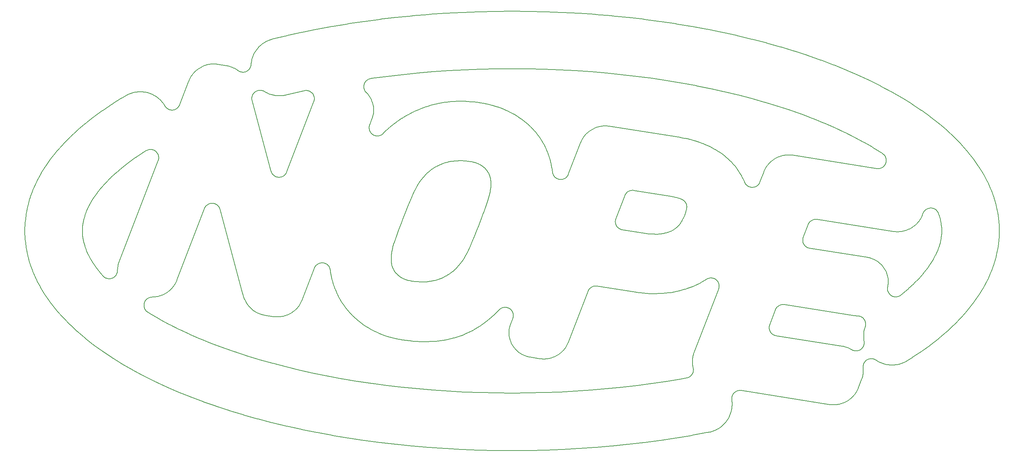
<source format=gm1>
%TF.GenerationSoftware,KiCad,Pcbnew,(7.0.0)*%
%TF.CreationDate,2023-11-20T00:40:36-04:00*%
%TF.ProjectId,nopesign,6e6f7065-7369-4676-9e2e-6b696361645f,rev?*%
%TF.SameCoordinates,Original*%
%TF.FileFunction,Profile,NP*%
%FSLAX46Y46*%
G04 Gerber Fmt 4.6, Leading zero omitted, Abs format (unit mm)*
G04 Created by KiCad (PCBNEW (7.0.0)) date 2023-11-20 00:40:36*
%MOMM*%
%LPD*%
G01*
G04 APERTURE LIST*
%TA.AperFunction,Profile*%
%ADD10C,0.200000*%
%TD*%
G04 APERTURE END LIST*
D10*
X197411194Y-35881301D02*
X197381302Y-35875598D01*
X197468796Y-35892398D02*
X197411194Y-35881301D01*
X197504608Y-35899501D02*
X197468796Y-35892398D01*
X201073395Y-36623001D02*
X197504608Y-35899501D01*
X201111298Y-36630901D02*
X201073395Y-36623001D01*
X201166000Y-36642501D02*
X201111298Y-36630901D01*
X201200104Y-36649898D02*
X201166000Y-36642501D01*
X204712097Y-37427898D02*
X201200104Y-36649898D01*
X204755005Y-37437599D02*
X204712097Y-37427898D01*
X204803192Y-37448799D02*
X204755005Y-37437599D01*
X204842102Y-37458000D02*
X204803192Y-37448799D01*
X208283508Y-38287399D02*
X204842102Y-37458000D01*
X208324905Y-38297500D02*
X208283508Y-38287399D01*
X208378601Y-38311000D02*
X208324905Y-38297500D01*
X208421997Y-38322101D02*
X208378601Y-38311000D01*
X211789505Y-39201900D02*
X208421997Y-38322101D01*
X211831497Y-39213099D02*
X211789505Y-39201900D01*
X211886993Y-39228198D02*
X211831497Y-39213099D01*
X211927795Y-39239398D02*
X211886993Y-39228198D01*
X215217102Y-40168200D02*
X211927795Y-39239398D01*
X215264801Y-40181899D02*
X215217102Y-40168200D01*
X215320999Y-40198398D02*
X215264801Y-40181899D01*
X215363098Y-40210998D02*
X215320999Y-40198398D01*
X218575195Y-41188899D02*
X215363098Y-40210998D01*
X218622406Y-41203498D02*
X218575195Y-41188899D01*
X218679993Y-41221698D02*
X218622406Y-41203498D01*
X218721405Y-41235099D02*
X218679993Y-41221698D01*
X221854095Y-42261397D02*
X218721405Y-41235099D01*
X221897095Y-42275798D02*
X221854095Y-42261397D01*
X221955811Y-42295699D02*
X221897095Y-42275798D01*
X222004211Y-42312499D02*
X221955811Y-42295699D01*
X225041992Y-43381999D02*
X222004211Y-42312499D01*
X225087006Y-43398200D02*
X225041992Y-43381999D01*
X225151703Y-43421798D02*
X225087006Y-43398200D01*
X225197510Y-43438800D02*
X225151703Y-43421798D01*
X228144989Y-44552798D02*
X225197510Y-43438800D01*
X228195496Y-44572200D02*
X228144989Y-44552798D01*
X228256805Y-44596198D02*
X228195496Y-44572200D01*
X228309097Y-44617099D02*
X228256805Y-44596198D01*
X231154297Y-45770598D02*
X228309097Y-44617099D01*
X231207611Y-45792598D02*
X231154297Y-45770598D01*
X231274994Y-45820899D02*
X231207611Y-45792598D01*
X231325806Y-45842601D02*
X231274994Y-45820899D01*
X234073395Y-47037199D02*
X231325806Y-45842601D01*
X234124298Y-47059797D02*
X234073395Y-47037199D01*
X234196991Y-47092497D02*
X234124298Y-47059797D01*
X234249496Y-47116598D02*
X234196991Y-47092497D01*
X236892395Y-48348799D02*
X234249496Y-47116598D01*
X236947098Y-48374800D02*
X236892395Y-48348799D01*
X237021393Y-48410700D02*
X236947098Y-48374800D01*
X237077789Y-48438398D02*
X237021393Y-48410700D01*
X239608902Y-49704397D02*
X237077789Y-48438398D01*
X239668503Y-49734697D02*
X239608902Y-49704397D01*
X239742798Y-49773199D02*
X239668503Y-49734697D01*
X239799408Y-49803099D02*
X239742798Y-49773199D01*
X242224197Y-51104998D02*
X239799408Y-49803099D01*
X242284302Y-51137899D02*
X242224197Y-51104998D01*
X242362503Y-51181398D02*
X242284302Y-51137899D01*
X242422211Y-51215197D02*
X242362503Y-51181398D01*
X244732910Y-52548498D02*
X242422211Y-51215197D01*
X244793900Y-52584299D02*
X244732910Y-52548498D01*
X244873993Y-52632299D02*
X244793900Y-52584299D01*
X244936600Y-52670500D02*
X244873993Y-52632299D01*
X247128296Y-54031298D02*
X244936600Y-52670500D01*
X247194305Y-54073097D02*
X247128296Y-54031298D01*
X247277802Y-54126999D02*
X247194305Y-54073097D01*
X247340500Y-54168198D02*
X247277802Y-54126999D01*
X249415497Y-55557398D02*
X247340500Y-54168198D01*
X249481110Y-55602198D02*
X249415497Y-55557398D01*
X249566803Y-55661898D02*
X249481110Y-55602198D01*
X249636292Y-55711199D02*
X249566803Y-55661898D01*
X251583008Y-57119598D02*
X249636292Y-55711199D01*
X251653992Y-57172398D02*
X251583008Y-57119598D01*
X251742004Y-57238798D02*
X251653992Y-57172398D01*
X251811996Y-57292099D02*
X251742004Y-57238798D01*
X253636002Y-58722998D02*
X251811996Y-57292099D01*
X253709000Y-58781199D02*
X253636002Y-58722998D01*
X253803009Y-58858297D02*
X253709000Y-58781199D01*
X253871002Y-58915197D02*
X253803009Y-58858297D01*
X255567001Y-60362698D02*
X253871002Y-58915197D01*
X255643997Y-60429699D02*
X255567001Y-60362698D01*
X255737000Y-60512499D02*
X255643997Y-60429699D01*
X255811005Y-60580399D02*
X255737000Y-60512499D01*
X257376999Y-62040398D02*
X255811005Y-60580399D01*
X257454010Y-62113598D02*
X257376999Y-62040398D01*
X257552002Y-62209099D02*
X257454010Y-62113598D01*
X257625000Y-62282799D02*
X257552002Y-62209099D01*
X259063004Y-63755894D02*
X257625000Y-62282799D01*
X259139999Y-63836796D02*
X259063004Y-63755894D01*
X259238998Y-63942997D02*
X259139999Y-63836796D01*
X259313995Y-64026096D02*
X259238998Y-63942997D01*
X260619995Y-65505196D02*
X259313995Y-64026096D01*
X260696991Y-65595196D02*
X260619995Y-65505196D01*
X260795990Y-65713398D02*
X260696991Y-65595196D01*
X260873001Y-65807796D02*
X260795990Y-65713398D01*
X262046997Y-67289799D02*
X260873001Y-65807796D01*
X262123993Y-67390194D02*
X262046997Y-67289799D01*
X262223999Y-67523998D02*
X262123993Y-67390194D01*
X262298004Y-67625698D02*
X262223999Y-67523998D01*
X263339996Y-69108196D02*
X262298004Y-67625698D01*
X263416992Y-69221596D02*
X263339996Y-69108196D01*
X263513000Y-69367397D02*
X263416992Y-69221596D01*
X263585999Y-69481697D02*
X263513000Y-69367397D01*
X264498001Y-70961796D02*
X263585999Y-69481697D01*
X264571991Y-71085197D02*
X264498001Y-70961796D01*
X264664001Y-71246197D02*
X264571991Y-71085197D01*
X264734009Y-71372597D02*
X264664001Y-71246197D01*
X265515991Y-72846695D02*
X264734009Y-71372597D01*
X265584991Y-72981895D02*
X265515991Y-72846695D01*
X265671997Y-73159496D02*
X265584991Y-72981895D01*
X265735992Y-73296196D02*
X265671997Y-73159496D01*
X266391998Y-74762798D02*
X265735992Y-73296196D01*
X266454010Y-74909298D02*
X266391998Y-74762798D01*
X266531006Y-75100197D02*
X266454010Y-74909298D01*
X266588989Y-75249237D02*
X266531006Y-75100197D01*
X267119995Y-76707855D02*
X266588989Y-75249237D01*
X267174011Y-76865917D02*
X267119995Y-76707855D01*
X267239990Y-77069897D02*
X267174011Y-76865917D01*
X267289001Y-77229748D02*
X267239990Y-77069897D01*
X267696991Y-78677338D02*
X267289001Y-77229748D01*
X267740997Y-78845776D02*
X267696991Y-78677338D01*
X267792999Y-79060986D02*
X267740997Y-78845776D01*
X267830994Y-79229836D02*
X267792999Y-79060986D01*
X268121002Y-80670456D02*
X267830994Y-79229836D01*
X268152008Y-80846035D02*
X268121002Y-80670456D01*
X268188995Y-81071365D02*
X268152008Y-80846035D01*
X268212997Y-81245678D02*
X268188995Y-81071365D01*
X268386002Y-82681118D02*
X268212997Y-81245678D01*
X268403992Y-82860596D02*
X268386002Y-82681118D01*
X268423004Y-83090466D02*
X268403992Y-82860596D01*
X268432999Y-83270775D02*
X268423004Y-83090466D01*
X268490997Y-84702465D02*
X268432999Y-83270775D01*
X268494995Y-84883877D02*
X268490997Y-84702465D01*
X268494995Y-85116116D02*
X268494995Y-84883877D01*
X268490997Y-85297527D02*
X268494995Y-85116116D01*
X268432999Y-86729218D02*
X268490997Y-85297527D01*
X268423004Y-86909527D02*
X268432999Y-86729218D01*
X268403992Y-87139397D02*
X268423004Y-86909527D01*
X268386002Y-87318874D02*
X268403992Y-87139397D01*
X268212997Y-88754314D02*
X268386002Y-87318874D01*
X268188995Y-88928627D02*
X268212997Y-88754314D01*
X268152008Y-89153957D02*
X268188995Y-88928627D01*
X268121002Y-89329388D02*
X268152008Y-89153957D01*
X267830994Y-90770458D02*
X268121002Y-89329388D01*
X267792999Y-90939327D02*
X267830994Y-90770458D01*
X267740997Y-91154217D02*
X267792999Y-90939327D01*
X267696991Y-91322655D02*
X267740997Y-91154217D01*
X267289001Y-92770245D02*
X267696991Y-91322655D01*
X267239990Y-92930096D02*
X267289001Y-92770245D01*
X267174011Y-93134075D02*
X267239990Y-92930096D01*
X267119995Y-93292137D02*
X267174011Y-93134075D01*
X266588989Y-94750755D02*
X267119995Y-93292137D01*
X266531006Y-94899837D02*
X266588989Y-94750755D01*
X266454010Y-95090691D02*
X266531006Y-94899837D01*
X266391998Y-95237190D02*
X266454010Y-95090691D01*
X265735992Y-96703789D02*
X266391998Y-95237190D01*
X265671997Y-96840492D02*
X265735992Y-96703789D01*
X265584991Y-97018089D02*
X265671997Y-96840492D01*
X265515991Y-97153290D02*
X265584991Y-97018089D01*
X264733002Y-98628090D02*
X265515991Y-97153290D01*
X264664001Y-98753288D02*
X264733002Y-98628090D01*
X264571991Y-98914490D02*
X264664001Y-98753288D01*
X264498001Y-99038895D02*
X264571991Y-98914490D01*
X263585999Y-100517891D02*
X264498001Y-99038895D01*
X263513000Y-100632591D02*
X263585999Y-100517891D01*
X263416992Y-100778694D02*
X263513000Y-100632591D01*
X263339996Y-100891991D02*
X263416992Y-100778694D01*
X262298004Y-102374290D02*
X263339996Y-100891991D01*
X262223999Y-102475990D02*
X262298004Y-102374290D01*
X262123993Y-102609795D02*
X262223999Y-102475990D01*
X262046997Y-102710190D02*
X262123993Y-102609795D01*
X260873001Y-104192192D02*
X262046997Y-102710190D01*
X260795990Y-104286591D02*
X260873001Y-104192192D01*
X260696991Y-104404793D02*
X260795990Y-104286591D01*
X260619995Y-104494789D02*
X260696991Y-104404793D01*
X259313995Y-105973892D02*
X260619995Y-104494789D01*
X259238998Y-106056992D02*
X259313995Y-105973892D01*
X259139999Y-106163193D02*
X259238998Y-106056992D01*
X259063004Y-106244095D02*
X259139999Y-106163193D01*
X257625000Y-107717194D02*
X259063004Y-106244095D01*
X257552002Y-107790894D02*
X257625000Y-107717194D01*
X257454010Y-107886391D02*
X257552002Y-107790894D01*
X257376999Y-107959595D02*
X257454010Y-107886391D01*
X255811005Y-109419594D02*
X257376999Y-107959595D01*
X255737000Y-109487495D02*
X255811005Y-109419594D01*
X255643997Y-109570290D02*
X255737000Y-109487495D01*
X255567001Y-109637291D02*
X255643997Y-109570290D01*
X253871002Y-111084793D02*
X255567001Y-109637291D01*
X253803009Y-111141693D02*
X253871002Y-111084793D01*
X253709000Y-111218788D02*
X253803009Y-111141693D01*
X253636002Y-111276993D02*
X253709000Y-111218788D01*
X251811996Y-112707893D02*
X253636002Y-111276993D01*
X251742004Y-112761192D02*
X251811996Y-112707893D01*
X251653992Y-112827591D02*
X251742004Y-112761192D01*
X251583008Y-112880394D02*
X251653992Y-112827591D01*
X249635696Y-114289192D02*
X251583008Y-112880394D01*
X249567108Y-114337891D02*
X249635696Y-114289192D01*
X249481110Y-114397789D02*
X249567108Y-114337891D01*
X249415497Y-114442589D02*
X249481110Y-114397789D01*
X247341797Y-115830994D02*
X249415497Y-114442589D01*
X247275604Y-115874390D02*
X247341797Y-115830994D01*
X247193298Y-115927490D02*
X247275604Y-115874390D01*
X247129608Y-115967796D02*
X247193298Y-115927490D01*
X246068695Y-116626595D02*
X247129608Y-115967796D01*
X245802002Y-116779793D02*
X246068695Y-116626595D01*
X245475098Y-116952995D02*
X245802002Y-116779793D01*
X244980804Y-117177895D02*
X245475098Y-116952995D01*
X244753998Y-117264992D02*
X244980804Y-117177895D01*
X244306000Y-117410492D02*
X244753998Y-117264992D01*
X244063400Y-117475487D02*
X244306000Y-117410492D01*
X243602600Y-117573387D02*
X244063400Y-117475487D01*
X243354797Y-117612694D02*
X243602600Y-117573387D01*
X242885895Y-117661995D02*
X243354797Y-117612694D01*
X242635498Y-117675087D02*
X242885895Y-117661995D01*
X242164490Y-117675087D02*
X242635498Y-117675087D01*
X241914093Y-117661995D02*
X242164490Y-117675087D01*
X241445190Y-117612694D02*
X241914093Y-117661995D01*
X241197403Y-117573387D02*
X241445190Y-117612694D01*
X240736603Y-117475487D02*
X241197403Y-117573387D01*
X240494003Y-117410492D02*
X240736603Y-117475487D01*
X240046204Y-117264992D02*
X240494003Y-117410492D01*
X239811600Y-117174995D02*
X240046204Y-117264992D01*
X239381805Y-116983589D02*
X239811600Y-117174995D01*
X239157410Y-116869194D02*
X239381805Y-116983589D01*
X238750000Y-116633995D02*
X239157410Y-116869194D01*
X238539398Y-116497292D02*
X238750000Y-116633995D01*
X238524399Y-116486397D02*
X238539398Y-116497292D01*
X238463196Y-116445290D02*
X238524399Y-116486397D01*
X238337891Y-116367691D02*
X238463196Y-116445290D01*
X238226898Y-116308189D02*
X238337891Y-116367691D01*
X238131699Y-116264694D02*
X238226898Y-116308189D01*
X238034210Y-116226189D02*
X238131699Y-116264694D01*
X237934998Y-116192894D02*
X238034210Y-116226189D01*
X237834198Y-116164894D02*
X237934998Y-116192894D01*
X237731995Y-116142189D02*
X237834198Y-116164894D01*
X237628693Y-116124794D02*
X237731995Y-116142189D01*
X237524689Y-116112793D02*
X237628693Y-116124794D01*
X237420303Y-116106392D02*
X237524689Y-116112793D01*
X237315598Y-116105293D02*
X237420303Y-116106392D01*
X237211090Y-116109795D02*
X237315598Y-116105293D01*
X237106903Y-116119789D02*
X237211090Y-116109795D01*
X237003296Y-116135094D02*
X237106903Y-116119789D01*
X236900696Y-116155891D02*
X237003296Y-116135094D01*
X236799408Y-116181992D02*
X236900696Y-116155891D01*
X236699493Y-116213394D02*
X236799408Y-116181992D01*
X236601410Y-116249992D02*
X236699493Y-116213394D01*
X236505402Y-116291695D02*
X236601410Y-116249992D01*
X236411804Y-116338188D02*
X236505402Y-116291695D01*
X236320602Y-116389694D02*
X236411804Y-116338188D01*
X236232208Y-116445892D02*
X236320602Y-116389694D01*
X236146896Y-116506592D02*
X236232208Y-116445892D01*
X236064911Y-116571693D02*
X236146896Y-116506592D01*
X235986511Y-116640991D02*
X236064911Y-116571693D01*
X235911804Y-116714195D02*
X235986511Y-116640991D01*
X235841095Y-116791290D02*
X235911804Y-116714195D01*
X235774399Y-116871994D02*
X235841095Y-116791290D01*
X235712097Y-116956093D02*
X235774399Y-116871994D01*
X235654099Y-117043495D02*
X235712097Y-116956093D01*
X235600891Y-117133591D02*
X235654099Y-117043495D01*
X235552597Y-117226295D02*
X235600891Y-117133591D01*
X235509094Y-117321495D02*
X235552597Y-117226295D01*
X235470596Y-117418892D02*
X235509094Y-117321495D01*
X235437302Y-117518196D02*
X235470596Y-117418892D01*
X235409302Y-117618889D02*
X235437302Y-117518196D01*
X235386505Y-117721092D02*
X235409302Y-117618889D01*
X235369110Y-117824493D02*
X235386505Y-117721092D01*
X235357208Y-117928490D02*
X235369110Y-117824493D01*
X235350708Y-118032791D02*
X235357208Y-117928490D01*
X235349701Y-118137489D02*
X235350708Y-118032791D01*
X235354202Y-118241997D02*
X235349701Y-118137489D01*
X235360504Y-118308693D02*
X235354202Y-118241997D01*
X235360437Y-118308779D02*
X235360504Y-118308693D01*
X235360372Y-118308866D02*
X235360437Y-118308779D01*
X235360309Y-118308953D02*
X235360372Y-118308866D01*
X235360247Y-118309041D02*
X235360309Y-118308953D01*
X235360001Y-118309395D02*
X235360247Y-118309041D01*
X235379898Y-118517593D02*
X235360001Y-118309395D01*
X235400299Y-118988693D02*
X235379898Y-118517593D01*
X235398804Y-119145294D02*
X235400299Y-118988693D01*
X235369797Y-119615395D02*
X235398804Y-119145294D01*
X235351990Y-119770988D02*
X235369797Y-119615395D01*
X235274109Y-120235695D02*
X235351990Y-119770988D01*
X235239990Y-120388992D02*
X235274109Y-120235695D01*
X235113998Y-120842491D02*
X235239990Y-120388992D01*
X235055603Y-121016693D02*
X235113998Y-120842491D01*
X234974899Y-121237991D02*
X235055603Y-121016693D01*
X234194092Y-123217392D02*
X234974899Y-121237991D01*
X234183411Y-123244392D02*
X234194092Y-123217392D01*
X234148407Y-123331688D02*
X234183411Y-123244392D01*
X234067200Y-123521187D02*
X234148407Y-123331688D01*
X233990799Y-123688896D02*
X234067200Y-123521187D01*
X233907410Y-123861397D02*
X233990799Y-123688896D01*
X233817596Y-124027191D02*
X233907410Y-123861397D01*
X233727692Y-124184692D02*
X233817596Y-124027191D01*
X233629501Y-124347794D02*
X233727692Y-124184692D01*
X233524399Y-124505592D02*
X233629501Y-124347794D01*
X233418503Y-124657097D02*
X233524399Y-124505592D01*
X233303802Y-124813087D02*
X233418503Y-124657097D01*
X233186203Y-124958992D02*
X233303802Y-124813087D01*
X233070801Y-125095589D02*
X233186203Y-124958992D01*
X232942596Y-125240692D02*
X233070801Y-125095589D01*
X232814392Y-125373497D02*
X232942596Y-125240692D01*
X232692200Y-125494698D02*
X232814392Y-125373497D01*
X232551300Y-125628693D02*
X232692200Y-125494698D01*
X232415192Y-125747391D02*
X232551300Y-125628693D01*
X232289001Y-125853096D02*
X232415192Y-125747391D01*
X232145599Y-125968391D02*
X232289001Y-125853096D01*
X232134598Y-125976891D02*
X232145599Y-125968391D01*
X231994202Y-126080696D02*
X232134598Y-125976891D01*
X231868408Y-126170097D02*
X231994202Y-126080696D01*
X231725098Y-126267792D02*
X231868408Y-126170097D01*
X231697403Y-126285896D02*
X231725098Y-126267792D01*
X231559906Y-126372292D02*
X231697403Y-126285896D01*
X231434998Y-126447594D02*
X231559906Y-126372292D01*
X231294800Y-126528793D02*
X231434998Y-126447594D01*
X231264404Y-126545593D02*
X231294800Y-126528793D01*
X231112900Y-126625893D02*
X231264404Y-126545593D01*
X230974396Y-126695892D02*
X231112900Y-126625893D01*
X230819397Y-126770592D02*
X230974396Y-126695892D01*
X230807709Y-126775894D02*
X230819397Y-126770592D01*
X230637299Y-126849792D02*
X230807709Y-126775894D01*
X230484589Y-126912292D02*
X230637299Y-126849792D01*
X230315399Y-126977394D02*
X230484589Y-126912292D01*
X230133102Y-127038994D02*
X230315399Y-126977394D01*
X229967010Y-127090996D02*
X230133102Y-127038994D01*
X229789398Y-127142494D02*
X229967010Y-127090996D01*
X229600006Y-127188194D02*
X229789398Y-127142494D01*
X229420303Y-127227394D02*
X229600006Y-127188194D01*
X229235199Y-127263298D02*
X229420303Y-127227394D01*
X229045502Y-127291092D02*
X229235199Y-127263298D01*
X228863495Y-127313492D02*
X229045502Y-127291092D01*
X228677307Y-127332092D02*
X228863495Y-127313492D01*
X228483704Y-127342293D02*
X228677307Y-127332092D01*
X228294296Y-127347893D02*
X228483704Y-127342293D01*
X228096802Y-127348892D02*
X228294296Y-127347893D01*
X227911102Y-127341087D02*
X228096802Y-127348892D01*
X227725098Y-127329094D02*
X227911102Y-127341087D01*
X227516098Y-127310692D02*
X227725098Y-127329094D01*
X227494110Y-127308189D02*
X227516098Y-127310692D01*
X227390411Y-127295387D02*
X227494110Y-127308189D01*
X227301102Y-127283394D02*
X227390411Y-127295387D01*
X227197296Y-127268196D02*
X227301102Y-127283394D01*
X205728607Y-123867790D02*
X227197296Y-127268196D01*
X205702698Y-123864098D02*
X205728607Y-123867790D01*
X205650696Y-123857193D02*
X205702698Y-123864098D01*
X205572495Y-123850090D02*
X205650696Y-123857193D01*
X205468002Y-123844597D02*
X205572495Y-123850090D01*
X205363297Y-123844597D02*
X205468002Y-123844597D01*
X205258804Y-123850090D02*
X205363297Y-123844597D01*
X205154694Y-123860992D02*
X205258804Y-123850090D01*
X205051300Y-123877388D02*
X205154694Y-123860992D01*
X204948898Y-123899094D02*
X205051300Y-123877388D01*
X204847809Y-123926193D02*
X204948898Y-123899094D01*
X204748199Y-123958595D02*
X204847809Y-123926193D01*
X204650497Y-123996094D02*
X204748199Y-123958595D01*
X204555099Y-124038597D02*
X204650497Y-123996094D01*
X204461792Y-124086098D02*
X204555099Y-124038597D01*
X204371002Y-124138588D02*
X204461792Y-124086098D01*
X204283203Y-124195595D02*
X204371002Y-124138588D01*
X204198608Y-124256996D02*
X204283203Y-124195595D01*
X204117203Y-124322891D02*
X204198608Y-124256996D01*
X204039505Y-124392998D02*
X204117203Y-124322891D01*
X203965393Y-124466988D02*
X204039505Y-124392998D01*
X203895401Y-124544792D02*
X203965393Y-124466988D01*
X203829498Y-124626091D02*
X203895401Y-124544792D01*
X203768005Y-124710892D02*
X203829498Y-124626091D01*
X203710999Y-124798691D02*
X203768005Y-124710892D01*
X203658600Y-124889290D02*
X203710999Y-124798691D01*
X203611099Y-124982491D02*
X203658600Y-124889290D01*
X203568604Y-125078194D02*
X203611099Y-124982491D01*
X203531097Y-125175896D02*
X203568604Y-125078194D01*
X203498703Y-125275490D02*
X203531097Y-125175896D01*
X203471603Y-125376595D02*
X203498703Y-125275490D01*
X203449905Y-125478889D02*
X203471603Y-125376595D01*
X203433502Y-125582291D02*
X203449905Y-125478889D01*
X203422607Y-125686394D02*
X203433502Y-125582291D01*
X203417099Y-125790894D02*
X203422607Y-125686394D01*
X203417099Y-125895592D02*
X203417099Y-125790894D01*
X203422607Y-126000092D02*
X203417099Y-125895592D01*
X203426697Y-126052292D02*
X203422607Y-126000092D01*
X203479401Y-126553490D02*
X203426697Y-126052292D01*
X203493805Y-126829491D02*
X203479401Y-126553490D01*
X203500000Y-127065994D02*
X203493805Y-126829491D01*
X203500000Y-127215393D02*
X203500000Y-127065994D01*
X203492706Y-127471596D02*
X203500000Y-127215393D01*
X203475403Y-127775291D02*
X203492706Y-127471596D01*
X203420395Y-128264992D02*
X203475403Y-127775291D01*
X203379196Y-128510193D02*
X203420395Y-128264992D01*
X203277008Y-128969490D02*
X203379196Y-128510193D01*
X203209595Y-129211998D02*
X203277008Y-128969490D01*
X203059906Y-129658394D02*
X203209595Y-129211998D01*
X202967896Y-129891594D02*
X203059906Y-129658394D01*
X202772003Y-130320488D02*
X202967896Y-129891594D01*
X202656006Y-130542992D02*
X202772003Y-130320488D01*
X202416809Y-130948494D02*
X202656006Y-130542992D01*
X202278000Y-131157791D02*
X202416809Y-130948494D01*
X201997696Y-131536095D02*
X202278000Y-131157791D01*
X201837601Y-131729988D02*
X201997696Y-131536095D01*
X201519104Y-132077095D02*
X201837601Y-131729988D01*
X201339905Y-132252991D02*
X201519104Y-132077095D01*
X200987000Y-132564690D02*
X201339905Y-132252991D01*
X200790192Y-132721092D02*
X200987000Y-132564690D01*
X200407104Y-132993889D02*
X200790192Y-132721092D01*
X200194794Y-133128990D02*
X200407104Y-132993889D01*
X199784897Y-133360497D02*
X200194794Y-133128990D01*
X199560104Y-133472389D02*
X199784897Y-133360497D01*
X199128204Y-133659889D02*
X199560104Y-133472389D01*
X198892303Y-133747887D02*
X199128204Y-133659889D01*
X198443604Y-133888992D02*
X198892303Y-133747887D01*
X198174896Y-133958290D02*
X198443604Y-133888992D01*
X197944702Y-134011292D02*
X198174896Y-133958290D01*
X197507797Y-134099892D02*
X197944702Y-134011292D01*
X197463104Y-134108696D02*
X197507797Y-134099892D01*
X197418091Y-134117393D02*
X197463104Y-134108696D01*
X197378510Y-134124893D02*
X197418091Y-134117393D01*
X193745605Y-134795387D02*
X197378510Y-134124893D01*
X193711899Y-134801491D02*
X193745605Y-134795387D01*
X193660004Y-134810593D02*
X193711899Y-134801491D01*
X193622406Y-134816994D02*
X193660004Y-134810593D01*
X189939499Y-135431694D02*
X193622406Y-134816994D01*
X189904099Y-135437393D02*
X189939499Y-135431694D01*
X189855698Y-135445091D02*
X189904099Y-135437393D01*
X189820602Y-135450493D02*
X189855698Y-135445091D01*
X186085205Y-136009697D02*
X189820602Y-135450493D01*
X186048492Y-136014992D02*
X186085205Y-136009697D01*
X185999802Y-136021889D02*
X186048492Y-136014992D01*
X185968903Y-136026192D02*
X185999802Y-136021889D01*
X182186798Y-136528893D02*
X185968903Y-136026192D01*
X182154297Y-136533089D02*
X182186798Y-136528893D01*
X182108093Y-136538887D02*
X182154297Y-136533089D01*
X182076004Y-136542694D02*
X182108093Y-136538887D01*
X178254608Y-136987892D02*
X182076004Y-136542694D01*
X178222198Y-136991592D02*
X178254608Y-136987892D01*
X178175705Y-136996590D02*
X178222198Y-136991592D01*
X178136703Y-137000694D02*
X178175705Y-136996590D01*
X174292801Y-137386497D02*
X178136703Y-137000694D01*
X174254395Y-137390190D02*
X174292801Y-137386497D01*
X174210907Y-137394295D02*
X174254395Y-137390190D01*
X174172302Y-137397697D02*
X174210907Y-137394295D01*
X170298798Y-137725090D02*
X174172302Y-137397697D01*
X170255905Y-137728493D02*
X170298798Y-137725090D01*
X170216797Y-137731491D02*
X170255905Y-137728493D01*
X170177795Y-137734398D02*
X170216797Y-137731491D01*
X166276505Y-138002991D02*
X170177795Y-137734398D01*
X166239899Y-138005394D02*
X166276505Y-138002991D01*
X166199203Y-138007896D02*
X166239899Y-138005394D01*
X166163803Y-138009895D02*
X166199203Y-138007896D01*
X162236603Y-138219490D02*
X166163803Y-138009895D01*
X162198395Y-138221397D02*
X162236603Y-138219490D01*
X162157104Y-138223289D02*
X162198395Y-138221397D01*
X162125305Y-138224594D02*
X162157104Y-138223289D01*
X158184784Y-138374489D02*
X162125305Y-138224594D01*
X158149429Y-138375694D02*
X158184784Y-138374489D01*
X158110779Y-138376892D02*
X158149429Y-138375694D01*
X158071823Y-138377991D02*
X158110779Y-138376892D01*
X154121193Y-138467995D02*
X158071823Y-138377991D01*
X154088440Y-138468590D02*
X154121193Y-138467995D01*
X154044907Y-138469292D02*
X154088440Y-138468590D01*
X154006546Y-138469688D02*
X154044907Y-138469292D01*
X150060242Y-138499596D02*
X154006546Y-138469688D01*
X150018494Y-138499794D02*
X150060242Y-138499596D01*
X149981506Y-138499794D02*
X150018494Y-138499794D01*
X149939758Y-138499596D02*
X149981506Y-138499794D01*
X145993454Y-138469688D02*
X149939758Y-138499596D01*
X145955093Y-138469292D02*
X145993454Y-138469688D01*
X145911560Y-138468590D02*
X145955093Y-138469292D01*
X145878807Y-138467995D02*
X145911560Y-138468590D01*
X141928177Y-138377991D02*
X145878807Y-138467995D01*
X141889221Y-138376892D02*
X141928177Y-138377991D01*
X141850571Y-138375694D02*
X141889221Y-138376892D01*
X141815216Y-138374489D02*
X141850571Y-138375694D01*
X137874702Y-138224594D02*
X141815216Y-138374489D01*
X137842903Y-138223289D02*
X137874702Y-138224594D01*
X137801598Y-138221397D02*
X137842903Y-138223289D01*
X137763397Y-138219490D02*
X137801598Y-138221397D01*
X133836197Y-138009895D02*
X137763397Y-138219490D01*
X133800797Y-138007896D02*
X133836197Y-138009895D01*
X133760101Y-138005394D02*
X133800797Y-138007896D01*
X133723495Y-138002991D02*
X133760101Y-138005394D01*
X129822205Y-137734398D02*
X133723495Y-138002991D01*
X129783203Y-137731491D02*
X129822205Y-137734398D01*
X129744102Y-137728493D02*
X129783203Y-137731491D01*
X129701202Y-137725090D02*
X129744102Y-137728493D01*
X125827698Y-137397697D02*
X129701202Y-137725090D01*
X125789101Y-137394295D02*
X125827698Y-137397697D01*
X125745598Y-137390190D02*
X125789101Y-137394295D01*
X125707199Y-137386497D02*
X125745598Y-137390190D01*
X121863297Y-137000694D02*
X125707199Y-137386497D01*
X121824303Y-136996590D02*
X121863297Y-137000694D01*
X121777802Y-136991592D02*
X121824303Y-136996590D01*
X121745399Y-136987892D02*
X121777802Y-136991592D01*
X117923996Y-136542694D02*
X121745399Y-136987892D01*
X117891899Y-136538887D02*
X117923996Y-136542694D01*
X117845703Y-136533089D02*
X117891899Y-136538887D01*
X117813202Y-136528893D02*
X117845703Y-136533089D01*
X114031097Y-136026192D02*
X117813202Y-136528893D01*
X114000198Y-136021889D02*
X114031097Y-136026192D01*
X113951500Y-136014992D02*
X114000198Y-136021889D01*
X113914795Y-136009697D02*
X113951500Y-136014992D01*
X110179398Y-135450493D02*
X113914795Y-136009697D01*
X110144302Y-135445091D02*
X110179398Y-135450493D01*
X110095901Y-135437393D02*
X110144302Y-135445091D01*
X110060501Y-135431694D02*
X110095901Y-135437393D01*
X106377602Y-134816994D02*
X110060501Y-135431694D01*
X106339996Y-134810593D02*
X106377602Y-134816994D01*
X106288101Y-134801491D02*
X106339996Y-134810593D01*
X106254395Y-134795387D02*
X106288101Y-134801491D01*
X102618698Y-134124397D02*
X106254395Y-134795387D01*
X102588799Y-134118690D02*
X102618698Y-134124397D01*
X102531204Y-134107597D02*
X102588799Y-134118690D01*
X102495399Y-134100487D02*
X102531204Y-134107597D01*
X98926605Y-133376991D02*
X102495399Y-134100487D01*
X98888702Y-133369087D02*
X98926605Y-133376991D01*
X98834000Y-133357491D02*
X98888702Y-133369087D01*
X98800003Y-133350090D02*
X98834000Y-133357491D01*
X95287903Y-132572090D02*
X98800003Y-133350090D01*
X95244995Y-132562393D02*
X95287903Y-132572090D01*
X95196800Y-132551193D02*
X95244995Y-132562393D01*
X95157898Y-132541992D02*
X95196800Y-132551193D01*
X91716499Y-131712593D02*
X95157898Y-132541992D01*
X91675098Y-131702492D02*
X91716499Y-131712593D01*
X91621399Y-131688988D02*
X91675098Y-131702492D01*
X91577999Y-131677895D02*
X91621399Y-131688988D01*
X88210499Y-130798088D02*
X91577999Y-131677895D01*
X88168499Y-130786888D02*
X88210499Y-130798088D01*
X88112999Y-130771797D02*
X88168499Y-130786888D01*
X88072201Y-130760597D02*
X88112999Y-130771797D01*
X84782898Y-129831795D02*
X88072201Y-130760597D01*
X84735199Y-129818092D02*
X84782898Y-129831795D01*
X84679001Y-129801598D02*
X84735199Y-129818092D01*
X84636902Y-129788994D02*
X84679001Y-129801598D01*
X81424797Y-128811089D02*
X84636902Y-129788994D01*
X81377602Y-128796494D02*
X81424797Y-128811089D01*
X81319901Y-128778191D02*
X81377602Y-128796494D01*
X81278900Y-128764992D02*
X81319901Y-128778191D01*
X78145897Y-127738594D02*
X81278900Y-128764992D01*
X78102898Y-127724190D02*
X78145897Y-127738594D01*
X78044197Y-127704292D02*
X78102898Y-127724190D01*
X77995796Y-127687492D02*
X78044197Y-127704292D01*
X74958000Y-126617989D02*
X77995796Y-127687492D01*
X74913002Y-126601791D02*
X74958000Y-126617989D01*
X74848297Y-126578194D02*
X74913002Y-126601791D01*
X74802498Y-126561195D02*
X74848297Y-126578194D01*
X71855003Y-125447197D02*
X74802498Y-126561195D01*
X71804497Y-125427788D02*
X71855003Y-125447197D01*
X71743202Y-125403793D02*
X71804497Y-125427788D01*
X71690903Y-125382896D02*
X71743202Y-125403793D01*
X68845703Y-124229393D02*
X71690903Y-125382896D01*
X68792397Y-124207390D02*
X68845703Y-124229393D01*
X68724998Y-124179092D02*
X68792397Y-124207390D01*
X68674202Y-124157387D02*
X68724998Y-124179092D01*
X65926598Y-122962791D02*
X68674202Y-124157387D01*
X65875702Y-122940193D02*
X65926598Y-122962791D01*
X65803001Y-122907494D02*
X65875702Y-122940193D01*
X65750504Y-122883392D02*
X65803001Y-122907494D01*
X63107597Y-121651192D02*
X65750504Y-122883392D01*
X63052902Y-121625191D02*
X63107597Y-121651192D01*
X62978600Y-121589287D02*
X63052902Y-121625191D01*
X62922203Y-121561592D02*
X62978600Y-121589287D01*
X60391098Y-120295593D02*
X62922203Y-121561592D01*
X60331497Y-120265297D02*
X60391098Y-120295593D01*
X60257202Y-120226791D02*
X60331497Y-120265297D01*
X60200600Y-120196892D02*
X60257202Y-120226791D01*
X57775803Y-118894997D02*
X60200600Y-120196892D01*
X57715698Y-118862091D02*
X57775803Y-118894997D01*
X57637497Y-118818596D02*
X57715698Y-118862091D01*
X57577797Y-118784798D02*
X57637497Y-118818596D01*
X55267097Y-117451492D02*
X57577797Y-118784798D01*
X55206497Y-117415894D02*
X55267097Y-117451492D01*
X55125999Y-117367691D02*
X55206497Y-117415894D01*
X55063400Y-117329491D02*
X55125999Y-117367691D01*
X52871201Y-115968292D02*
X55063400Y-117329491D01*
X52806198Y-115927193D02*
X52871201Y-115968292D01*
X52722198Y-115872993D02*
X52806198Y-115927193D01*
X52659500Y-115831795D02*
X52722198Y-115872993D01*
X50584503Y-114442589D02*
X52659500Y-115831795D01*
X50518898Y-114397789D02*
X50584503Y-114442589D01*
X50432899Y-114337891D02*
X50518898Y-114397789D01*
X50364304Y-114289192D02*
X50432899Y-114337891D01*
X48417000Y-112880394D02*
X50364304Y-114289192D01*
X48346001Y-112827591D02*
X48417000Y-112880394D01*
X48258003Y-112761192D02*
X48346001Y-112827591D01*
X48188004Y-112707893D02*
X48258003Y-112761192D01*
X46363998Y-111276993D02*
X48188004Y-112707893D01*
X46291000Y-111218788D02*
X46363998Y-111276993D01*
X46196999Y-111141693D02*
X46291000Y-111218788D01*
X46128998Y-111084793D02*
X46196999Y-111141693D01*
X44432999Y-109637291D02*
X46128998Y-111084793D01*
X44356003Y-109570290D02*
X44432999Y-109637291D01*
X44263000Y-109487495D02*
X44356003Y-109570290D01*
X44189003Y-109419594D02*
X44263000Y-109487495D01*
X42623001Y-107959595D02*
X44189003Y-109419594D01*
X42545998Y-107886391D02*
X42623001Y-107959595D01*
X42447998Y-107790894D02*
X42545998Y-107886391D01*
X42375000Y-107717194D02*
X42447998Y-107790894D01*
X40936996Y-106244095D02*
X42375000Y-107717194D01*
X40860001Y-106163193D02*
X40936996Y-106244095D01*
X40761002Y-106056992D02*
X40860001Y-106163193D01*
X40685997Y-105973892D02*
X40761002Y-106056992D01*
X39379997Y-104494789D02*
X40685997Y-105973892D01*
X39303001Y-104404793D02*
X39379997Y-104494789D01*
X39204002Y-104286591D02*
X39303001Y-104404793D01*
X39126999Y-104192192D02*
X39204002Y-104286591D01*
X37953003Y-102710190D02*
X39126999Y-104192192D01*
X37875999Y-102609795D02*
X37953003Y-102710190D01*
X37776001Y-102475990D02*
X37875999Y-102609795D01*
X37702003Y-102374290D02*
X37776001Y-102475990D01*
X36660004Y-100891991D02*
X37702003Y-102374290D01*
X36583000Y-100778694D02*
X36660004Y-100891991D01*
X36487000Y-100632591D02*
X36583000Y-100778694D01*
X36414001Y-100517891D02*
X36487000Y-100632591D01*
X35501999Y-99038895D02*
X36414001Y-100517891D01*
X35428001Y-98914490D02*
X35501999Y-99038895D01*
X35335999Y-98753288D02*
X35428001Y-98914490D01*
X35266998Y-98628090D02*
X35335999Y-98753288D01*
X34484001Y-97153290D02*
X35266998Y-98628090D01*
X34415001Y-97018089D02*
X34484001Y-97153290D01*
X34328003Y-96840492D02*
X34415001Y-97018089D01*
X34264000Y-96703789D02*
X34328003Y-96840492D01*
X33608002Y-95237190D02*
X34264000Y-96703789D01*
X33545998Y-95090691D02*
X33608002Y-95237190D01*
X33469002Y-94899837D02*
X33545998Y-95090691D01*
X33411003Y-94750755D02*
X33469002Y-94899837D01*
X32879997Y-93292137D02*
X33411003Y-94750755D01*
X32825996Y-93134075D02*
X32879997Y-93292137D01*
X32760002Y-92930096D02*
X32825996Y-93134075D01*
X32710999Y-92770245D02*
X32760002Y-92930096D01*
X32303001Y-91322655D02*
X32710999Y-92770245D01*
X32259003Y-91154217D02*
X32303001Y-91322655D01*
X32207001Y-90939327D02*
X32259003Y-91154217D01*
X32168999Y-90770458D02*
X32207001Y-90939327D01*
X31878998Y-89329388D02*
X32168999Y-90770458D01*
X31848000Y-89153957D02*
X31878998Y-89329388D01*
X31810997Y-88928627D02*
X31848000Y-89153957D01*
X31787003Y-88754314D02*
X31810997Y-88928627D01*
X31613998Y-87318874D02*
X31787003Y-88754314D01*
X31596001Y-87139397D02*
X31613998Y-87318874D01*
X31577003Y-86909527D02*
X31596001Y-87139397D01*
X31567001Y-86729218D02*
X31577003Y-86909527D01*
X31509003Y-85297527D02*
X31567001Y-86729218D01*
X31504997Y-85116116D02*
X31509003Y-85297527D01*
X31504997Y-84883877D02*
X31504997Y-85116116D01*
X31509003Y-84702465D02*
X31504997Y-84883877D01*
X31567001Y-83270775D02*
X31509003Y-84702465D01*
X31577003Y-83090466D02*
X31567001Y-83270775D01*
X31596001Y-82860596D02*
X31577003Y-83090466D01*
X31613998Y-82681118D02*
X31596001Y-82860596D01*
X31787003Y-81245678D02*
X31613998Y-82681118D01*
X31810997Y-81071365D02*
X31787003Y-81245678D01*
X31848000Y-80846035D02*
X31810997Y-81071365D01*
X31878998Y-80670456D02*
X31848000Y-80846035D01*
X32168999Y-79229836D02*
X31878998Y-80670456D01*
X32207001Y-79060986D02*
X32168999Y-79229836D01*
X32259003Y-78845776D02*
X32207001Y-79060986D01*
X32303001Y-78677338D02*
X32259003Y-78845776D01*
X32710999Y-77229748D02*
X32303001Y-78677338D01*
X32760002Y-77069897D02*
X32710999Y-77229748D01*
X32825996Y-76865917D02*
X32760002Y-77069897D01*
X32879997Y-76707855D02*
X32825996Y-76865917D01*
X33411003Y-75249237D02*
X32879997Y-76707855D01*
X33469002Y-75100197D02*
X33411003Y-75249237D01*
X33545998Y-74909298D02*
X33469002Y-75100197D01*
X33608002Y-74762798D02*
X33545998Y-74909298D01*
X34264000Y-73296196D02*
X33608002Y-74762798D01*
X34328003Y-73159496D02*
X34264000Y-73296196D01*
X34415001Y-72981895D02*
X34328003Y-73159496D01*
X34484001Y-72846695D02*
X34415001Y-72981895D01*
X35265999Y-71372597D02*
X34484001Y-72846695D01*
X35335999Y-71246197D02*
X35265999Y-71372597D01*
X35428001Y-71085197D02*
X35335999Y-71246197D01*
X35501999Y-70961796D02*
X35428001Y-71085197D01*
X36414001Y-69481697D02*
X35501999Y-70961796D01*
X36487000Y-69367397D02*
X36414001Y-69481697D01*
X36583000Y-69221596D02*
X36487000Y-69367397D01*
X36660004Y-69108196D02*
X36583000Y-69221596D01*
X37702003Y-67625698D02*
X36660004Y-69108196D01*
X37776001Y-67523998D02*
X37702003Y-67625698D01*
X37875999Y-67390194D02*
X37776001Y-67523998D01*
X37953003Y-67289799D02*
X37875999Y-67390194D01*
X39126999Y-65807796D02*
X37953003Y-67289799D01*
X39204002Y-65713398D02*
X39126999Y-65807796D01*
X39303001Y-65595196D02*
X39204002Y-65713398D01*
X39379997Y-65505196D02*
X39303001Y-65595196D01*
X40685997Y-64026096D02*
X39379997Y-65505196D01*
X40761002Y-63942997D02*
X40685997Y-64026096D01*
X40860001Y-63836796D02*
X40761002Y-63942997D01*
X40936996Y-63755894D02*
X40860001Y-63836796D01*
X42375000Y-62282799D02*
X40936996Y-63755894D01*
X42447998Y-62209099D02*
X42375000Y-62282799D01*
X42545998Y-62113598D02*
X42447998Y-62209099D01*
X42623001Y-62040398D02*
X42545998Y-62113598D01*
X44189003Y-60580399D02*
X42623001Y-62040398D01*
X44263000Y-60512499D02*
X44189003Y-60580399D01*
X44356003Y-60429699D02*
X44263000Y-60512499D01*
X44432999Y-60362698D02*
X44356003Y-60429699D01*
X46128998Y-58915197D02*
X44432999Y-60362698D01*
X46196999Y-58858297D02*
X46128998Y-58915197D01*
X46291000Y-58781199D02*
X46196999Y-58858297D01*
X46363998Y-58722998D02*
X46291000Y-58781199D01*
X48188004Y-57292099D02*
X46363998Y-58722998D01*
X48258003Y-57238798D02*
X48188004Y-57292099D01*
X48346001Y-57172398D02*
X48258003Y-57238798D01*
X48417000Y-57119598D02*
X48346001Y-57172398D01*
X50363701Y-55711199D02*
X48417000Y-57119598D01*
X50433197Y-55661898D02*
X50363701Y-55711199D01*
X50518898Y-55602198D02*
X50433197Y-55661898D01*
X50584503Y-55557398D02*
X50518898Y-55602198D01*
X52659500Y-54168198D02*
X50584503Y-55557398D01*
X52722198Y-54126999D02*
X52659500Y-54168198D01*
X52805702Y-54073097D02*
X52722198Y-54126999D01*
X52871696Y-54031298D02*
X52805702Y-54073097D01*
X55063103Y-52670698D02*
X52871696Y-54031298D01*
X55124901Y-52632998D02*
X55063103Y-52670698D01*
X55205399Y-52584700D02*
X55124901Y-52632998D01*
X55269302Y-52547197D02*
X55205399Y-52584700D01*
X56129204Y-52050997D02*
X55269302Y-52547197D01*
X56335297Y-51939199D02*
X56129204Y-52050997D01*
X56582001Y-51813498D02*
X56335297Y-51939199D01*
X57011703Y-51622297D02*
X56582001Y-51813498D01*
X57246201Y-51532297D02*
X57011703Y-51622297D01*
X57694000Y-51386797D02*
X57246201Y-51532297D01*
X57936600Y-51321798D02*
X57694000Y-51386797D01*
X58397400Y-51223799D02*
X57936600Y-51321798D01*
X58645203Y-51184599D02*
X58397400Y-51223799D01*
X59114098Y-51135298D02*
X58645203Y-51184599D01*
X59364502Y-51122198D02*
X59114098Y-51135298D01*
X59835503Y-51122198D02*
X59364502Y-51122198D01*
X60085899Y-51135298D02*
X59835503Y-51122198D01*
X60554802Y-51184599D02*
X60085899Y-51135298D01*
X60802597Y-51223799D02*
X60554802Y-51184599D01*
X61263397Y-51321798D02*
X60802597Y-51223799D01*
X61505997Y-51386797D02*
X61263397Y-51321798D01*
X61953796Y-51532198D02*
X61505997Y-51386797D01*
X62188400Y-51622297D02*
X61953796Y-51532198D01*
X62618202Y-51813700D02*
X62188400Y-51622297D01*
X62842598Y-51927999D02*
X62618202Y-51813700D01*
X63250099Y-52163298D02*
X62842598Y-51927999D01*
X63460602Y-52299997D02*
X63250099Y-52163298D01*
X63841904Y-52576998D02*
X63460602Y-52299997D01*
X64037003Y-52734999D02*
X63841904Y-52576998D01*
X64386902Y-53050098D02*
X64037003Y-52734999D01*
X64564499Y-53227697D02*
X64386902Y-53050098D01*
X64879601Y-53577599D02*
X64564499Y-53227697D01*
X65037598Y-53772697D02*
X64879601Y-53577599D01*
X65314598Y-54153997D02*
X65037598Y-53772697D01*
X65451302Y-54364399D02*
X65314598Y-54153997D01*
X65566299Y-54563599D02*
X65451302Y-54364399D01*
X65607903Y-54629599D02*
X65566299Y-54563599D01*
X65696098Y-54758099D02*
X65607903Y-54629599D01*
X65776802Y-54860598D02*
X65696098Y-54758099D01*
X65846802Y-54938498D02*
X65776802Y-54860598D01*
X65920700Y-55012499D02*
X65846802Y-54938498D01*
X65998398Y-55082699D02*
X65920700Y-55012499D01*
X66079697Y-55148598D02*
X65998398Y-55082699D01*
X66164299Y-55210197D02*
X66079697Y-55148598D01*
X66251999Y-55267298D02*
X66164299Y-55210197D01*
X66342598Y-55319698D02*
X66251999Y-55267298D01*
X66435898Y-55367397D02*
X66342598Y-55319698D01*
X66531502Y-55409998D02*
X66435898Y-55367397D01*
X66628998Y-55447598D02*
X66531502Y-55409998D01*
X66728500Y-55480099D02*
X66628998Y-55447598D01*
X66829697Y-55507298D02*
X66728500Y-55480099D01*
X66931999Y-55529099D02*
X66829697Y-55507298D01*
X67035400Y-55545599D02*
X66931999Y-55529099D01*
X67139503Y-55556698D02*
X67035400Y-55545599D01*
X67244003Y-55562298D02*
X67139503Y-55556698D01*
X67348701Y-55562399D02*
X67244003Y-55562298D01*
X67453300Y-55556997D02*
X67348701Y-55562399D01*
X67557404Y-55546099D02*
X67453300Y-55556997D01*
X67660698Y-55529898D02*
X67557404Y-55546099D01*
X67763100Y-55508198D02*
X67660698Y-55529898D01*
X67864304Y-55481197D02*
X67763100Y-55508198D01*
X67963799Y-55448997D02*
X67864304Y-55481197D01*
X68061600Y-55411598D02*
X67963799Y-55448997D01*
X68157303Y-55369099D02*
X68061600Y-55411598D01*
X68250603Y-55321697D02*
X68157303Y-55369099D01*
X68341301Y-55269398D02*
X68250603Y-55321697D01*
X68429100Y-55212599D02*
X68341301Y-55269398D01*
X68513802Y-55151098D02*
X68429100Y-55212599D01*
X68595299Y-55085299D02*
X68513802Y-55151098D01*
X68673203Y-55015299D02*
X68595299Y-55085299D01*
X68747200Y-54941399D02*
X68673203Y-55015299D01*
X68817398Y-54863699D02*
X68747200Y-54941399D01*
X68883301Y-54782398D02*
X68817398Y-54863699D01*
X68944901Y-54697798D02*
X68883301Y-54782398D01*
X69001999Y-54610098D02*
X68944901Y-54697798D01*
X69054398Y-54519499D02*
X69001999Y-54610098D01*
X69102097Y-54426199D02*
X69054398Y-54519499D01*
X69144699Y-54330599D02*
X69102097Y-54426199D01*
X69164803Y-54282299D02*
X69144699Y-54330599D01*
X71389198Y-48504900D02*
X69164803Y-54282299D01*
X71402199Y-48471498D02*
X71389198Y-48504900D01*
X71411598Y-48447699D02*
X71402199Y-48471498D01*
X71424797Y-48414598D02*
X71411598Y-48447699D01*
X71450104Y-48351397D02*
X71424797Y-48414598D01*
X71530098Y-48164396D02*
X71450104Y-48351397D01*
X71604897Y-47999998D02*
X71530098Y-48164396D01*
X71687599Y-47828600D02*
X71604897Y-47999998D01*
X71778702Y-47659998D02*
X71687599Y-47828600D01*
X71870399Y-47499399D02*
X71778702Y-47659998D01*
X71968498Y-47336298D02*
X71870399Y-47499399D01*
X72074898Y-47176497D02*
X71968498Y-47336298D01*
X72178497Y-47028299D02*
X72074898Y-47176497D01*
X72292702Y-46872699D02*
X72178497Y-47028299D01*
X72411003Y-46726001D02*
X72292702Y-46872699D01*
X72526703Y-46588901D02*
X72411003Y-46726001D01*
X72655899Y-46442599D02*
X72526703Y-46588901D01*
X72782600Y-46311400D02*
X72655899Y-46442599D01*
X72906197Y-46188701D02*
X72782600Y-46311400D01*
X73044998Y-46056701D02*
X72906197Y-46188701D01*
X73183403Y-45935798D02*
X73044998Y-46056701D01*
X73308601Y-45830897D02*
X73183403Y-45935798D01*
X73451500Y-45715999D02*
X73308601Y-45830897D01*
X73462402Y-45707599D02*
X73451500Y-45715999D01*
X73602203Y-45604098D02*
X73462402Y-45707599D01*
X73727501Y-45514998D02*
X73602203Y-45604098D01*
X73869499Y-45418097D02*
X73727501Y-45514998D01*
X73896599Y-45400298D02*
X73869499Y-45418097D01*
X74037399Y-45311797D02*
X73896599Y-45400298D01*
X74162804Y-45236197D02*
X74037399Y-45311797D01*
X74306198Y-45153197D02*
X74162804Y-45236197D01*
X74333900Y-45137900D02*
X74306198Y-45153197D01*
X74487000Y-45056800D02*
X74333900Y-45137900D01*
X74623398Y-44987899D02*
X74487000Y-45056800D01*
X74778999Y-44912997D02*
X74623398Y-44987899D01*
X74791000Y-44907599D02*
X74778999Y-44912997D01*
X74961800Y-44833598D02*
X74791000Y-44907599D01*
X75115402Y-44770801D02*
X74961800Y-44833598D01*
X75284500Y-44705699D02*
X75115402Y-44770801D01*
X75467598Y-44644000D02*
X75284500Y-44705699D01*
X75633202Y-44592200D02*
X75467598Y-44644000D01*
X75810699Y-44540900D02*
X75633202Y-44592200D01*
X75997803Y-44495601D02*
X75810699Y-44540900D01*
X76174400Y-44457099D02*
X75997803Y-44495601D01*
X76357803Y-44421500D02*
X76174400Y-44457099D01*
X76550201Y-44393199D02*
X76357803Y-44421500D01*
X76735901Y-44370299D02*
X76550201Y-44393199D01*
X76923599Y-44351600D02*
X76735901Y-44370299D01*
X77119797Y-44341300D02*
X76923599Y-44351600D01*
X77307297Y-44335998D02*
X77119797Y-44341300D01*
X77499702Y-44334998D02*
X77307297Y-44335998D01*
X77689201Y-44342898D02*
X77499702Y-44334998D01*
X77873596Y-44354899D02*
X77689201Y-44342898D01*
X78080902Y-44373099D02*
X77873596Y-44354899D01*
X78103996Y-44375701D02*
X78080902Y-44373099D01*
X78207603Y-44388499D02*
X78103996Y-44375701D01*
X78296303Y-44400397D02*
X78207603Y-44388499D01*
X78401604Y-44415900D02*
X78296303Y-44400397D01*
X80513496Y-44750400D02*
X78401604Y-44415900D01*
X80714897Y-44786998D02*
X80513496Y-44750400D01*
X80894897Y-44824000D02*
X80714897Y-44786998D01*
X81094498Y-44869800D02*
X80894897Y-44824000D01*
X81138496Y-44881000D02*
X81094498Y-44869800D01*
X81274300Y-44917701D02*
X81138496Y-44881000D01*
X81369301Y-44944900D02*
X81274300Y-44917701D01*
X81726799Y-45063998D02*
X81369301Y-44944900D01*
X81883301Y-45123500D02*
X81726799Y-45063998D01*
X82314003Y-45313701D02*
X81883301Y-45123500D01*
X82454102Y-45384498D02*
X82314003Y-45313701D01*
X82862602Y-45618598D02*
X82454102Y-45384498D01*
X83016701Y-45717898D02*
X82862602Y-45618598D01*
X83198601Y-45842097D02*
X83016701Y-45717898D01*
X83313103Y-45927798D02*
X83198601Y-45842097D01*
X83313301Y-45927501D02*
X83313103Y-45927798D01*
X83317101Y-45930301D02*
X83313301Y-45927501D01*
X83316803Y-45930598D02*
X83317101Y-45930301D01*
X83320999Y-45933799D02*
X83316803Y-45930598D01*
X83321800Y-45933600D02*
X83320999Y-45933799D01*
X83360001Y-45961200D02*
X83321800Y-45933600D01*
X83360703Y-45961600D02*
X83360001Y-45961200D01*
X83386200Y-45923400D02*
X83360703Y-45961600D01*
X83401001Y-45921100D02*
X83386200Y-45923400D01*
X83370201Y-45967898D02*
X83401001Y-45921100D01*
X83496300Y-46050799D02*
X83370201Y-45967898D01*
X83610100Y-46115397D02*
X83496300Y-46050799D01*
X83704300Y-46160998D02*
X83610100Y-46115397D01*
X83800598Y-46201598D02*
X83704300Y-46160998D01*
X83899101Y-46237098D02*
X83800598Y-46201598D01*
X83999397Y-46267501D02*
X83899101Y-46237098D01*
X84101097Y-46292499D02*
X83999397Y-46267501D01*
X84203697Y-46312198D02*
X84101097Y-46292499D01*
X84307404Y-46326400D02*
X84203697Y-46312198D01*
X84411903Y-46335299D02*
X84307404Y-46326400D01*
X84516502Y-46338599D02*
X84411903Y-46335299D01*
X84621002Y-46336497D02*
X84516502Y-46338599D01*
X84725403Y-46328898D02*
X84621002Y-46336497D01*
X84829201Y-46315898D02*
X84725403Y-46328898D01*
X84932297Y-46297400D02*
X84829201Y-46315898D01*
X85034302Y-46273498D02*
X84932297Y-46297400D01*
X85134804Y-46244399D02*
X85034302Y-46273498D01*
X85233704Y-46209998D02*
X85134804Y-46244399D01*
X85330704Y-46170501D02*
X85233704Y-46209998D01*
X85425201Y-46126098D02*
X85330704Y-46170501D01*
X85517502Y-46076697D02*
X85425201Y-46126098D01*
X85607300Y-46022399D02*
X85517502Y-46076697D01*
X85693901Y-45963599D02*
X85607300Y-46022399D01*
X85777199Y-45900500D02*
X85693901Y-45963599D01*
X85857201Y-45832999D02*
X85777199Y-45900500D01*
X85933502Y-45761397D02*
X85857201Y-45832999D01*
X86006001Y-45685901D02*
X85933502Y-45761397D01*
X86074501Y-45606601D02*
X86006001Y-45685901D01*
X86138699Y-45523997D02*
X86074501Y-45606601D01*
X86198502Y-45438098D02*
X86138699Y-45523997D01*
X86253700Y-45349200D02*
X86198502Y-45438098D01*
X86304199Y-45257400D02*
X86253700Y-45349200D01*
X86349800Y-45163199D02*
X86304199Y-45257400D01*
X86390400Y-45066798D02*
X86349800Y-45163199D01*
X86425900Y-44968398D02*
X86390400Y-45066798D01*
X86456299Y-44868098D02*
X86425900Y-44968398D01*
X86481300Y-44766398D02*
X86456299Y-44868098D01*
X86500900Y-44663798D02*
X86481300Y-44766398D01*
X86515202Y-44560100D02*
X86500900Y-44663798D01*
X86521000Y-44507998D02*
X86515202Y-44560100D01*
X86545700Y-44216300D02*
X86521000Y-44507998D01*
X86579102Y-43960700D02*
X86545700Y-44216300D01*
X86664600Y-43497298D02*
X86579102Y-43960700D01*
X86723099Y-43252898D02*
X86664600Y-43497298D01*
X86856201Y-42801898D02*
X86723099Y-43252898D01*
X86940102Y-42564399D02*
X86856201Y-42801898D01*
X87119701Y-42129699D02*
X86940102Y-42564399D01*
X87227699Y-41902801D02*
X87119701Y-42129699D01*
X87452000Y-41488799D02*
X87227699Y-41902801D01*
X87583199Y-41274299D02*
X87452000Y-41488799D01*
X87849499Y-40886100D02*
X87583199Y-41274299D01*
X88002201Y-40686599D02*
X87849499Y-40886100D01*
X88307800Y-40328200D02*
X88002201Y-40686599D01*
X88480499Y-40145900D02*
X88307800Y-40328200D01*
X88821899Y-39821399D02*
X88480499Y-40145900D01*
X89012798Y-39658099D02*
X88821899Y-39821399D01*
X89385899Y-39371299D02*
X89012798Y-39658099D01*
X89592999Y-39228698D02*
X89385899Y-39371299D01*
X89994202Y-38982399D02*
X89592999Y-39228698D01*
X90214901Y-38862201D02*
X89994202Y-38982399D01*
X90639500Y-38659301D02*
X90214901Y-38862201D01*
X90871601Y-38562900D02*
X90639500Y-38659301D01*
X91315800Y-38405101D02*
X90871601Y-38562900D01*
X91581402Y-38326198D02*
X91315800Y-38405101D01*
X91808102Y-38265300D02*
X91581402Y-38326198D01*
X95157898Y-37458000D02*
X91808102Y-38265300D01*
X95196800Y-37448799D02*
X95157898Y-37458000D01*
X95244995Y-37437599D02*
X95196800Y-37448799D01*
X95287903Y-37427898D02*
X95244995Y-37437599D01*
X98799896Y-36649898D02*
X95287903Y-37427898D01*
X98834000Y-36642501D02*
X98799896Y-36649898D01*
X98888702Y-36630901D02*
X98834000Y-36642501D01*
X98926605Y-36623001D02*
X98888702Y-36630901D01*
X102495399Y-35899501D02*
X98926605Y-36623001D01*
X102531204Y-35892398D02*
X102495399Y-35899501D01*
X102588799Y-35881301D02*
X102531204Y-35892398D01*
X102618698Y-35875598D02*
X102588799Y-35881301D01*
X106254395Y-35204601D02*
X102618698Y-35875598D01*
X106288101Y-35198501D02*
X106254395Y-35204601D01*
X106339798Y-35189399D02*
X106288101Y-35198501D01*
X106377602Y-35182998D02*
X106339798Y-35189399D01*
X110060501Y-34568298D02*
X106377602Y-35182998D01*
X110095901Y-34562599D02*
X110060501Y-34568298D01*
X110144302Y-34554901D02*
X110095901Y-34562599D01*
X110179398Y-34549499D02*
X110144302Y-34554901D01*
X113914795Y-33990299D02*
X110179398Y-34549499D01*
X113951401Y-33985000D02*
X113914795Y-33990299D01*
X114002197Y-33977798D02*
X113951401Y-33985000D01*
X114030304Y-33973900D02*
X114002197Y-33977798D01*
X117813202Y-33471100D02*
X114030304Y-33973900D01*
X117845703Y-33466900D02*
X117813202Y-33471100D01*
X117891899Y-33461101D02*
X117845703Y-33466900D01*
X117923996Y-33457298D02*
X117891899Y-33461101D01*
X121745399Y-33012100D02*
X117923996Y-33457298D01*
X121777802Y-33008400D02*
X121745399Y-33012100D01*
X121824303Y-33003399D02*
X121777802Y-33008400D01*
X121863297Y-32999298D02*
X121824303Y-33003399D01*
X125707199Y-32613499D02*
X121863297Y-32999298D01*
X125745598Y-32609798D02*
X125707199Y-32613499D01*
X125789101Y-32605701D02*
X125745598Y-32609798D01*
X125827698Y-32602299D02*
X125789101Y-32605701D01*
X129701202Y-32274898D02*
X125827698Y-32602299D01*
X129744102Y-32271500D02*
X129701202Y-32274898D01*
X129783203Y-32268501D02*
X129744102Y-32271500D01*
X129822205Y-32265598D02*
X129783203Y-32268501D01*
X133723495Y-31997002D02*
X129822205Y-32265598D01*
X133760101Y-31994598D02*
X133723495Y-31997002D01*
X133800797Y-31992100D02*
X133760101Y-31994598D01*
X133836197Y-31990101D02*
X133800797Y-31992100D01*
X137763397Y-31780498D02*
X133836197Y-31990101D01*
X137801598Y-31778599D02*
X137763397Y-31780498D01*
X137842903Y-31776699D02*
X137801598Y-31778599D01*
X137874702Y-31775398D02*
X137842903Y-31776699D01*
X141815216Y-31625500D02*
X137874702Y-31775398D01*
X141850571Y-31624298D02*
X141815216Y-31625500D01*
X141889221Y-31623100D02*
X141850571Y-31624298D01*
X141928177Y-31622002D02*
X141889221Y-31623100D01*
X145878807Y-31532001D02*
X141928177Y-31622002D01*
X145911560Y-31531399D02*
X145878807Y-31532001D01*
X145955093Y-31530701D02*
X145911560Y-31531399D01*
X145993454Y-31530300D02*
X145955093Y-31530701D01*
X149939758Y-31500400D02*
X145993454Y-31530300D01*
X149981506Y-31500198D02*
X149939758Y-31500400D01*
X150018494Y-31500198D02*
X149981506Y-31500198D01*
X150060242Y-31500400D02*
X150018494Y-31500198D01*
X154006546Y-31530300D02*
X150060242Y-31500400D01*
X154044907Y-31530701D02*
X154006546Y-31530300D01*
X154088440Y-31531399D02*
X154044907Y-31530701D01*
X154121193Y-31532001D02*
X154088440Y-31531399D01*
X158071823Y-31622002D02*
X154121193Y-31532001D01*
X158110779Y-31623100D02*
X158071823Y-31622002D01*
X158149429Y-31624298D02*
X158110779Y-31623100D01*
X158184784Y-31625500D02*
X158149429Y-31624298D01*
X162125305Y-31775398D02*
X158184784Y-31625500D01*
X162157104Y-31776699D02*
X162125305Y-31775398D01*
X162198395Y-31778599D02*
X162157104Y-31776699D01*
X162236603Y-31780498D02*
X162198395Y-31778599D01*
X166163803Y-31990101D02*
X162236603Y-31780498D01*
X166199203Y-31992100D02*
X166163803Y-31990101D01*
X166239899Y-31994598D02*
X166199203Y-31992100D01*
X166276505Y-31997002D02*
X166239899Y-31994598D01*
X170177795Y-32265598D02*
X166276505Y-31997002D01*
X170216797Y-32268501D02*
X170177795Y-32265598D01*
X170255905Y-32271500D02*
X170216797Y-32268501D01*
X170298798Y-32274898D02*
X170255905Y-32271500D01*
X174172302Y-32602299D02*
X170298798Y-32274898D01*
X174210907Y-32605701D02*
X174172302Y-32602299D01*
X174254395Y-32609798D02*
X174210907Y-32605701D01*
X174292801Y-32613499D02*
X174254395Y-32609798D01*
X178136703Y-32999298D02*
X174292801Y-32613499D01*
X178175705Y-33003399D02*
X178136703Y-32999298D01*
X178222198Y-33008400D02*
X178175705Y-33003399D01*
X178254608Y-33012100D02*
X178222198Y-33008400D01*
X182076004Y-33457298D02*
X178254608Y-33012100D01*
X182108093Y-33461101D02*
X182076004Y-33457298D01*
X182154297Y-33466900D02*
X182108093Y-33461101D01*
X182186798Y-33471100D02*
X182154297Y-33466900D01*
X185969696Y-33973900D02*
X182186798Y-33471100D01*
X185997803Y-33977798D02*
X185969696Y-33973900D01*
X186048599Y-33985000D02*
X185997803Y-33977798D01*
X186085205Y-33990299D02*
X186048599Y-33985000D01*
X189820602Y-34549499D02*
X186085205Y-33990299D01*
X189855698Y-34554901D02*
X189820602Y-34549499D01*
X189904099Y-34562599D02*
X189855698Y-34554901D01*
X189939499Y-34568298D02*
X189904099Y-34562599D01*
X193622406Y-35182998D02*
X189939499Y-34568298D01*
X193660202Y-35189399D02*
X193622406Y-35182998D01*
X193711899Y-35198501D02*
X193660202Y-35189399D01*
X193745605Y-35204601D02*
X193711899Y-35198501D01*
X197381302Y-35875598D02*
X193745605Y-35204601D01*
X208438995Y-74380596D02*
X208334396Y-74380497D01*
X208543701Y-74375195D02*
X208438995Y-74380596D01*
X208647797Y-74364296D02*
X208543701Y-74375195D01*
X208751007Y-74348095D02*
X208647797Y-74364296D01*
X208853394Y-74326397D02*
X208751007Y-74348095D01*
X208954605Y-74299496D02*
X208853394Y-74326397D01*
X209054199Y-74267197D02*
X208954605Y-74299496D01*
X209152008Y-74229797D02*
X209054199Y-74267197D01*
X209247604Y-74187298D02*
X209152008Y-74229797D01*
X209341003Y-74139896D02*
X209247604Y-74187298D01*
X209431702Y-74087597D02*
X209341003Y-74139896D01*
X209519409Y-74030796D02*
X209431702Y-74087597D01*
X209604202Y-73969296D02*
X209519409Y-74030796D01*
X209685699Y-73903496D02*
X209604202Y-73969296D01*
X209763504Y-73833496D02*
X209685699Y-73903496D01*
X209837601Y-73759594D02*
X209763504Y-73833496D01*
X209907700Y-73681896D02*
X209837601Y-73759594D01*
X209973694Y-73600597D02*
X209907700Y-73681896D01*
X210035309Y-73515995D02*
X209973694Y-73600597D01*
X210092407Y-73428295D02*
X210035309Y-73515995D01*
X210144806Y-73337696D02*
X210092407Y-73428295D01*
X210192398Y-73244396D02*
X210144806Y-73337696D01*
X210235107Y-73148796D02*
X210192398Y-73244396D01*
X210255203Y-73100498D02*
X210235107Y-73148796D01*
X211199203Y-70648594D02*
X210255203Y-73100498D01*
X211212204Y-70615196D02*
X211199203Y-70648594D01*
X211221497Y-70591396D02*
X211212204Y-70615196D01*
X211234894Y-70557796D02*
X211221497Y-70591396D01*
X211259995Y-70495197D02*
X211234894Y-70557796D01*
X211339905Y-70308498D02*
X211259995Y-70495197D01*
X211415192Y-70142895D02*
X211339905Y-70308498D01*
X211496796Y-69973896D02*
X211415192Y-70142895D01*
X211588699Y-69803696D02*
X211496796Y-69973896D01*
X211680496Y-69642895D02*
X211588699Y-69803696D01*
X211778305Y-69480198D02*
X211680496Y-69642895D01*
X211884598Y-69320496D02*
X211778305Y-69480198D01*
X211988800Y-69171597D02*
X211884598Y-69320496D01*
X212102600Y-69016598D02*
X211988800Y-69171597D01*
X212220901Y-68869797D02*
X212102600Y-69016598D01*
X212337006Y-68732296D02*
X212220901Y-68869797D01*
X212464508Y-68587795D02*
X212337006Y-68732296D01*
X212593399Y-68454296D02*
X212464508Y-68587795D01*
X212715500Y-68332996D02*
X212593399Y-68454296D01*
X212855103Y-68200298D02*
X212715500Y-68332996D01*
X212992706Y-68080097D02*
X212855103Y-68200298D01*
X213118896Y-67974297D02*
X212992706Y-68080097D01*
X213261597Y-67859596D02*
X213118896Y-67974297D01*
X213272308Y-67851398D02*
X213261597Y-67859596D01*
X213412201Y-67747799D02*
X213272308Y-67851398D01*
X213537399Y-67658794D02*
X213412201Y-67747799D01*
X213679398Y-67561794D02*
X213537399Y-67658794D01*
X213706604Y-67544094D02*
X213679398Y-67561794D01*
X213847305Y-67455597D02*
X213706604Y-67544094D01*
X213972702Y-67379894D02*
X213847305Y-67455597D01*
X214116089Y-67296997D02*
X213972702Y-67379894D01*
X214143799Y-67281597D02*
X214116089Y-67296997D01*
X214296692Y-67200695D02*
X214143799Y-67281597D01*
X214433807Y-67131397D02*
X214296692Y-67200695D01*
X214589798Y-67056396D02*
X214433807Y-67131397D01*
X214600494Y-67051495D02*
X214589798Y-67056396D01*
X214771606Y-66977398D02*
X214600494Y-67051495D01*
X214925400Y-66914494D02*
X214771606Y-66977398D01*
X215094910Y-66849297D02*
X214925400Y-66914494D01*
X215278000Y-66787594D02*
X215094910Y-66849297D01*
X215443497Y-66735798D02*
X215278000Y-66787594D01*
X215617798Y-66685398D02*
X215443497Y-66735798D01*
X215807602Y-66639397D02*
X215617798Y-66685398D01*
X215984009Y-66600895D02*
X215807602Y-66639397D01*
X216167801Y-66565197D02*
X215984009Y-66600895D01*
X216360199Y-66536896D02*
X216167801Y-66565197D01*
X216544998Y-66514194D02*
X216360199Y-66536896D01*
X216741699Y-66494694D02*
X216544998Y-66514194D01*
X216928406Y-66485096D02*
X216741699Y-66494694D01*
X217117203Y-66479694D02*
X216928406Y-66485096D01*
X217309799Y-66478695D02*
X217117203Y-66479694D01*
X217499100Y-66486599D02*
X217309799Y-66478695D01*
X217683411Y-66498596D02*
X217499100Y-66486599D01*
X217891602Y-66516994D02*
X217683411Y-66498596D01*
X217916992Y-66519794D02*
X217891602Y-66516994D01*
X218014709Y-66531796D02*
X217916992Y-66519794D01*
X218109192Y-66544598D02*
X218014709Y-66531796D01*
X218209503Y-66559296D02*
X218109192Y-66544598D01*
X238664093Y-69798996D02*
X218209503Y-66559296D01*
X238709000Y-69805096D02*
X238664093Y-69798996D01*
X238799103Y-69815197D02*
X238709000Y-69805096D01*
X238896698Y-69821297D02*
X238799103Y-69815197D01*
X239001297Y-69822796D02*
X238896698Y-69821297D01*
X239106003Y-69818798D02*
X239001297Y-69822796D01*
X239210297Y-69809296D02*
X239106003Y-69818798D01*
X239313690Y-69794395D02*
X239210297Y-69809296D01*
X239416397Y-69773998D02*
X239313690Y-69794395D01*
X239517899Y-69748394D02*
X239416397Y-69773998D01*
X239617889Y-69717396D02*
X239517899Y-69748394D01*
X239716202Y-69681297D02*
X239617889Y-69717396D01*
X239812408Y-69639996D02*
X239716202Y-69681297D01*
X239906189Y-69593796D02*
X239812408Y-69639996D01*
X239997589Y-69542797D02*
X239906189Y-69593796D01*
X240086197Y-69486996D02*
X239997589Y-69542797D01*
X240171692Y-69426697D02*
X240086197Y-69486996D01*
X240254089Y-69361797D02*
X240171692Y-69426697D01*
X240332901Y-69292896D02*
X240254089Y-69361797D01*
X240407806Y-69219997D02*
X240332901Y-69292896D01*
X240478897Y-69143196D02*
X240407806Y-69219997D01*
X240545898Y-69062897D02*
X240478897Y-69143196D01*
X240608597Y-68979095D02*
X240545898Y-69062897D01*
X240666901Y-68892094D02*
X240608597Y-68979095D01*
X240720490Y-68802197D02*
X240666901Y-68892094D01*
X240769302Y-68709496D02*
X240720490Y-68802197D01*
X240813202Y-68614399D02*
X240769302Y-68709496D01*
X240852097Y-68517296D02*
X240813202Y-68614399D01*
X240885803Y-68418194D02*
X240852097Y-68517296D01*
X240914307Y-68317493D02*
X240885803Y-68418194D01*
X240937500Y-68215496D02*
X240914307Y-68317493D01*
X240955292Y-68112396D02*
X240937500Y-68215496D01*
X240967697Y-68008396D02*
X240955292Y-68112396D01*
X240974701Y-67903896D02*
X240967697Y-68008396D01*
X240976196Y-67799297D02*
X240974701Y-67903896D01*
X240972107Y-67694595D02*
X240976196Y-67799297D01*
X240962601Y-67590298D02*
X240972107Y-67694595D01*
X240947693Y-67486897D02*
X240962601Y-67590298D01*
X240927399Y-67384197D02*
X240947693Y-67486897D01*
X240901703Y-67282696D02*
X240927399Y-67384197D01*
X240870789Y-67182697D02*
X240901703Y-67282696D01*
X240834702Y-67084396D02*
X240870789Y-67182697D01*
X240793396Y-66988194D02*
X240834702Y-67084396D01*
X240747192Y-66894299D02*
X240793396Y-66988194D01*
X240696198Y-66802998D02*
X240747192Y-66894299D01*
X240640411Y-66714397D02*
X240696198Y-66802998D01*
X240580109Y-66628895D02*
X240640411Y-66714397D01*
X240515198Y-66546497D02*
X240580109Y-66628895D01*
X240446289Y-66467693D02*
X240515198Y-66546497D01*
X240373398Y-66392796D02*
X240446289Y-66467693D01*
X240296600Y-66321697D02*
X240373398Y-66392796D01*
X240216309Y-66254696D02*
X240296600Y-66321697D01*
X240132507Y-66191998D02*
X240216309Y-66254696D01*
X240089691Y-66161694D02*
X240132507Y-66191998D01*
X239675797Y-65884594D02*
X240089691Y-66161694D01*
X239661301Y-65875095D02*
X239675797Y-65884594D01*
X239632507Y-65856495D02*
X239661301Y-65875095D01*
X239618103Y-65847397D02*
X239632507Y-65856495D01*
X237669998Y-64637695D02*
X239618103Y-65847397D01*
X237656097Y-64629295D02*
X237669998Y-64637695D01*
X237628296Y-64612698D02*
X237656097Y-64629295D01*
X237614410Y-64604496D02*
X237628296Y-64612698D01*
X235539398Y-63407196D02*
X237614410Y-64604496D01*
X235526306Y-63399796D02*
X235539398Y-63407196D01*
X235499603Y-63384895D02*
X235526306Y-63399796D01*
X235485992Y-63377499D02*
X235499603Y-63384895D01*
X233287811Y-62197199D02*
X235485992Y-63377499D01*
X233274506Y-62190199D02*
X233287811Y-62197199D01*
X233248810Y-62176899D02*
X233274506Y-62190199D01*
X233236298Y-62170599D02*
X233248810Y-62176899D01*
X230918701Y-61011398D02*
X233236298Y-62170599D01*
X230906601Y-61005398D02*
X230918701Y-61011398D01*
X230881897Y-60993498D02*
X230906601Y-61005398D01*
X230869202Y-60987497D02*
X230881897Y-60993498D01*
X228434998Y-59852499D02*
X230869202Y-60987497D01*
X228423096Y-59847097D02*
X228434998Y-59852499D01*
X228399292Y-59836298D02*
X228423096Y-59847097D01*
X228387299Y-59831099D02*
X228399292Y-59836298D01*
X225841904Y-58724398D02*
X228387299Y-59831099D01*
X225830505Y-58719498D02*
X225841904Y-58724398D01*
X225807495Y-58709799D02*
X225830505Y-58719498D01*
X225795898Y-58705097D02*
X225807495Y-58709799D01*
X223142700Y-57629297D02*
X225795898Y-58705097D01*
X223131897Y-57624998D02*
X223142700Y-57629297D01*
X223109711Y-57616299D02*
X223131897Y-57624998D01*
X223098297Y-57611898D02*
X223109711Y-57616299D01*
X220341705Y-56570099D02*
X223098297Y-57611898D01*
X220330597Y-56565899D02*
X220341705Y-56570099D01*
X220309097Y-56558098D02*
X220330597Y-56565899D01*
X220298798Y-56554499D02*
X220309097Y-56558098D01*
X217442505Y-55548798D02*
X220298798Y-56554499D01*
X217432404Y-55545298D02*
X217442505Y-55548798D01*
X217411697Y-55538198D02*
X217432404Y-55545298D01*
X217400909Y-55534698D02*
X217411697Y-55538198D01*
X214451797Y-54568499D02*
X217400909Y-55534698D01*
X214441711Y-54565199D02*
X214451797Y-54568499D01*
X214421600Y-54558798D02*
X214441711Y-54565199D01*
X214411591Y-54555798D02*
X214421600Y-54558798D01*
X211370804Y-53629997D02*
X214411591Y-54555798D01*
X211360901Y-53626999D02*
X211370804Y-53629997D01*
X211341400Y-53621298D02*
X211360901Y-53626999D01*
X211331802Y-53618498D02*
X211341400Y-53621298D01*
X208205902Y-52735899D02*
X211331802Y-53618498D01*
X208196503Y-52733297D02*
X208205902Y-52735899D01*
X208177597Y-52728197D02*
X208196503Y-52733297D01*
X208167999Y-52725599D02*
X208177597Y-52728197D01*
X204960907Y-51887796D02*
X208167999Y-52725599D01*
X204951599Y-51885397D02*
X204960907Y-51887796D01*
X204933105Y-51880796D02*
X204951599Y-51885397D01*
X204923904Y-51878500D02*
X204933105Y-51880796D01*
X201640991Y-51087397D02*
X204923904Y-51878500D01*
X201632294Y-51085299D02*
X201640991Y-51087397D01*
X201614304Y-51081099D02*
X201632294Y-51085299D01*
X201604996Y-51078997D02*
X201614304Y-51081099D01*
X198252106Y-50336199D02*
X201604996Y-51078997D01*
X198242905Y-50334200D02*
X198252106Y-50336199D01*
X198225296Y-50330500D02*
X198242905Y-50334200D01*
X198216904Y-50328798D02*
X198225296Y-50330500D01*
X194795197Y-49635099D02*
X198216904Y-50328798D01*
X194787109Y-49633398D02*
X194795197Y-49635099D01*
X194769897Y-49630098D02*
X194787109Y-49633398D01*
X194760803Y-49628397D02*
X194769897Y-49630098D01*
X191279099Y-48985800D02*
X194760803Y-49628397D01*
X191270508Y-48984297D02*
X191279099Y-48985800D01*
X191253601Y-48981298D02*
X191270508Y-48984297D01*
X191245300Y-48979898D02*
X191253601Y-48981298D01*
X187707901Y-48389498D02*
X191245300Y-48979898D01*
X187699707Y-48388197D02*
X187707901Y-48389498D01*
X187674698Y-48384199D02*
X187699707Y-48388197D01*
X184084808Y-47846800D02*
X187674698Y-48384199D01*
X184052200Y-47842199D02*
X184084808Y-47846800D01*
X180415604Y-47358698D02*
X184052200Y-47842199D01*
X180407394Y-47357698D02*
X180415604Y-47358698D01*
X180383499Y-47354799D02*
X180407394Y-47357698D01*
X176704300Y-46926101D02*
X180383499Y-47354799D01*
X176695892Y-46925200D02*
X176704300Y-46926101D01*
X176679993Y-46923499D02*
X176695892Y-46925200D01*
X172959000Y-46549899D02*
X176679993Y-46923499D01*
X172951202Y-46549197D02*
X172959000Y-46549899D01*
X172927704Y-46547000D02*
X172951202Y-46549197D01*
X169182205Y-46230498D02*
X172927704Y-46547000D01*
X169174500Y-46229899D02*
X169182205Y-46230498D01*
X169151199Y-46228099D02*
X169174500Y-46229899D01*
X165380402Y-45968497D02*
X169151199Y-46228099D01*
X165373108Y-45967998D02*
X165380402Y-45968497D01*
X165349594Y-45966598D02*
X165373108Y-45967998D01*
X161558197Y-45764197D02*
X165349594Y-45966598D01*
X161550705Y-45763801D02*
X161558197Y-45764197D01*
X161527603Y-45762797D02*
X161550705Y-45763801D01*
X157717323Y-45617801D02*
X161527603Y-45762797D01*
X157686859Y-45616900D02*
X157717323Y-45617801D01*
X153870422Y-45529899D02*
X157686859Y-45616900D01*
X153862717Y-45529799D02*
X153870422Y-45529899D01*
X153847527Y-45529597D02*
X153862717Y-45529799D01*
X150015198Y-45500400D02*
X153847527Y-45529597D01*
X150007599Y-45500400D02*
X150015198Y-45500400D01*
X149984802Y-45500400D02*
X150007599Y-45500400D01*
X146152473Y-45529597D02*
X149984802Y-45500400D01*
X146137283Y-45529799D02*
X146152473Y-45529597D01*
X146129578Y-45529899D02*
X146137283Y-45529799D01*
X142313141Y-45616900D02*
X146129578Y-45529899D01*
X142282677Y-45617801D02*
X142313141Y-45616900D01*
X138472397Y-45762797D02*
X142282677Y-45617801D01*
X138464600Y-45763099D02*
X138472397Y-45762797D01*
X138441803Y-45764197D02*
X138464600Y-45763099D01*
X134650398Y-45966598D02*
X138441803Y-45764197D01*
X134642303Y-45966998D02*
X134650398Y-45966598D01*
X134619598Y-45968497D02*
X134642303Y-45966998D01*
X130848801Y-46228099D02*
X134619598Y-45968497D01*
X130841003Y-46228698D02*
X130848801Y-46228099D01*
X130817802Y-46230498D02*
X130841003Y-46228698D01*
X127072296Y-46547000D02*
X130817802Y-46230498D01*
X127064499Y-46547698D02*
X127072296Y-46547000D01*
X127041000Y-46549899D02*
X127064499Y-46547698D01*
X123320000Y-46923499D02*
X127041000Y-46549899D01*
X123304100Y-46925200D02*
X123320000Y-46923499D01*
X123295700Y-46926101D02*
X123304100Y-46925200D01*
X119616501Y-47354799D02*
X123295700Y-46926101D01*
X119608704Y-47355700D02*
X119616501Y-47354799D01*
X119584396Y-47358698D02*
X119608704Y-47355700D01*
X115947800Y-47842199D02*
X119584396Y-47358698D01*
X115939499Y-47843298D02*
X115947800Y-47842199D01*
X115923203Y-47845598D02*
X115939499Y-47843298D01*
X115915199Y-47846800D02*
X115923203Y-47845598D01*
X115651794Y-47886198D02*
X115915199Y-47846800D01*
X115596603Y-47896097D02*
X115651794Y-47886198D01*
X115486801Y-47918898D02*
X115596603Y-47896097D01*
X115381897Y-47946699D02*
X115486801Y-47918898D01*
X115282303Y-47978899D02*
X115381897Y-47946699D01*
X115184601Y-48016298D02*
X115282303Y-47978899D01*
X115089005Y-48058798D02*
X115184601Y-48016298D01*
X114995697Y-48106199D02*
X115089005Y-48058798D01*
X114904999Y-48158499D02*
X114995697Y-48106199D01*
X114817299Y-48215300D02*
X114904999Y-48158499D01*
X114732498Y-48276697D02*
X114817299Y-48215300D01*
X114650902Y-48342699D02*
X114732498Y-48276697D01*
X114573105Y-48412699D02*
X114650902Y-48342699D01*
X114499100Y-48486498D02*
X114573105Y-48412699D01*
X114429001Y-48564199D02*
X114499100Y-48486498D01*
X114362999Y-48645498D02*
X114429001Y-48564199D01*
X114301399Y-48730097D02*
X114362999Y-48645498D01*
X114244301Y-48817797D02*
X114301399Y-48730097D01*
X114191895Y-48908400D02*
X114244301Y-48817797D01*
X114144196Y-49001699D02*
X114191895Y-48908400D01*
X114101601Y-49097300D02*
X114144196Y-49001699D01*
X114063995Y-49194998D02*
X114101601Y-49097300D01*
X114031502Y-49294497D02*
X114063995Y-49194998D01*
X114004395Y-49395498D02*
X114031502Y-49294497D01*
X113982498Y-49497896D02*
X114004395Y-49395498D01*
X113966003Y-49601198D02*
X113982498Y-49497896D01*
X113955002Y-49705297D02*
X113966003Y-49601198D01*
X113949402Y-49809797D02*
X113955002Y-49705297D01*
X113949295Y-49914499D02*
X113949402Y-49809797D01*
X113954697Y-50019197D02*
X113949295Y-49914499D01*
X113965500Y-50123297D02*
X113954697Y-50019197D01*
X113981796Y-50226500D02*
X113965500Y-50123297D01*
X114003403Y-50328897D02*
X113981796Y-50226500D01*
X114030502Y-50430197D02*
X114003403Y-50328897D01*
X114062698Y-50529799D02*
X114030502Y-50430197D01*
X114100098Y-50627497D02*
X114062698Y-50529799D01*
X114142601Y-50723200D02*
X114100098Y-50627497D01*
X114190002Y-50816397D02*
X114142601Y-50723200D01*
X114242203Y-50907099D02*
X114190002Y-50816397D01*
X114299103Y-50994898D02*
X114242203Y-50907099D01*
X114360504Y-51079599D02*
X114299103Y-50994898D01*
X114426498Y-51161200D02*
X114360504Y-51079599D01*
X114496498Y-51239100D02*
X114426498Y-51161200D01*
X114532394Y-51276999D02*
X114496498Y-51239100D01*
X114735596Y-51480700D02*
X114532394Y-51276999D01*
X114840698Y-51597597D02*
X114735596Y-51480700D01*
X115137001Y-51964296D02*
X114840698Y-51597597D01*
X115228897Y-52090998D02*
X115137001Y-51964296D01*
X115485199Y-52486597D02*
X115228897Y-52090998D01*
X115563499Y-52622499D02*
X115485199Y-52486597D01*
X115776703Y-53042099D02*
X115563499Y-52622499D01*
X115840599Y-53185898D02*
X115776703Y-53042099D01*
X116008804Y-53625498D02*
X115840599Y-53185898D01*
X116057098Y-53774797D02*
X116008804Y-53625498D01*
X116178604Y-54229797D02*
X116057098Y-53774797D01*
X116210899Y-54382898D02*
X116178604Y-54229797D01*
X116284302Y-54849197D02*
X116210899Y-54382898D01*
X116300400Y-55004498D02*
X116284302Y-54849197D01*
X116324600Y-55474998D02*
X116300400Y-55004498D01*
X116324501Y-55631598D02*
X116324600Y-55474998D01*
X116299301Y-56102398D02*
X116324501Y-55631598D01*
X116282799Y-56258497D02*
X116299301Y-56102398D01*
X116208603Y-56723198D02*
X116282799Y-56258497D01*
X116175797Y-56877197D02*
X116208603Y-56723198D01*
X116053604Y-57331299D02*
X116175797Y-56877197D01*
X115996796Y-57505398D02*
X116053604Y-57331299D01*
X115917603Y-57728397D02*
X115996796Y-57505398D01*
X115370697Y-59148699D02*
X115917603Y-57728397D01*
X115355499Y-59190998D02*
X115370697Y-59148699D01*
X115326996Y-59276197D02*
X115355499Y-59190998D01*
X115300705Y-59369799D02*
X115326996Y-59276197D01*
X115277298Y-59471798D02*
X115300705Y-59369799D01*
X115259300Y-59574999D02*
X115277298Y-59471798D01*
X115246704Y-59678898D02*
X115259300Y-59574999D01*
X115239601Y-59783398D02*
X115246704Y-59678898D01*
X115237900Y-59888098D02*
X115239601Y-59783398D01*
X115241798Y-59992598D02*
X115237900Y-59888098D01*
X115251099Y-60096899D02*
X115241798Y-59992598D01*
X115265800Y-60200397D02*
X115251099Y-60096899D01*
X115285904Y-60303099D02*
X115265800Y-60200397D01*
X115311401Y-60404697D02*
X115285904Y-60303099D01*
X115342201Y-60504698D02*
X115311401Y-60404697D01*
X115378204Y-60603098D02*
X115342201Y-60504698D01*
X115419205Y-60699398D02*
X115378204Y-60603098D01*
X115465195Y-60793398D02*
X115419205Y-60699398D01*
X115516098Y-60884798D02*
X115465195Y-60793398D01*
X115571701Y-60973497D02*
X115516098Y-60884798D01*
X115631897Y-61059198D02*
X115571701Y-60973497D01*
X115696503Y-61141499D02*
X115631897Y-61059198D01*
X115765305Y-61220398D02*
X115696503Y-61141499D01*
X115838104Y-61295599D02*
X115765305Y-61220398D01*
X115914795Y-61366798D02*
X115838104Y-61295599D01*
X115994995Y-61433998D02*
X115914795Y-61366798D01*
X116078705Y-61496798D02*
X115994995Y-61433998D01*
X116165695Y-61555298D02*
X116078705Y-61496798D01*
X116255501Y-61609098D02*
X116165695Y-61555298D01*
X116348000Y-61657999D02*
X116255501Y-61609098D01*
X116442902Y-61702099D02*
X116348000Y-61657999D01*
X116539902Y-61741098D02*
X116442902Y-61702099D01*
X116639000Y-61775099D02*
X116539902Y-61741098D01*
X116739601Y-61803698D02*
X116639000Y-61775099D01*
X116841599Y-61827099D02*
X116739601Y-61803698D01*
X116944801Y-61845198D02*
X116841599Y-61827099D01*
X117048698Y-61857698D02*
X116944801Y-61845198D01*
X117153305Y-61864899D02*
X117048698Y-61857698D01*
X117257904Y-61866499D02*
X117153305Y-61864899D01*
X117362503Y-61862698D02*
X117257904Y-61866499D01*
X117466705Y-61853397D02*
X117362503Y-61862698D01*
X117570206Y-61838697D02*
X117466705Y-61853397D01*
X117672897Y-61818598D02*
X117570206Y-61838697D01*
X117774506Y-61793098D02*
X117672897Y-61818598D01*
X117874603Y-61762299D02*
X117774506Y-61793098D01*
X117973000Y-61726297D02*
X117874603Y-61762299D01*
X118069298Y-61685299D02*
X117973000Y-61726297D01*
X118163200Y-61639297D02*
X118069298Y-61685299D01*
X118254601Y-61588398D02*
X118163200Y-61639297D01*
X118343399Y-61532698D02*
X118254601Y-61588398D01*
X118429001Y-61472498D02*
X118343399Y-61532698D01*
X118511398Y-61407999D02*
X118429001Y-61472498D01*
X118590302Y-61339197D02*
X118511398Y-61407999D01*
X118628799Y-61303799D02*
X118590302Y-61339197D01*
X119495399Y-60464197D02*
X118628799Y-61303799D01*
X119589897Y-60375198D02*
X119495399Y-60464197D01*
X119676003Y-60296598D02*
X119589897Y-60375198D01*
X119774597Y-60208998D02*
X119676003Y-60296598D01*
X120677399Y-59430597D02*
X119774597Y-60208998D01*
X120779297Y-59345398D02*
X120677399Y-59430597D01*
X120871002Y-59270899D02*
X120779297Y-59345398D01*
X120974701Y-59189098D02*
X120871002Y-59270899D01*
X121914299Y-58471098D02*
X120974701Y-59189098D01*
X122022003Y-58391197D02*
X121914299Y-58471098D01*
X122118401Y-58321999D02*
X122022003Y-58391197D01*
X122228104Y-58245598D02*
X122118401Y-58321999D01*
X123206001Y-57586397D02*
X122228104Y-58245598D01*
X123318100Y-57513199D02*
X123206001Y-57586397D01*
X123418198Y-57449999D02*
X123318100Y-57513199D01*
X123532898Y-57379898D02*
X123418198Y-57449999D01*
X124548904Y-56779697D02*
X123532898Y-57379898D01*
X124666100Y-56712797D02*
X124548904Y-56779697D01*
X124767700Y-56656797D02*
X124666100Y-56712797D01*
X124886200Y-56593699D02*
X124767700Y-56656797D01*
X125942200Y-56051598D02*
X124886200Y-56593699D01*
X126060104Y-55993198D02*
X125942200Y-56051598D01*
X126165901Y-55942799D02*
X126060104Y-55993198D01*
X126286102Y-55887499D02*
X126165901Y-55942799D01*
X127382500Y-55403498D02*
X126286102Y-55887499D01*
X127502800Y-55352398D02*
X127382500Y-55403498D01*
X127608902Y-55309198D02*
X127502800Y-55352398D01*
X127728302Y-55262499D02*
X127608902Y-55309198D01*
X128863403Y-54837399D02*
X127728302Y-55262499D01*
X128994202Y-54790598D02*
X128863403Y-54837399D01*
X129108299Y-54751799D02*
X128994202Y-54790598D01*
X129237396Y-54710098D02*
X129108299Y-54751799D01*
X130397598Y-54354599D02*
X129237396Y-54710098D01*
X130537598Y-54314098D02*
X130397598Y-54354599D01*
X130664703Y-54279697D02*
X130537598Y-54314098D01*
X130806000Y-54243898D02*
X130664703Y-54279697D01*
X131987000Y-53964998D02*
X130806000Y-54243898D01*
X132127304Y-53934198D02*
X131987000Y-53964998D01*
X132253998Y-53908598D02*
X132127304Y-53934198D01*
X132397903Y-53881899D02*
X132253998Y-53908598D01*
X133604202Y-53678398D02*
X132397903Y-53881899D01*
X133744598Y-53656998D02*
X133604202Y-53678398D01*
X133871300Y-53639797D02*
X133744598Y-53656998D01*
X134012802Y-53622799D02*
X133871300Y-53639797D01*
X135249100Y-53494299D02*
X134012802Y-53622799D01*
X135387398Y-53482098D02*
X135249100Y-53494299D01*
X135511497Y-53473099D02*
X135387398Y-53482098D01*
X135650497Y-53465097D02*
X135511497Y-53473099D01*
X136917999Y-53412298D02*
X135650497Y-53465097D01*
X137051300Y-53408699D02*
X136917999Y-53412298D01*
X137169502Y-53407299D02*
X137051300Y-53408699D01*
X137307297Y-53407799D02*
X137169502Y-53407299D01*
X138607101Y-53431498D02*
X137307297Y-53407799D01*
X138734497Y-53435598D02*
X138607101Y-53431498D01*
X138850502Y-53441097D02*
X138734497Y-53435598D01*
X138980896Y-53449099D02*
X138850502Y-53441097D01*
X140313629Y-53550198D02*
X138980896Y-53449099D01*
X140436676Y-53561197D02*
X140313629Y-53550198D01*
X140546013Y-53572498D02*
X140436676Y-53561197D01*
X140668274Y-53586899D02*
X140546013Y-53572498D01*
X142039551Y-53766998D02*
X140668274Y-53586899D01*
X142154587Y-53783598D02*
X142039551Y-53766998D01*
X142255203Y-53799498D02*
X142154587Y-53783598D01*
X142370361Y-53819199D02*
X142255203Y-53799498D01*
X143483276Y-54024097D02*
X142370361Y-53819199D01*
X143598099Y-54046799D02*
X143483276Y-54024097D01*
X143702560Y-54068897D02*
X143598099Y-54046799D01*
X143815643Y-54094398D02*
X143702560Y-54068897D01*
X144877289Y-54348099D02*
X143815643Y-54094398D01*
X144997650Y-54378597D02*
X144877289Y-54348099D01*
X145106354Y-54407799D02*
X144997650Y-54378597D01*
X145225487Y-54441599D02*
X145106354Y-54407799D01*
X146229103Y-54741198D02*
X145225487Y-54441599D01*
X146355850Y-54781097D02*
X146229103Y-54741198D01*
X146466637Y-54817698D02*
X146355850Y-54781097D01*
X146591232Y-54860998D02*
X146466637Y-54817698D01*
X147540848Y-55206299D02*
X146591232Y-54860998D01*
X147670990Y-55255898D02*
X147540848Y-55206299D01*
X147783508Y-55300798D02*
X147670990Y-55255898D01*
X147913391Y-55354898D02*
X147783508Y-55300798D01*
X148809341Y-55744598D02*
X147913391Y-55354898D01*
X148941238Y-55804499D02*
X148809341Y-55744598D01*
X149056107Y-55858898D02*
X148941238Y-55804499D01*
X149186478Y-55923199D02*
X149056107Y-55858898D01*
X150031448Y-56357098D02*
X149186478Y-55923199D01*
X150163834Y-56427898D02*
X150031448Y-56357098D01*
X150279297Y-56492098D02*
X150163834Y-56427898D01*
X150408478Y-56566698D02*
X150279297Y-56492098D01*
X151206017Y-57045498D02*
X150408478Y-56566698D01*
X151335907Y-57126497D02*
X151206017Y-57045498D01*
X151449753Y-57200298D02*
X151335907Y-57126497D01*
X151576477Y-57285398D02*
X151449753Y-57200298D01*
X152329590Y-57810299D02*
X151576477Y-57285398D01*
X152451233Y-57898098D02*
X152329590Y-57810299D01*
X152558548Y-57978397D02*
X152451233Y-57898098D01*
X152677727Y-58070599D02*
X152558548Y-57978397D01*
X153380493Y-58633698D02*
X152677727Y-58070599D01*
X153497391Y-58730698D02*
X153380493Y-58633698D01*
X153598373Y-58817299D02*
X153497391Y-58730698D01*
X153711670Y-58917799D02*
X153598373Y-58817299D01*
X154356979Y-59510098D02*
X153711670Y-58917799D01*
X154470467Y-59617998D02*
X154356979Y-59510098D01*
X154569717Y-59715597D02*
X154470467Y-59617998D01*
X154679718Y-59827698D02*
X154569717Y-59715597D01*
X155265663Y-60445898D02*
X154679718Y-59827698D01*
X155374313Y-60564798D02*
X155265663Y-60445898D01*
X155469879Y-60673199D02*
X155374313Y-60564798D01*
X155574257Y-60795898D02*
X155469879Y-60673199D01*
X156103561Y-61441399D02*
X155574257Y-60795898D01*
X156205551Y-61570498D02*
X156103561Y-61441399D01*
X156294373Y-61687298D02*
X156205551Y-61570498D01*
X156391373Y-61819798D02*
X156294373Y-61687298D01*
X156866707Y-62494598D02*
X156391373Y-61819798D01*
X156960129Y-62632498D02*
X156866707Y-62494598D01*
X157039841Y-62754997D02*
X156960129Y-62632498D01*
X157128403Y-62896797D02*
X157039841Y-62754997D01*
X157551163Y-63602299D02*
X157128403Y-62896797D01*
X157634216Y-63746796D02*
X157551163Y-63602299D01*
X157704773Y-63874996D02*
X157634216Y-63746796D01*
X157781891Y-64021496D02*
X157704773Y-63874996D01*
X158154556Y-64762096D02*
X157781891Y-64021496D01*
X158225227Y-64909199D02*
X158154556Y-64762096D01*
X158285797Y-65041294D02*
X158225227Y-64909199D01*
X158351387Y-65191494D02*
X158285797Y-65041294D01*
X158674133Y-65968899D02*
X158351387Y-65191494D01*
X158731567Y-66114296D02*
X158674133Y-65968899D01*
X158780167Y-66243896D02*
X158731567Y-66114296D01*
X158832779Y-66391895D02*
X158780167Y-66243896D01*
X159104218Y-67199997D02*
X158832779Y-66391895D01*
X159150497Y-67345898D02*
X159104218Y-67199997D01*
X159189026Y-67474895D02*
X159150497Y-67345898D01*
X159229874Y-67620594D02*
X159189026Y-67474895D01*
X159446594Y-68447094D02*
X159229874Y-67620594D01*
X159482544Y-68594296D02*
X159446594Y-68447094D01*
X159512146Y-68724995D02*
X159482544Y-68594296D01*
X159543533Y-68875397D02*
X159512146Y-68724995D01*
X159704102Y-69715298D02*
X159543533Y-68875397D01*
X159729996Y-69864296D02*
X159704102Y-69715298D01*
X159750763Y-69996696D02*
X159729996Y-69864296D01*
X159771652Y-70146397D02*
X159750763Y-69996696D01*
X159840317Y-70706596D02*
X159771652Y-70146397D01*
X159851135Y-70775097D02*
X159840317Y-70706596D01*
X159877518Y-70911297D02*
X159851135Y-70775097D01*
X159907898Y-71029194D02*
X159877518Y-70911297D01*
X159940140Y-71128696D02*
X159907898Y-71029194D01*
X159977554Y-71226498D02*
X159940140Y-71128696D01*
X160020004Y-71322197D02*
X159977554Y-71226498D01*
X160067505Y-71415497D02*
X160020004Y-71322197D01*
X160119705Y-71506195D02*
X160067505Y-71415497D01*
X160176605Y-71593998D02*
X160119705Y-71506195D01*
X160238007Y-71678696D02*
X160176605Y-71593998D01*
X160303894Y-71760197D02*
X160238007Y-71678696D01*
X160373795Y-71838097D02*
X160303894Y-71760197D01*
X160447800Y-71912098D02*
X160373795Y-71838097D01*
X160525497Y-71982296D02*
X160447800Y-71912098D01*
X160606705Y-72048195D02*
X160525497Y-71982296D01*
X160691406Y-72109798D02*
X160606705Y-72048195D01*
X160779099Y-72166897D02*
X160691406Y-72109798D01*
X160869705Y-72219296D02*
X160779099Y-72166897D01*
X160962997Y-72266994D02*
X160869705Y-72219296D01*
X161058502Y-72309597D02*
X160962997Y-72266994D01*
X161156097Y-72347195D02*
X161058502Y-72309597D01*
X161255600Y-72379696D02*
X161156097Y-72347195D01*
X161356796Y-72406895D02*
X161255600Y-72379696D01*
X161459106Y-72428696D02*
X161356796Y-72406895D01*
X161562500Y-72445194D02*
X161459106Y-72428696D01*
X161666595Y-72456295D02*
X161562500Y-72445194D01*
X161771103Y-72461895D02*
X161666595Y-72456295D01*
X161875793Y-72461994D02*
X161771103Y-72461895D01*
X161980408Y-72456596D02*
X161875793Y-72461994D01*
X162084503Y-72445698D02*
X161980408Y-72456596D01*
X162187698Y-72429497D02*
X162084503Y-72445698D01*
X162290100Y-72407795D02*
X162187698Y-72429497D01*
X162391296Y-72380795D02*
X162290100Y-72407795D01*
X162490906Y-72348598D02*
X162391296Y-72380795D01*
X162588699Y-72311195D02*
X162490906Y-72348598D01*
X162684402Y-72268696D02*
X162588699Y-72311195D01*
X162777695Y-72221294D02*
X162684402Y-72268696D01*
X162868393Y-72168995D02*
X162777695Y-72221294D01*
X162956100Y-72112194D02*
X162868393Y-72168995D01*
X163040894Y-72050697D02*
X162956100Y-72112194D01*
X163122406Y-71984798D02*
X163040894Y-72050697D01*
X163200302Y-71914898D02*
X163122406Y-71984798D01*
X163274292Y-71840996D02*
X163200302Y-71914898D01*
X163344406Y-71763294D02*
X163274292Y-71840996D01*
X163410400Y-71681995D02*
X163344406Y-71763294D01*
X163472000Y-71597397D02*
X163410400Y-71681995D01*
X163529099Y-71509697D02*
X163472000Y-71597397D01*
X163581497Y-71419094D02*
X163529099Y-71509697D01*
X163629196Y-71325794D02*
X163581497Y-71419094D01*
X163671799Y-71230198D02*
X163629196Y-71325794D01*
X163691895Y-71181896D02*
X163671799Y-71230198D01*
X166616196Y-63586796D02*
X163691895Y-71181896D01*
X166627106Y-63558796D02*
X166616196Y-63586796D01*
X166638092Y-63530697D02*
X166627106Y-63558796D01*
X166652008Y-63495796D02*
X166638092Y-63530697D01*
X166676895Y-63433697D02*
X166652008Y-63495796D01*
X166757095Y-63246296D02*
X166676895Y-63433697D01*
X166832397Y-63080997D02*
X166757095Y-63246296D01*
X166914795Y-62910297D02*
X166832397Y-63080997D01*
X167005707Y-62741999D02*
X166914795Y-62910297D01*
X167096695Y-62582499D02*
X167005707Y-62741999D01*
X167196503Y-62416698D02*
X167096695Y-62582499D01*
X167301498Y-62259098D02*
X167196503Y-62416698D01*
X167406601Y-62108799D02*
X167301498Y-62259098D01*
X167519302Y-61955399D02*
X167406601Y-62108799D01*
X167638092Y-61807898D02*
X167519302Y-61955399D01*
X167753403Y-61671299D02*
X167638092Y-61807898D01*
X167880493Y-61527397D02*
X167753403Y-61671299D01*
X168009094Y-61393997D02*
X167880493Y-61527397D01*
X168132095Y-61271898D02*
X168009094Y-61393997D01*
X168271805Y-61139097D02*
X168132095Y-61271898D01*
X168410095Y-61018297D02*
X168271805Y-61139097D01*
X168535599Y-60913097D02*
X168410095Y-61018297D01*
X168678696Y-60798098D02*
X168535599Y-60913097D01*
X168690002Y-60789398D02*
X168678696Y-60798098D01*
X168828201Y-60687098D02*
X168690002Y-60789398D01*
X168953598Y-60597898D02*
X168828201Y-60687098D01*
X169097397Y-60499798D02*
X168953598Y-60597898D01*
X169124405Y-60482098D02*
X169097397Y-60499798D01*
X169263397Y-60394697D02*
X169124405Y-60482098D01*
X169390106Y-60318298D02*
X169263397Y-60394697D01*
X169533096Y-60235598D02*
X169390106Y-60318298D01*
X169561203Y-60219997D02*
X169533096Y-60235598D01*
X169713699Y-60139297D02*
X169561203Y-60219997D01*
X169850098Y-60070398D02*
X169713699Y-60139297D01*
X170005905Y-59995398D02*
X169850098Y-60070398D01*
X170017792Y-59989998D02*
X170005905Y-59995398D01*
X170188400Y-59916098D02*
X170017792Y-59989998D01*
X170341705Y-59853397D02*
X170188400Y-59916098D01*
X170512695Y-59787598D02*
X170341705Y-59853397D01*
X170693604Y-59726698D02*
X170512695Y-59787598D01*
X170859695Y-59674698D02*
X170693604Y-59726698D01*
X171038605Y-59622997D02*
X170859695Y-59674698D01*
X171223602Y-59578299D02*
X171038605Y-59622997D01*
X171401398Y-59539497D02*
X171223602Y-59578299D01*
X171584503Y-59503998D02*
X171401398Y-59539497D01*
X171776093Y-59475798D02*
X171584503Y-59503998D01*
X171964096Y-59452599D02*
X171776093Y-59475798D01*
X172149994Y-59434097D02*
X171964096Y-59452599D01*
X172346298Y-59423798D02*
X172149994Y-59434097D01*
X172533905Y-59418398D02*
X172346298Y-59423798D01*
X172726395Y-59417398D02*
X172533905Y-59418398D01*
X172915894Y-59425299D02*
X172726395Y-59417398D01*
X173101303Y-59437399D02*
X172915894Y-59425299D01*
X173307404Y-59455599D02*
X173101303Y-59437399D01*
X173331207Y-59458199D02*
X173307404Y-59455599D01*
X173432892Y-59470697D02*
X173331207Y-59458199D01*
X173524704Y-59483099D02*
X173432892Y-59470697D01*
X173627594Y-59498198D02*
X173524704Y-59483099D01*
X190877396Y-62230299D02*
X173627594Y-59498198D01*
X190924103Y-62237999D02*
X190877396Y-62230299D01*
X190969299Y-62245598D02*
X190924103Y-62237999D01*
X191012802Y-62253199D02*
X190969299Y-62245598D01*
X191920593Y-62416399D02*
X191012802Y-62253199D01*
X192012909Y-62434097D02*
X191920593Y-62416399D01*
X192098602Y-62451399D02*
X192012909Y-62434097D01*
X192193405Y-62471598D02*
X192098602Y-62451399D01*
X193045197Y-62662699D02*
X192193405Y-62471598D01*
X193143204Y-62685898D02*
X193045197Y-62662699D01*
X193230896Y-62707598D02*
X193143204Y-62685898D01*
X193325699Y-62732199D02*
X193230896Y-62707598D01*
X194153198Y-62956799D02*
X193325699Y-62732199D01*
X194252594Y-62984999D02*
X194153198Y-62956799D01*
X194339203Y-63010696D02*
X194252594Y-62984999D01*
X194438293Y-63041294D02*
X194339203Y-63010696D01*
X195236298Y-63297497D02*
X194438293Y-63041294D01*
X195336197Y-63330898D02*
X195236298Y-63297497D01*
X195424194Y-63361397D02*
X195336197Y-63330898D01*
X195524292Y-63397495D02*
X195424194Y-63361397D01*
X196297897Y-63686596D02*
X195524292Y-63397495D01*
X196397903Y-63725296D02*
X196297897Y-63686596D01*
X196485596Y-63760395D02*
X196397903Y-63725296D01*
X196586899Y-63802494D02*
X196485596Y-63760395D01*
X197334396Y-64123394D02*
X196586899Y-63802494D01*
X197432404Y-64166897D02*
X197334396Y-64123394D01*
X197524200Y-64208996D02*
X197432404Y-64166897D01*
X197621902Y-64255196D02*
X197524200Y-64208996D01*
X198343903Y-64607796D02*
X197621902Y-64255196D01*
X198443695Y-64658096D02*
X198343903Y-64607796D01*
X198532104Y-64703999D02*
X198443695Y-64658096D01*
X198629700Y-64756199D02*
X198532104Y-64703999D01*
X199322601Y-65137997D02*
X198629700Y-64756199D01*
X199430298Y-65199299D02*
X199322601Y-65137997D01*
X199525604Y-65255299D02*
X199430298Y-65199299D01*
X199628601Y-65317696D02*
X199525604Y-65255299D01*
X200278702Y-65723995D02*
X199628601Y-65317696D01*
X200394806Y-65798996D02*
X200278702Y-65723995D01*
X200499207Y-65868896D02*
X200394806Y-65798996D01*
X200613800Y-65948093D02*
X200499207Y-65868896D01*
X201209305Y-66373898D02*
X200613800Y-65948093D01*
X201325500Y-66459896D02*
X201209305Y-66373898D01*
X201428406Y-66538597D02*
X201325500Y-66459896D01*
X201542999Y-66629196D02*
X201428406Y-66538597D01*
X202093292Y-67078999D02*
X201542999Y-66629196D01*
X202207397Y-67175495D02*
X202093292Y-67078999D01*
X202309097Y-67264496D02*
X202207397Y-67175495D01*
X202418701Y-67363598D02*
X202309097Y-67264496D01*
X202926392Y-67838398D02*
X202418701Y-67363598D01*
X203037994Y-67946396D02*
X202926392Y-67838398D01*
X203132904Y-68041397D02*
X203037994Y-67946396D01*
X203239594Y-68151897D02*
X203132904Y-68041397D01*
X203707092Y-68652996D02*
X203239594Y-68151897D01*
X203811295Y-68768696D02*
X203707092Y-68652996D01*
X203901596Y-68872395D02*
X203811295Y-68768696D01*
X204001297Y-68990993D02*
X203901596Y-68872395D01*
X204429596Y-69518795D02*
X204001297Y-68990993D01*
X204525696Y-69641598D02*
X204429596Y-69518795D01*
X204609802Y-69752796D02*
X204525696Y-69641598D01*
X204700699Y-69877598D02*
X204609802Y-69752796D01*
X205092300Y-70434895D02*
X204700699Y-69877598D01*
X205179291Y-70563396D02*
X205092300Y-70434895D01*
X205254898Y-70679295D02*
X205179291Y-70563396D01*
X205336502Y-70809296D02*
X205254898Y-70679295D01*
X205685394Y-71386696D02*
X205336502Y-70809296D01*
X205773102Y-71538395D02*
X205685394Y-71386696D01*
X205848999Y-71675896D02*
X205773102Y-71538395D01*
X205929901Y-71829395D02*
X205848999Y-71675896D01*
X206220901Y-72408596D02*
X205929901Y-71829395D01*
X206306793Y-72589397D02*
X206220901Y-72408596D01*
X206379898Y-72752697D02*
X206306793Y-72589397D01*
X206457794Y-72937397D02*
X206379898Y-72752697D01*
X206528702Y-73116997D02*
X206457794Y-72937397D01*
X206546997Y-73160198D02*
X206528702Y-73116997D01*
X206585495Y-73245697D02*
X206546997Y-73160198D01*
X206630798Y-73334095D02*
X206585495Y-73245697D01*
X206682999Y-73424797D02*
X206630798Y-73334095D01*
X206739899Y-73512596D02*
X206682999Y-73424797D01*
X206801300Y-73597294D02*
X206739899Y-73512596D01*
X206867203Y-73678795D02*
X206801300Y-73597294D01*
X206937103Y-73756695D02*
X206867203Y-73678795D01*
X207011002Y-73830795D02*
X206937103Y-73756695D01*
X207088699Y-73900898D02*
X207011002Y-73830795D01*
X207169998Y-73966797D02*
X207088699Y-73900898D01*
X207254608Y-74028397D02*
X207169998Y-73966797D01*
X207342300Y-74085495D02*
X207254608Y-74028397D01*
X207432892Y-74137997D02*
X207342300Y-74085495D01*
X207526199Y-74185596D02*
X207432892Y-74137997D01*
X207621796Y-74228298D02*
X207526199Y-74185596D01*
X207719391Y-74265797D02*
X207621796Y-74228298D01*
X207818909Y-74298298D02*
X207719391Y-74265797D01*
X207920105Y-74325497D02*
X207818909Y-74298298D01*
X208022400Y-74347397D02*
X207920105Y-74325497D01*
X208125793Y-74363796D02*
X208022400Y-74347397D01*
X208229797Y-74374897D02*
X208125793Y-74363796D01*
X208334396Y-74380497D02*
X208229797Y-74374897D01*
X93365898Y-71926598D02*
X93261200Y-71926495D01*
X93470299Y-71921295D02*
X93365898Y-71926598D01*
X93574402Y-71910397D02*
X93470299Y-71921295D01*
X93677898Y-71894096D02*
X93574402Y-71910397D01*
X93780300Y-71872498D02*
X93677898Y-71894096D01*
X93881302Y-71845497D02*
X93780300Y-71872498D01*
X93980900Y-71813297D02*
X93881302Y-71845497D01*
X94078800Y-71775795D02*
X93980900Y-71813297D01*
X94174400Y-71733295D02*
X94078800Y-71775795D01*
X94267700Y-71685894D02*
X94174400Y-71733295D01*
X94358398Y-71633698D02*
X94267700Y-71685894D01*
X94446301Y-71576797D02*
X94358398Y-71633698D01*
X94530998Y-71515297D02*
X94446301Y-71576797D01*
X94612400Y-71449497D02*
X94530998Y-71515297D01*
X94690300Y-71379498D02*
X94612400Y-71449497D01*
X94764301Y-71305595D02*
X94690300Y-71379498D01*
X94834400Y-71227894D02*
X94764301Y-71305595D01*
X94900501Y-71146595D02*
X94834400Y-71227894D01*
X94962101Y-71061897D02*
X94900501Y-71146595D01*
X95019104Y-70974297D02*
X94962101Y-71061897D01*
X95071503Y-70883698D02*
X95019104Y-70974297D01*
X95119202Y-70790394D02*
X95071503Y-70883698D01*
X95161804Y-70694798D02*
X95119202Y-70790394D01*
X95181900Y-70646496D02*
X95161804Y-70694798D01*
X101779205Y-53509798D02*
X95181900Y-70646496D01*
X101789795Y-53480999D02*
X101779205Y-53509798D01*
X101810196Y-53422499D02*
X101789795Y-53480999D01*
X101834503Y-53342598D02*
X101810196Y-53422499D01*
X101860703Y-53241299D02*
X101834503Y-53342598D01*
X101881599Y-53138798D02*
X101860703Y-53241299D01*
X101897095Y-53035198D02*
X101881599Y-53138798D01*
X101907104Y-52931196D02*
X101897095Y-53035198D01*
X101911697Y-52826597D02*
X101907104Y-52931196D01*
X101910797Y-52721800D02*
X101911697Y-52826597D01*
X101904404Y-52617296D02*
X101910797Y-52721800D01*
X101892601Y-52513399D02*
X101904404Y-52617296D01*
X101875397Y-52410097D02*
X101892601Y-52513399D01*
X101852699Y-52307898D02*
X101875397Y-52410097D01*
X101824799Y-52206999D02*
X101852699Y-52307898D01*
X101791504Y-52107698D02*
X101824799Y-52206999D01*
X101753204Y-52010298D02*
X101791504Y-52107698D01*
X101709801Y-51915197D02*
X101753204Y-52010298D01*
X101661499Y-51822298D02*
X101709801Y-51915197D01*
X101608398Y-51732100D02*
X101661499Y-51822298D01*
X101550705Y-51644796D02*
X101608398Y-51732100D01*
X101488403Y-51560598D02*
X101550705Y-51644796D01*
X101421799Y-51479799D02*
X101488403Y-51560598D01*
X101351105Y-51402697D02*
X101421799Y-51479799D01*
X101276505Y-51329298D02*
X101351105Y-51402697D01*
X101198105Y-51259897D02*
X101276505Y-51329298D01*
X101116104Y-51194696D02*
X101198105Y-51259897D01*
X101030998Y-51133997D02*
X101116104Y-51194696D01*
X100942703Y-51077700D02*
X101030998Y-51133997D01*
X100851501Y-51026098D02*
X100942703Y-51077700D01*
X100757904Y-50979399D02*
X100851501Y-51026098D01*
X100662003Y-50937696D02*
X100757904Y-50979399D01*
X100563995Y-50900999D02*
X100662003Y-50937696D01*
X100464005Y-50869497D02*
X100563995Y-50900999D01*
X100362701Y-50843298D02*
X100464005Y-50869497D01*
X100260201Y-50822397D02*
X100362701Y-50843298D01*
X100156601Y-50806898D02*
X100260201Y-50822397D01*
X100052597Y-50796900D02*
X100156601Y-50806898D01*
X99947998Y-50792299D02*
X100052597Y-50796900D01*
X99843201Y-50793200D02*
X99947998Y-50792299D01*
X99738701Y-50799597D02*
X99843201Y-50793200D01*
X99634796Y-50811399D02*
X99738701Y-50799597D01*
X99531502Y-50828600D02*
X99634796Y-50811399D01*
X99480103Y-50838598D02*
X99531502Y-50828600D01*
X98395096Y-51078997D02*
X99480103Y-50838598D01*
X98385803Y-51081099D02*
X98395096Y-51078997D01*
X98367905Y-51085299D02*
X98385803Y-51081099D01*
X98359200Y-51087297D02*
X98367905Y-51085299D01*
X95076698Y-51878397D02*
X98359200Y-51087297D01*
X94799500Y-51929899D02*
X95076698Y-51878397D01*
X94752701Y-51939798D02*
X94799500Y-51929899D01*
X94679600Y-51956999D02*
X94752701Y-51939798D01*
X94427700Y-52001699D02*
X94679600Y-51956999D01*
X93876900Y-52064798D02*
X94427700Y-52001699D01*
X93635502Y-52077497D02*
X93876900Y-52064798D01*
X93164501Y-52077497D02*
X93635502Y-52077497D01*
X92914101Y-52064299D02*
X93164501Y-52077497D01*
X92445202Y-52015097D02*
X92914101Y-52064299D01*
X92197399Y-51975798D02*
X92445202Y-52015097D01*
X91736599Y-51877897D02*
X92197399Y-51975798D01*
X91493999Y-51812899D02*
X91736599Y-51877897D01*
X91046200Y-51667398D02*
X91493999Y-51812899D01*
X90811600Y-51577299D02*
X91046200Y-51667398D01*
X90381802Y-51385897D02*
X90811600Y-51577299D01*
X90157600Y-51271700D02*
X90381802Y-51385897D01*
X89704498Y-51010099D02*
X90157600Y-51271700D01*
X89702801Y-51010500D02*
X89704498Y-51010099D01*
X89654999Y-50982897D02*
X89702801Y-51010500D01*
X89561401Y-50935297D02*
X89654999Y-50982897D01*
X89465801Y-50892797D02*
X89561401Y-50935297D01*
X89368099Y-50855398D02*
X89465801Y-50892797D01*
X89268600Y-50823099D02*
X89368099Y-50855398D01*
X89167400Y-50796000D02*
X89268600Y-50823099D01*
X89064999Y-50774298D02*
X89167400Y-50796000D01*
X88961700Y-50757998D02*
X89064999Y-50774298D01*
X88857601Y-50747099D02*
X88961700Y-50757998D01*
X88752998Y-50741598D02*
X88857601Y-50747099D01*
X88648300Y-50741697D02*
X88752998Y-50741598D01*
X88543701Y-50747198D02*
X88648300Y-50741697D01*
X88439602Y-50758200D02*
X88543701Y-50747198D01*
X88336399Y-50774599D02*
X88439602Y-50758200D01*
X88234001Y-50796396D02*
X88336399Y-50774599D01*
X88132801Y-50823599D02*
X88234001Y-50796396D01*
X88033298Y-50855997D02*
X88132801Y-50823599D01*
X87935600Y-50893499D02*
X88033298Y-50855997D01*
X87840000Y-50936197D02*
X87935600Y-50893499D01*
X87746899Y-50983599D02*
X87840000Y-50936197D01*
X87656300Y-51035997D02*
X87746899Y-50983599D01*
X87568298Y-51093199D02*
X87656300Y-51035997D01*
X87483700Y-51154799D02*
X87568298Y-51093199D01*
X87402500Y-51220598D02*
X87483700Y-51154799D01*
X87324699Y-51290598D02*
X87402500Y-51220598D01*
X87250702Y-51364698D02*
X87324699Y-51290598D01*
X87180698Y-51442499D02*
X87250702Y-51364698D01*
X87114799Y-51523996D02*
X87180698Y-51442499D01*
X87053299Y-51608698D02*
X87114799Y-51523996D01*
X86996498Y-51696299D02*
X87053299Y-51608698D01*
X86944199Y-51786997D02*
X86996498Y-51696299D01*
X86896599Y-51880400D02*
X86944199Y-51786997D01*
X86854099Y-51976099D02*
X86896599Y-51880400D01*
X86816700Y-52073698D02*
X86854099Y-51976099D01*
X86784302Y-52173300D02*
X86816700Y-52073698D01*
X86757301Y-52274500D02*
X86784302Y-52173300D01*
X86735600Y-52376898D02*
X86757301Y-52274500D01*
X86719299Y-52480200D02*
X86735600Y-52376898D01*
X86708401Y-52584299D02*
X86719299Y-52480200D01*
X86702900Y-52688898D02*
X86708401Y-52584299D01*
X86702999Y-52793497D02*
X86702900Y-52688898D01*
X86708500Y-52898199D02*
X86702999Y-52793497D01*
X86719501Y-53002298D02*
X86708500Y-52898199D01*
X86735901Y-53105497D02*
X86719501Y-53002298D01*
X86757702Y-53207897D02*
X86735901Y-53105497D01*
X86770000Y-53258799D02*
X86757702Y-53207897D01*
X91383801Y-70446495D02*
X86770000Y-53258799D01*
X91398499Y-70495998D02*
X91383801Y-70446495D01*
X91430302Y-70594196D02*
X91398499Y-70495998D01*
X91467602Y-70691296D02*
X91430302Y-70594196D01*
X91510101Y-70786995D02*
X91467602Y-70691296D01*
X91557499Y-70880196D02*
X91510101Y-70786995D01*
X91609699Y-70970898D02*
X91557499Y-70880196D01*
X91666599Y-71058796D02*
X91609699Y-70970898D01*
X91728100Y-71143497D02*
X91666599Y-71058796D01*
X91793900Y-71224895D02*
X91728100Y-71143497D01*
X91863800Y-71302795D02*
X91793900Y-71224895D01*
X91937801Y-71376896D02*
X91863800Y-71302795D01*
X92015499Y-71446995D02*
X91937801Y-71376896D01*
X92096802Y-71512997D02*
X92015499Y-71446995D01*
X92181499Y-71574596D02*
X92096802Y-71512997D01*
X92269100Y-71631596D02*
X92181499Y-71574596D01*
X92359699Y-71684097D02*
X92269100Y-71631596D01*
X92452999Y-71731697D02*
X92359699Y-71684097D01*
X92548599Y-71774395D02*
X92452999Y-71731697D01*
X92646198Y-71811897D02*
X92548599Y-71774395D01*
X92745701Y-71844395D02*
X92646198Y-71811897D01*
X92846802Y-71871597D02*
X92745701Y-71844395D01*
X92949200Y-71893398D02*
X92846802Y-71871597D01*
X93052502Y-71909897D02*
X92949200Y-71893398D01*
X93156601Y-71920994D02*
X93052502Y-71909897D01*
X93261200Y-71926495D02*
X93156601Y-71920994D01*
X52079803Y-96646393D02*
X51975197Y-96646294D01*
X52184402Y-96640991D02*
X52079803Y-96646393D01*
X52288300Y-96630196D02*
X52184402Y-96640991D01*
X52391701Y-96613892D02*
X52288300Y-96630196D01*
X52494301Y-96592194D02*
X52391701Y-96613892D01*
X52595497Y-96565193D02*
X52494301Y-96592194D01*
X52694901Y-96533089D02*
X52595497Y-96565193D01*
X52792603Y-96495689D02*
X52694901Y-96533089D01*
X52888397Y-96453194D02*
X52792603Y-96495689D01*
X52981697Y-96405693D02*
X52888397Y-96453194D01*
X53072403Y-96353493D02*
X52981697Y-96405693D01*
X53160301Y-96296593D02*
X53072403Y-96353493D01*
X53245003Y-96235092D02*
X53160301Y-96296593D01*
X53326401Y-96169289D02*
X53245003Y-96235092D01*
X53404198Y-96099388D02*
X53326401Y-96169289D01*
X53478302Y-96025490D02*
X53404198Y-96099388D01*
X53548500Y-95947792D02*
X53478302Y-96025490D01*
X53614502Y-95866493D02*
X53548500Y-95947792D01*
X53676102Y-95781792D02*
X53614502Y-95866493D01*
X53733200Y-95694092D02*
X53676102Y-95781792D01*
X53785599Y-95603592D02*
X53733200Y-95694092D01*
X53833199Y-95510391D02*
X53785599Y-95603592D01*
X53875900Y-95414696D02*
X53833199Y-95510391D01*
X53913498Y-95316994D02*
X53875900Y-95414696D01*
X53945999Y-95217590D02*
X53913498Y-95316994D01*
X53973198Y-95116592D02*
X53945999Y-95217590D01*
X53995003Y-95014191D02*
X53973198Y-95116592D01*
X54011497Y-94910866D02*
X53995003Y-95014191D01*
X54022598Y-94806637D02*
X54011497Y-94910866D01*
X54028198Y-94702114D02*
X54022598Y-94806637D01*
X54029602Y-94649796D02*
X54028198Y-94702114D01*
X54029602Y-94631817D02*
X54029602Y-94649796D01*
X54054802Y-94161037D02*
X54029602Y-94631817D01*
X54071297Y-94005108D02*
X54054802Y-94161037D01*
X54145500Y-93539986D02*
X54071297Y-94005108D01*
X54178299Y-93386608D02*
X54145500Y-93539986D01*
X54300598Y-92931698D02*
X54178299Y-93386608D01*
X54357300Y-92757866D02*
X54300598Y-92931698D01*
X54436401Y-92535305D02*
X54357300Y-92757866D01*
X63931099Y-67875294D02*
X54436401Y-92535305D01*
X63945602Y-67835194D02*
X63931099Y-67875294D01*
X63972900Y-67754295D02*
X63945602Y-67835194D01*
X63998901Y-67662796D02*
X63972900Y-67754295D01*
X64022697Y-67560894D02*
X63998901Y-67662796D01*
X64041199Y-67457798D02*
X64022697Y-67560894D01*
X64054298Y-67353897D02*
X64041199Y-67457798D01*
X64061897Y-67249496D02*
X64054298Y-67353897D01*
X64064003Y-67144894D02*
X64061897Y-67249496D01*
X64060600Y-67040394D02*
X64064003Y-67144894D01*
X64051804Y-66936096D02*
X64060600Y-67040394D01*
X64037498Y-66832294D02*
X64051804Y-66936096D01*
X64017799Y-66729496D02*
X64037498Y-66832294D01*
X63992798Y-66627796D02*
X64017799Y-66729496D01*
X63962502Y-66527699D02*
X63992798Y-66627796D01*
X63927002Y-66429295D02*
X63962502Y-66527699D01*
X63886398Y-66332798D02*
X63927002Y-66429295D01*
X63840698Y-66238598D02*
X63886398Y-66332798D01*
X63790298Y-66146896D02*
X63840698Y-66238598D01*
X63735001Y-66057995D02*
X63790298Y-66146896D01*
X63675301Y-65972095D02*
X63735001Y-66057995D01*
X63611000Y-65889294D02*
X63675301Y-65972095D01*
X63542603Y-65810196D02*
X63611000Y-65889294D01*
X63470100Y-65734695D02*
X63542603Y-65810196D01*
X63393700Y-65663097D02*
X63470100Y-65734695D01*
X63313698Y-65595497D02*
X63393700Y-65663097D01*
X63230301Y-65532299D02*
X63313698Y-65595497D01*
X63143700Y-65473598D02*
X63230301Y-65532299D01*
X63054199Y-65419395D02*
X63143700Y-65473598D01*
X62961899Y-65369999D02*
X63054199Y-65419395D01*
X62867203Y-65325497D02*
X62961899Y-65369999D01*
X62770203Y-65285995D02*
X62867203Y-65325497D01*
X62671303Y-65251598D02*
X62770203Y-65285995D01*
X62570801Y-65222496D02*
X62671303Y-65251598D01*
X62468903Y-65198696D02*
X62570801Y-65222496D01*
X62365799Y-65180195D02*
X62468903Y-65198696D01*
X62261902Y-65167095D02*
X62365799Y-65180195D01*
X62157501Y-65159496D02*
X62261902Y-65167095D01*
X62052902Y-65157398D02*
X62157501Y-65159496D01*
X61948402Y-65160797D02*
X62052902Y-65157398D01*
X61844101Y-65169598D02*
X61948402Y-65160797D01*
X61740303Y-65183895D02*
X61844101Y-65169598D01*
X61637497Y-65203594D02*
X61740303Y-65183895D01*
X61535797Y-65228596D02*
X61637497Y-65203594D01*
X61435699Y-65258896D02*
X61535797Y-65228596D01*
X61337303Y-65294395D02*
X61435699Y-65258896D01*
X61240799Y-65334995D02*
X61337303Y-65294395D01*
X61146599Y-65380596D02*
X61240799Y-65334995D01*
X61054901Y-65431095D02*
X61146599Y-65380596D01*
X61009697Y-65457596D02*
X61054901Y-65431095D01*
X60381897Y-65847397D02*
X61009697Y-65457596D01*
X60367500Y-65856495D02*
X60381897Y-65847397D01*
X60338699Y-65875095D02*
X60367500Y-65856495D01*
X60324203Y-65884594D02*
X60338699Y-65875095D01*
X58505096Y-67102497D02*
X60324203Y-65884594D01*
X58489998Y-67112797D02*
X58505096Y-67102497D01*
X58460098Y-67133595D02*
X58489998Y-67112797D01*
X58445297Y-67144096D02*
X58460098Y-67133595D01*
X56758202Y-68364895D02*
X58445297Y-67144096D01*
X56742699Y-68376396D02*
X56758202Y-68364895D01*
X56711700Y-68399696D02*
X56742699Y-68376396D01*
X56696297Y-68411495D02*
X56711700Y-68399696D01*
X55144302Y-69628895D02*
X56696297Y-68411495D01*
X55128098Y-69641796D02*
X55144302Y-69628895D01*
X55096199Y-69667995D02*
X55128098Y-69641796D01*
X55080399Y-69681194D02*
X55096199Y-69667995D01*
X53663597Y-70890194D02*
X55080399Y-69681194D01*
X53647003Y-70904697D02*
X53663597Y-70890194D01*
X53614098Y-70933994D02*
X53647003Y-70904697D01*
X53597900Y-70948795D02*
X53614098Y-70933994D01*
X52317497Y-72142597D02*
X53597900Y-70948795D01*
X52300598Y-72158794D02*
X52317497Y-72142597D01*
X52266998Y-72191597D02*
X52300598Y-72158794D01*
X52250397Y-72208195D02*
X52266998Y-72191597D01*
X51105904Y-73380497D02*
X52250397Y-72208195D01*
X51088600Y-73398697D02*
X51105904Y-73380497D01*
X51054497Y-73435398D02*
X51088600Y-73398697D01*
X51037697Y-73453999D02*
X51054497Y-73435398D01*
X50027802Y-74597797D02*
X51037697Y-73453999D01*
X50010498Y-74617996D02*
X50027802Y-74597797D01*
X49975998Y-74658997D02*
X50010498Y-74617996D01*
X49959000Y-74679798D02*
X49975998Y-74658997D01*
X49081001Y-75789104D02*
X49959000Y-74679798D01*
X49063004Y-75811718D02*
X49081001Y-75789104D01*
X49028999Y-75857357D02*
X49063004Y-75811718D01*
X49013000Y-75880386D02*
X49028999Y-75857357D01*
X48262001Y-76948238D02*
X49013000Y-75880386D01*
X48245003Y-76973175D02*
X48262001Y-76948238D01*
X48210999Y-77023735D02*
X48245003Y-76973175D01*
X48195000Y-77049377D02*
X48210999Y-77023735D01*
X47565002Y-78071087D02*
X48195000Y-77049377D01*
X47549004Y-78098797D02*
X47565002Y-78071087D01*
X47516998Y-78154457D02*
X47549004Y-78098797D01*
X47501999Y-78182415D02*
X47516998Y-78154457D01*
X46985001Y-79154976D02*
X47501999Y-78182415D01*
X46970001Y-79185238D02*
X46985001Y-79154976D01*
X46940002Y-79246086D02*
X46970001Y-79185238D01*
X46926003Y-79276688D02*
X46940002Y-79246086D01*
X46514000Y-80197308D02*
X46926003Y-79276688D01*
X46500000Y-80229897D02*
X46514000Y-80197308D01*
X46473999Y-80295727D02*
X46500000Y-80229897D01*
X46460999Y-80328957D02*
X46473999Y-80295727D01*
X46143997Y-81199764D02*
X46460999Y-80328957D01*
X46132004Y-81234875D02*
X46143997Y-81199764D01*
X46109001Y-81305397D02*
X46132004Y-81234875D01*
X46098000Y-81340816D02*
X46109001Y-81305397D01*
X45864998Y-82165848D02*
X46098000Y-81340816D01*
X45855003Y-82202866D02*
X45864998Y-82165848D01*
X45836998Y-82277355D02*
X45855003Y-82202866D01*
X45829002Y-82314827D02*
X45836998Y-82277355D01*
X45670998Y-83101467D02*
X45829002Y-82314827D01*
X45664001Y-83140144D02*
X45670998Y-83101467D01*
X45651001Y-83217754D02*
X45664001Y-83140144D01*
X45646004Y-83256676D02*
X45651001Y-83217754D01*
X45554001Y-84015987D02*
X45646004Y-83256676D01*
X45550003Y-84055752D02*
X45554001Y-84015987D01*
X45543999Y-84135311D02*
X45550003Y-84055752D01*
X45542000Y-84175106D02*
X45543999Y-84135311D01*
X45512001Y-84919765D02*
X45542000Y-84175106D01*
X45511002Y-84959881D02*
X45512001Y-84919765D01*
X45511002Y-85040112D02*
X45511002Y-84959881D01*
X45512001Y-85080227D02*
X45511002Y-85040112D01*
X45542000Y-85824886D02*
X45512001Y-85080227D01*
X45543999Y-85864681D02*
X45542000Y-85824886D01*
X45550003Y-85944241D02*
X45543999Y-85864681D01*
X45554001Y-85984005D02*
X45550003Y-85944241D01*
X45646004Y-86743317D02*
X45554001Y-85984005D01*
X45651001Y-86782238D02*
X45646004Y-86743317D01*
X45664001Y-86859848D02*
X45651001Y-86782238D01*
X45670998Y-86898525D02*
X45664001Y-86859848D01*
X45829002Y-87685165D02*
X45670998Y-86898525D01*
X45836998Y-87722637D02*
X45829002Y-87685165D01*
X45855003Y-87797127D02*
X45836998Y-87722637D01*
X45864998Y-87834145D02*
X45855003Y-87797127D01*
X46098000Y-88659176D02*
X45864998Y-87834145D01*
X46109001Y-88694595D02*
X46098000Y-88659176D01*
X46132004Y-88765118D02*
X46109001Y-88694595D01*
X46143997Y-88800228D02*
X46132004Y-88765118D01*
X46460999Y-89671036D02*
X46143997Y-88800228D01*
X46473999Y-89704266D02*
X46460999Y-89671036D01*
X46500000Y-89770096D02*
X46473999Y-89704266D01*
X46514000Y-89802685D02*
X46500000Y-89770096D01*
X46926003Y-90723305D02*
X46514000Y-89802685D01*
X46940002Y-90753906D02*
X46926003Y-90723305D01*
X46970001Y-90814754D02*
X46940002Y-90753906D01*
X46985001Y-90845016D02*
X46970001Y-90814754D01*
X47501999Y-91817577D02*
X46985001Y-90845016D01*
X47516998Y-91845535D02*
X47501999Y-91817577D01*
X47549004Y-91901196D02*
X47516998Y-91845535D01*
X47565002Y-91928905D02*
X47549004Y-91901196D01*
X48195000Y-92950615D02*
X47565002Y-91928905D01*
X48210999Y-92976257D02*
X48195000Y-92950615D01*
X48245003Y-93026817D02*
X48210999Y-92976257D01*
X48262001Y-93051754D02*
X48245003Y-93026817D01*
X49013000Y-94119606D02*
X48262001Y-93051754D01*
X49028999Y-94142635D02*
X49013000Y-94119606D01*
X49063004Y-94188274D02*
X49028999Y-94142635D01*
X49081001Y-94210888D02*
X49063004Y-94188274D01*
X49959000Y-95320190D02*
X49081001Y-94210888D01*
X49975998Y-95340996D02*
X49959000Y-95320190D01*
X50010498Y-95381996D02*
X49975998Y-95340996D01*
X50027802Y-95402191D02*
X50010498Y-95381996D01*
X50530296Y-95971291D02*
X50027802Y-95402191D01*
X50569000Y-96012794D02*
X50530296Y-95971291D01*
X50648697Y-96093391D02*
X50569000Y-96012794D01*
X50729500Y-96166595D02*
X50648697Y-96093391D01*
X50810799Y-96232491D02*
X50729500Y-96166595D01*
X50895401Y-96294189D02*
X50810799Y-96232491D01*
X50983200Y-96351295D02*
X50895401Y-96294189D01*
X51073700Y-96403595D02*
X50983200Y-96351295D01*
X51166901Y-96451294D02*
X51073700Y-96403595D01*
X51262604Y-96493996D02*
X51166901Y-96451294D01*
X51360199Y-96531593D02*
X51262604Y-96493996D01*
X51459602Y-96563995D02*
X51360199Y-96531593D01*
X51560699Y-96591194D02*
X51459602Y-96563995D01*
X51663002Y-96613091D02*
X51560699Y-96591194D01*
X51766403Y-96629593D02*
X51663002Y-96613091D01*
X51870598Y-96640694D02*
X51766403Y-96629593D01*
X51975197Y-96646294D02*
X51870598Y-96640694D01*
X128004700Y-97425392D02*
X127927101Y-97424492D01*
X128043602Y-97425095D02*
X128004700Y-97425392D01*
X129006203Y-97398392D02*
X128043602Y-97425095D01*
X129047195Y-97396393D02*
X129006203Y-97398392D01*
X129129196Y-97390694D02*
X129047195Y-97396393D01*
X129170097Y-97387093D02*
X129129196Y-97390694D01*
X130067902Y-97287994D02*
X129170097Y-97387093D01*
X130110504Y-97282394D02*
X130067902Y-97287994D01*
X130195297Y-97269295D02*
X130110504Y-97282394D01*
X130237396Y-97261894D02*
X130195297Y-97269295D01*
X131080002Y-97094894D02*
X130237396Y-97261894D01*
X131123001Y-97085396D02*
X131080002Y-97094894D01*
X131208801Y-97064392D02*
X131123001Y-97085396D01*
X131251602Y-97052895D02*
X131208801Y-97064392D01*
X132050400Y-96819695D02*
X131251602Y-97052895D01*
X132093201Y-96806190D02*
X132050400Y-96819695D01*
X132178001Y-96777191D02*
X132093201Y-96806190D01*
X132220001Y-96761795D02*
X132178001Y-96777191D01*
X132987396Y-96460892D02*
X132220001Y-96761795D01*
X133028603Y-96443695D02*
X132987396Y-96460892D01*
X133110397Y-96407295D02*
X133028603Y-96443695D01*
X133150902Y-96388191D02*
X133110397Y-96407295D01*
X133888100Y-96019997D02*
X133150902Y-96388191D01*
X133928902Y-95998489D02*
X133888100Y-96019997D01*
X134009201Y-95953590D02*
X133928902Y-95998489D01*
X134048698Y-95930389D02*
X134009201Y-95953590D01*
X134741302Y-95500694D02*
X134048698Y-95930389D01*
X134781097Y-95474792D02*
X134741302Y-95500694D01*
X134859299Y-95420891D02*
X134781097Y-95474792D01*
X134897797Y-95393089D02*
X134859299Y-95420891D01*
X135551399Y-94896008D02*
X134897797Y-95393089D01*
X135587700Y-94867046D02*
X135551399Y-94896008D01*
X135658997Y-94807457D02*
X135587700Y-94867046D01*
X135693901Y-94776836D02*
X135658997Y-94807457D01*
X136327301Y-94194866D02*
X135693901Y-94776836D01*
X136359497Y-94163956D02*
X136327301Y-94194866D01*
X136422501Y-94100658D02*
X136359497Y-94163956D01*
X136453300Y-94068275D02*
X136422501Y-94100658D01*
X137071503Y-93389095D02*
X136453300Y-94068275D01*
X137099396Y-93357117D02*
X137071503Y-93389095D01*
X137153702Y-93292137D02*
X137099396Y-93357117D01*
X137180000Y-93259155D02*
X137153702Y-93292137D01*
X137784103Y-92470627D02*
X137180000Y-93259155D01*
X137807602Y-92438717D02*
X137784103Y-92470627D01*
X137853203Y-92374004D02*
X137807602Y-92438717D01*
X137875397Y-92341198D02*
X137853203Y-92374004D01*
X138462898Y-91433544D02*
X137875397Y-92341198D01*
X138482201Y-91402496D02*
X138462898Y-91433544D01*
X138519798Y-91339478D02*
X138482201Y-91402496D01*
X138538101Y-91307507D02*
X138519798Y-91339478D01*
X139104698Y-90272987D02*
X138538101Y-91307507D01*
X139120499Y-90243065D02*
X139104698Y-90272987D01*
X139150902Y-90182827D02*
X139120499Y-90243065D01*
X139165497Y-90152508D02*
X139150902Y-90182827D01*
X139744904Y-88901245D02*
X139165497Y-90152508D01*
X139751198Y-88887238D02*
X139744904Y-88901245D01*
X139763702Y-88859085D02*
X139751198Y-88887238D01*
X139769897Y-88844936D02*
X139763702Y-88859085D01*
X140295227Y-87612007D02*
X139769897Y-88844936D01*
X140301346Y-87597458D02*
X140295227Y-87612007D01*
X140852753Y-86265545D02*
X140301346Y-87597458D01*
X140860321Y-86247055D02*
X140852753Y-86265545D01*
X141402344Y-84899853D02*
X140860321Y-86247055D01*
X141407837Y-84886013D02*
X141402344Y-84899853D01*
X141949661Y-83500927D02*
X141407837Y-84886013D01*
X141954857Y-83487457D02*
X141949661Y-83500927D01*
X142490112Y-82080566D02*
X141954857Y-83487457D01*
X142494713Y-82068367D02*
X142490112Y-82080566D01*
X143031799Y-80617188D02*
X142494713Y-82068367D01*
X143036613Y-80603996D02*
X143031799Y-80617188D01*
X143565399Y-79135735D02*
X143036613Y-80603996D01*
X143569641Y-79123856D02*
X143565399Y-79135735D01*
X144101387Y-77606926D02*
X143569641Y-79123856D01*
X144200333Y-77320415D02*
X144101387Y-77606926D01*
X144204300Y-77308685D02*
X144200333Y-77320415D01*
X144212341Y-77284416D02*
X144204300Y-77308685D01*
X144216423Y-77271866D02*
X144212341Y-77284416D01*
X144289543Y-77041107D02*
X144216423Y-77271866D01*
X144293297Y-77028915D02*
X144289543Y-77041107D01*
X144300537Y-77005035D02*
X144293297Y-77028915D01*
X144304001Y-76993347D02*
X144300537Y-77005035D01*
X144373917Y-76751934D02*
X144304001Y-76993347D01*
X144377243Y-76740166D02*
X144373917Y-76751934D01*
X144383713Y-76716766D02*
X144377243Y-76740166D01*
X144386856Y-76705116D02*
X144383713Y-76716766D01*
X144453644Y-76451626D02*
X144386856Y-76705116D01*
X144456528Y-76440456D02*
X144453644Y-76451626D01*
X144462250Y-76417675D02*
X144456528Y-76440456D01*
X144465088Y-76406067D02*
X144462250Y-76417675D01*
X144528000Y-76142284D02*
X144465088Y-76406067D01*
X144530617Y-76130966D02*
X144528000Y-76142284D01*
X144535683Y-76108635D02*
X144530617Y-76130966D01*
X144538101Y-76097637D02*
X144535683Y-76108635D01*
X144597412Y-75821037D02*
X144538101Y-76097637D01*
X144599640Y-75810406D02*
X144597412Y-75821037D01*
X144604027Y-75788765D02*
X144599640Y-75810406D01*
X144606201Y-75777767D02*
X144604027Y-75788765D01*
X144661003Y-75491558D02*
X144606201Y-75777767D01*
X144663010Y-75480724D02*
X144661003Y-75491558D01*
X144666840Y-75459457D02*
X144663010Y-75480724D01*
X144668663Y-75449017D02*
X144666840Y-75459457D01*
X144705917Y-75228695D02*
X144668663Y-75449017D01*
X144709587Y-75205288D02*
X144705917Y-75228695D01*
X144716377Y-75158417D02*
X144709587Y-75205288D01*
X144719498Y-75134945D02*
X144716377Y-75158417D01*
X144816566Y-74331097D02*
X144719498Y-75134945D01*
X144820587Y-74291195D02*
X144816566Y-74331097D01*
X144827011Y-74211197D02*
X144820587Y-74291195D01*
X144829422Y-74170994D02*
X144827011Y-74211197D01*
X144854111Y-73551998D02*
X144829422Y-74170994D01*
X144854889Y-73507397D02*
X144854111Y-73551998D01*
X144854462Y-73417995D02*
X144854889Y-73507397D01*
X144853256Y-73373295D02*
X144854462Y-73417995D01*
X144828049Y-72864697D02*
X144853256Y-73373295D01*
X144824402Y-72815598D02*
X144828049Y-72864697D01*
X144814713Y-72717796D02*
X144824402Y-72815598D01*
X144808670Y-72669094D02*
X144814713Y-72717796D01*
X144748138Y-72262596D02*
X144808670Y-72669094D01*
X144738892Y-72210197D02*
X144748138Y-72262596D01*
X144717636Y-72105896D02*
X144738892Y-72210197D01*
X144705627Y-72054096D02*
X144717636Y-72105896D01*
X144622269Y-71733395D02*
X144705627Y-72054096D01*
X144606491Y-71679096D02*
X144622269Y-71733395D01*
X144571877Y-71571396D02*
X144606491Y-71679096D01*
X144553047Y-71517994D02*
X144571877Y-71571396D01*
X144454391Y-71261696D02*
X144553047Y-71517994D01*
X144431778Y-71207798D02*
X144454391Y-71261696D01*
X144383347Y-71100994D02*
X144431778Y-71207798D01*
X144357529Y-71048298D02*
X144383347Y-71100994D01*
X144241669Y-70828297D02*
X144357529Y-71048298D01*
X144212601Y-70776897D02*
X144241669Y-70828297D01*
X144151474Y-70675797D02*
X144212601Y-70776897D01*
X144119423Y-70626095D02*
X144151474Y-70675797D01*
X143956833Y-70389996D02*
X144119423Y-70626095D01*
X143925797Y-70347397D02*
X143956833Y-70389996D01*
X143861618Y-70263897D02*
X143925797Y-70347397D01*
X143828476Y-70223095D02*
X143861618Y-70263897D01*
X143603058Y-69959896D02*
X143828476Y-70223095D01*
X143570717Y-69923996D02*
X143603058Y-69959896D01*
X143504288Y-69853596D02*
X143570717Y-69923996D01*
X143470177Y-69819195D02*
X143504288Y-69853596D01*
X143219589Y-69578297D02*
X143470177Y-69819195D01*
X143182983Y-69544796D02*
X143219589Y-69578297D01*
X143108109Y-69479595D02*
X143182983Y-69544796D01*
X143069839Y-69447994D02*
X143108109Y-69479595D01*
X142809540Y-69243298D02*
X143069839Y-69447994D01*
X142769447Y-69213295D02*
X142809540Y-69243298D01*
X142687958Y-69155598D02*
X142769447Y-69213295D01*
X142646553Y-69127796D02*
X142687958Y-69155598D01*
X142363098Y-68947498D02*
X142646553Y-69127796D01*
X142320953Y-68922096D02*
X142363098Y-68947498D01*
X142235458Y-68873497D02*
X142320953Y-68922096D01*
X142192108Y-68850197D02*
X142235458Y-68873497D01*
X141870499Y-68687595D02*
X142192108Y-68850197D01*
X141827553Y-68667194D02*
X141870499Y-68687595D01*
X141740570Y-68628296D02*
X141827553Y-68667194D01*
X141696548Y-68609798D02*
X141740570Y-68628296D01*
X141320183Y-68462597D02*
X141696548Y-68609798D01*
X141277496Y-68447094D02*
X141320183Y-68462597D01*
X141191711Y-68417896D02*
X141277496Y-68447094D01*
X141148613Y-68404396D02*
X141191711Y-68417896D01*
X140703308Y-68275295D02*
X141148613Y-68404396D01*
X140662384Y-68264294D02*
X140703308Y-68275295D01*
X140579880Y-68244198D02*
X140662384Y-68264294D01*
X140538300Y-68234898D02*
X140579880Y-68244198D01*
X140001038Y-68127598D02*
X140538300Y-68234898D01*
X139964302Y-68120998D02*
X140001038Y-68127598D01*
X139890701Y-68109097D02*
X139964302Y-68120998D01*
X139853897Y-68103897D02*
X139890701Y-68109097D01*
X138762802Y-67969296D02*
X139853897Y-68103897D01*
X138726601Y-67965496D02*
X138762802Y-67969296D01*
X138654099Y-67959293D02*
X138726601Y-67965496D01*
X138617798Y-67956799D02*
X138654099Y-67959293D01*
X137582596Y-67905094D02*
X138617798Y-67956799D01*
X137543900Y-67903896D02*
X137582596Y-67905094D01*
X137466202Y-67902996D02*
X137543900Y-67903896D01*
X137427299Y-67903294D02*
X137466202Y-67902996D01*
X136464401Y-67930096D02*
X137427299Y-67903294D01*
X136423401Y-67931995D02*
X136464401Y-67930096D01*
X136341400Y-67937695D02*
X136423401Y-67931995D01*
X136300499Y-67941296D02*
X136341400Y-67937695D01*
X135402702Y-68040394D02*
X136300499Y-67941296D01*
X135360100Y-68046097D02*
X135402702Y-68040394D01*
X135275299Y-68059093D02*
X135360100Y-68046097D01*
X135233200Y-68066494D02*
X135275299Y-68059093D01*
X134390602Y-68233597D02*
X135233200Y-68066494D01*
X134347504Y-68243095D02*
X134390602Y-68233597D01*
X134261703Y-68264095D02*
X134347504Y-68243095D01*
X134219002Y-68275494D02*
X134261703Y-68264095D01*
X133419998Y-68508797D02*
X134219002Y-68275494D01*
X133377396Y-68522198D02*
X133419998Y-68508797D01*
X133292603Y-68551197D02*
X133377396Y-68522198D01*
X133250397Y-68566597D02*
X133292603Y-68551197D01*
X132483200Y-68867397D02*
X133250397Y-68566597D01*
X132441803Y-68884697D02*
X132483200Y-68867397D01*
X132360100Y-68921097D02*
X132441803Y-68884697D01*
X132319702Y-68940098D02*
X132360100Y-68921097D01*
X131582298Y-69308395D02*
X132319702Y-68940098D01*
X131541595Y-69329895D02*
X131582298Y-69308395D01*
X131461304Y-69374695D02*
X131541595Y-69329895D01*
X131421700Y-69398098D02*
X131461304Y-69374695D01*
X130729500Y-69827396D02*
X131421700Y-69398098D01*
X130689697Y-69853397D02*
X130729500Y-69827396D01*
X130611404Y-69907196D02*
X130689697Y-69853397D01*
X130572899Y-69935097D02*
X130611404Y-69907196D01*
X129919296Y-70432198D02*
X130572899Y-69935097D01*
X129882996Y-70461094D02*
X129919296Y-70432198D01*
X129811798Y-70520695D02*
X129882996Y-70461094D01*
X129776901Y-70551296D02*
X129811798Y-70520695D01*
X129143501Y-71133297D02*
X129776901Y-70551296D01*
X129111298Y-71164196D02*
X129143501Y-71133297D01*
X129048302Y-71227596D02*
X129111298Y-71164196D01*
X129017502Y-71259895D02*
X129048302Y-71227596D01*
X128399597Y-71938797D02*
X129017502Y-71259895D01*
X128371796Y-71970695D02*
X128399597Y-71938797D01*
X128317596Y-72035694D02*
X128371796Y-71970695D01*
X128291100Y-72068695D02*
X128317596Y-72035694D01*
X127687103Y-72857197D02*
X128291100Y-72068695D01*
X127663605Y-72889095D02*
X127687103Y-72857197D01*
X127617996Y-72953796D02*
X127663605Y-72889095D01*
X127595802Y-72986698D02*
X127617996Y-72953796D01*
X127008102Y-73894596D02*
X127595802Y-72986698D01*
X126988701Y-73925797D02*
X127008102Y-73894596D01*
X126951096Y-73988895D02*
X126988701Y-73925797D01*
X126932899Y-74020695D02*
X126951096Y-73988895D01*
X126366302Y-75055237D02*
X126932899Y-74020695D01*
X126350700Y-75085018D02*
X126366302Y-75055237D01*
X126320297Y-75145245D02*
X126350700Y-75085018D01*
X126305603Y-75175686D02*
X126320297Y-75145245D01*
X125739403Y-76398525D02*
X126305603Y-75175686D01*
X125730896Y-76417416D02*
X125739403Y-76398525D01*
X125714401Y-76455215D02*
X125730896Y-76417416D01*
X125706299Y-76474117D02*
X125714401Y-76455215D01*
X125202301Y-77692135D02*
X125706299Y-76474117D01*
X125198196Y-77702377D02*
X125202301Y-77692135D01*
X124652702Y-79047955D02*
X125198196Y-77702377D01*
X124102798Y-80432037D02*
X124652702Y-79047955D01*
X123551498Y-81847397D02*
X124102798Y-80432037D01*
X123007500Y-83271404D02*
X123551498Y-81847397D01*
X122457703Y-84737804D02*
X123007500Y-83271404D01*
X121909798Y-86227016D02*
X122457703Y-84737804D01*
X121367500Y-87728176D02*
X121909798Y-86227016D01*
X121360298Y-87748497D02*
X121367500Y-87728176D01*
X121270798Y-88007748D02*
X121360298Y-87748497D01*
X121266701Y-88019787D02*
X121270798Y-88007748D01*
X121258698Y-88044075D02*
X121266701Y-88019787D01*
X121254700Y-88056335D02*
X121258698Y-88044075D01*
X121181396Y-88287624D02*
X121254700Y-88056335D01*
X121177704Y-88299698D02*
X121181396Y-88287624D01*
X121170502Y-88323467D02*
X121177704Y-88299698D01*
X121167000Y-88335167D02*
X121170502Y-88323467D01*
X121096901Y-88577175D02*
X121167000Y-88335167D01*
X121093704Y-88588634D02*
X121096901Y-88577175D01*
X121087204Y-88612118D02*
X121093704Y-88588634D01*
X121083900Y-88624146D02*
X121087204Y-88612118D01*
X121017601Y-88875698D02*
X121083900Y-88624146D01*
X121014702Y-88886986D02*
X121017601Y-88875698D01*
X121009003Y-88909668D02*
X121014702Y-88886986D01*
X121006302Y-88921047D02*
X121009003Y-88909668D01*
X120943100Y-89185898D02*
X121006302Y-88921047D01*
X120940498Y-89197098D02*
X120943100Y-89185898D01*
X120935402Y-89219467D02*
X120940498Y-89197098D01*
X120932899Y-89230637D02*
X120935402Y-89219467D01*
X120873596Y-89507317D02*
X120932899Y-89230637D01*
X120871300Y-89518257D02*
X120873596Y-89507317D01*
X120866898Y-89540005D02*
X120871300Y-89518257D01*
X120864799Y-89550808D02*
X120866898Y-89540005D01*
X120809998Y-89836895D02*
X120864799Y-89550808D01*
X120807999Y-89847595D02*
X120809998Y-89836895D01*
X120804199Y-89868767D02*
X120807999Y-89847595D01*
X120802399Y-89879257D02*
X120804199Y-89868767D01*
X120764999Y-90100166D02*
X120802399Y-89879257D01*
X120761299Y-90123688D02*
X120764999Y-90100166D01*
X120754501Y-90170586D02*
X120761299Y-90123688D01*
X120751404Y-90193977D02*
X120754501Y-90170586D01*
X120654404Y-90997417D02*
X120751404Y-90193977D01*
X120650398Y-91037247D02*
X120654404Y-90997417D01*
X120643997Y-91117226D02*
X120650398Y-91037247D01*
X120641602Y-91157387D02*
X120643997Y-91117226D01*
X120616898Y-91776306D02*
X120641602Y-91157387D01*
X120616104Y-91820965D02*
X120616898Y-91776306D01*
X120616501Y-91910316D02*
X120616104Y-91820965D01*
X120617699Y-91955017D02*
X120616501Y-91910316D01*
X120642998Y-92464226D02*
X120617699Y-91955017D01*
X120646599Y-92513237D02*
X120642998Y-92464226D01*
X120656296Y-92611008D02*
X120646599Y-92513237D01*
X120662300Y-92659756D02*
X120656296Y-92611008D01*
X120722900Y-93066525D02*
X120662300Y-92659756D01*
X120732101Y-93119015D02*
X120722900Y-93066525D01*
X120753403Y-93223297D02*
X120732101Y-93119015D01*
X120765396Y-93275085D02*
X120753403Y-93223297D01*
X120848602Y-93595566D02*
X120765396Y-93275085D01*
X120864403Y-93649826D02*
X120848602Y-93595566D01*
X120899002Y-93757488D02*
X120864403Y-93649826D01*
X120917801Y-93810894D02*
X120899002Y-93757488D01*
X121016602Y-94067535D02*
X120917801Y-93810894D01*
X121039200Y-94121578D02*
X121016602Y-94067535D01*
X121087601Y-94228207D02*
X121039200Y-94121578D01*
X121113297Y-94280788D02*
X121087601Y-94228207D01*
X121229095Y-94500774D02*
X121113297Y-94280788D01*
X121258202Y-94552277D02*
X121229095Y-94500774D01*
X121319397Y-94653427D02*
X121258202Y-94552277D01*
X121351402Y-94703075D02*
X121319397Y-94653427D01*
X121513504Y-94938519D02*
X121351402Y-94703075D01*
X121544601Y-94981228D02*
X121513504Y-94938519D01*
X121608902Y-95064896D02*
X121544601Y-94981228D01*
X121642197Y-95105888D02*
X121608902Y-95064896D01*
X121867096Y-95368294D02*
X121642197Y-95105888D01*
X121899399Y-95404289D02*
X121867096Y-95368294D01*
X121965897Y-95474693D02*
X121899399Y-95404289D01*
X122000000Y-95509094D02*
X121965897Y-95474693D01*
X122250702Y-95750092D02*
X122000000Y-95509094D01*
X122287399Y-95783493D02*
X122250702Y-95750092D01*
X122362198Y-95848595D02*
X122287399Y-95783493D01*
X122400299Y-95880196D02*
X122362198Y-95848595D01*
X122660904Y-96085091D02*
X122400299Y-95880196D01*
X122701004Y-96114990D02*
X122660904Y-96085091D01*
X122782402Y-96172691D02*
X122701004Y-96114990D01*
X122823799Y-96200493D02*
X122782402Y-96172691D01*
X123107498Y-96380890D02*
X122823799Y-96200493D01*
X123149597Y-96406197D02*
X123107498Y-96380890D01*
X123235100Y-96454895D02*
X123149597Y-96406197D01*
X123278503Y-96478195D02*
X123235100Y-96454895D01*
X123599998Y-96640694D02*
X123278503Y-96478195D01*
X123642998Y-96661095D02*
X123599998Y-96640694D01*
X123729904Y-96699989D02*
X123642998Y-96661095D01*
X123773804Y-96718391D02*
X123729904Y-96699989D01*
X124150803Y-96865791D02*
X123773804Y-96718391D01*
X124193298Y-96881294D02*
X124150803Y-96865791D01*
X124279099Y-96910492D02*
X124193298Y-96881294D01*
X124322403Y-96924095D02*
X124279099Y-96910492D01*
X124767799Y-97053192D02*
X124322403Y-96924095D01*
X124808800Y-97064095D02*
X124767799Y-97053192D01*
X124891296Y-97084290D02*
X124808800Y-97064095D01*
X124932602Y-97093491D02*
X124891296Y-97084290D01*
X125469902Y-97200790D02*
X124932602Y-97093491D01*
X125506500Y-97207390D02*
X125469902Y-97200790D01*
X125580101Y-97219292D02*
X125506500Y-97207390D01*
X125617096Y-97224495D02*
X125580101Y-97219292D01*
X126708298Y-97359093D02*
X125617096Y-97224495D01*
X126744598Y-97362892D02*
X126708298Y-97359093D01*
X126817001Y-97369095D02*
X126744598Y-97362892D01*
X126853104Y-97371590D02*
X126817001Y-97369095D01*
X127888397Y-97423294D02*
X126853104Y-97371590D01*
X127927101Y-97424492D02*
X127888397Y-97423294D01*
X185105804Y-85785900D02*
X184331497Y-85781414D01*
X185140991Y-85785488D02*
X185105804Y-85785900D01*
X185211197Y-85783428D02*
X185140991Y-85785488D01*
X185246201Y-85781780D02*
X185211197Y-85783428D01*
X185938995Y-85737072D02*
X185246201Y-85781780D01*
X185976807Y-85733913D02*
X185938995Y-85737072D01*
X186052307Y-85726162D02*
X185976807Y-85733913D01*
X186089905Y-85721569D02*
X186052307Y-85726162D01*
X186703995Y-85634838D02*
X186089905Y-85721569D01*
X186744003Y-85628353D02*
X186703995Y-85634838D01*
X186823898Y-85613750D02*
X186744003Y-85628353D01*
X186863708Y-85605633D02*
X186823898Y-85613750D01*
X187405899Y-85483517D02*
X186863708Y-85605633D01*
X187447693Y-85473156D02*
X187405899Y-85483517D01*
X187530701Y-85450665D02*
X187447693Y-85473156D01*
X187571991Y-85438534D02*
X187530701Y-85450665D01*
X188052002Y-85286053D02*
X187571991Y-85438534D01*
X188094498Y-85271496D02*
X188052002Y-85286053D01*
X188178802Y-85240490D02*
X188094498Y-85271496D01*
X188220596Y-85224041D02*
X188178802Y-85240490D01*
X188638397Y-85048672D02*
X188220596Y-85224041D01*
X188682404Y-85028912D02*
X188638397Y-85048672D01*
X188769501Y-84987331D02*
X188682404Y-85028912D01*
X188812500Y-84965511D02*
X188769501Y-84987331D01*
X189162506Y-84777035D02*
X188812500Y-84965511D01*
X189207397Y-84751369D02*
X189162506Y-84777035D01*
X189295593Y-84697811D02*
X189207397Y-84751369D01*
X189339005Y-84669918D02*
X189295593Y-84697811D01*
X189639008Y-84465939D02*
X189339005Y-84669918D01*
X189681305Y-84435513D02*
X189639008Y-84465939D01*
X189764496Y-84372387D02*
X189681305Y-84435513D01*
X189805298Y-84339687D02*
X189764496Y-84372387D01*
X190081909Y-84105938D02*
X189805298Y-84339687D01*
X190120499Y-84071545D02*
X190081909Y-84105938D01*
X190195892Y-84000866D02*
X190120499Y-84071545D01*
X190232605Y-83964577D02*
X190195892Y-84000866D01*
X190499695Y-83686855D02*
X190232605Y-83964577D01*
X190533508Y-83649895D02*
X190499695Y-83686855D01*
X190599197Y-83574337D02*
X190533508Y-83649895D01*
X190631104Y-83535736D02*
X190599197Y-83574337D01*
X190897202Y-83196815D02*
X190631104Y-83535736D01*
X190925705Y-83158745D02*
X190897202Y-83196815D01*
X190980804Y-83081177D02*
X190925705Y-83158745D01*
X191007507Y-83041668D02*
X190980804Y-83081177D01*
X191274399Y-82625668D02*
X191007507Y-83041668D01*
X191297699Y-82587536D02*
X191274399Y-82625668D01*
X191342407Y-82510506D02*
X191297699Y-82587536D01*
X191363800Y-82471615D02*
X191342407Y-82510506D01*
X191629395Y-81963066D02*
X191363800Y-82471615D01*
X191647705Y-81926346D02*
X191629395Y-81963066D01*
X191682709Y-81851955D02*
X191647705Y-81926346D01*
X191699493Y-81814297D02*
X191682709Y-81851955D01*
X191989395Y-81127007D02*
X191699493Y-81814297D01*
X191998291Y-81105145D02*
X191989395Y-81127007D01*
X192015701Y-81061096D02*
X191998291Y-81105145D01*
X192024109Y-81038906D02*
X192015701Y-81061096D01*
X192069199Y-80916088D02*
X192024109Y-81038906D01*
X192073502Y-80904095D02*
X192069199Y-80916088D01*
X192082001Y-80880077D02*
X192073502Y-80904095D01*
X192086105Y-80868057D02*
X192082001Y-80880077D01*
X192148895Y-80682617D02*
X192086105Y-80868057D01*
X192152893Y-80670456D02*
X192148895Y-80682617D01*
X192160797Y-80646114D02*
X192152893Y-80670456D01*
X192164597Y-80633938D02*
X192160797Y-80646114D01*
X192221100Y-80451717D02*
X192164597Y-80633938D01*
X192225006Y-80438927D02*
X192221100Y-80451717D01*
X192232300Y-80414196D02*
X192225006Y-80438927D01*
X192235809Y-80402245D02*
X192232300Y-80414196D01*
X192287704Y-80218136D02*
X192235809Y-80402245D01*
X192291000Y-80206146D02*
X192287704Y-80218136D01*
X192297791Y-80180977D02*
X192291000Y-80206146D01*
X192301208Y-80167816D02*
X192297791Y-80180977D01*
X192347305Y-79986397D02*
X192301208Y-80167816D01*
X192350494Y-79973297D02*
X192347305Y-79986397D01*
X192356598Y-79947906D02*
X192350494Y-79973297D01*
X192359497Y-79935616D02*
X192356598Y-79947906D01*
X192400803Y-79752975D02*
X192359497Y-79935616D01*
X192403702Y-79740036D02*
X192400803Y-79752975D01*
X192409103Y-79714336D02*
X192403702Y-79740036D01*
X192411804Y-79701576D02*
X192409103Y-79714336D01*
X192445892Y-79530296D02*
X192411804Y-79701576D01*
X192453705Y-79485725D02*
X192445892Y-79530296D01*
X192467300Y-79396187D02*
X192453705Y-79485725D01*
X192477295Y-79299065D02*
X192467300Y-79396187D01*
X192482895Y-79194546D02*
X192477295Y-79299065D01*
X192483002Y-79089886D02*
X192482895Y-79194546D01*
X192477692Y-78985348D02*
X192483002Y-79089886D01*
X192466797Y-78881096D02*
X192477692Y-78985348D01*
X192450592Y-78777706D02*
X192466797Y-78881096D01*
X192428894Y-78675377D02*
X192450592Y-78777706D01*
X192402008Y-78574245D02*
X192428894Y-78675377D01*
X192369705Y-78474686D02*
X192402008Y-78574245D01*
X192332306Y-78376915D02*
X192369705Y-78474686D01*
X192289902Y-78281307D02*
X192332306Y-78376915D01*
X192242493Y-78187984D02*
X192289902Y-78281307D01*
X192190201Y-78097145D02*
X192242493Y-78187984D01*
X192133301Y-78009304D02*
X192190201Y-78097145D01*
X192071899Y-77924618D02*
X192133301Y-78009304D01*
X192006104Y-77843197D02*
X192071899Y-77924618D01*
X191936096Y-77765335D02*
X192006104Y-77843197D01*
X191862198Y-77691235D02*
X191936096Y-77765335D01*
X191784500Y-77621105D02*
X191862198Y-77691235D01*
X191703201Y-77555145D02*
X191784500Y-77621105D01*
X191618698Y-77493546D02*
X191703201Y-77555145D01*
X191530899Y-77436428D02*
X191618698Y-77493546D01*
X191440308Y-77383938D02*
X191530899Y-77436428D01*
X191347107Y-77336315D02*
X191440308Y-77383938D01*
X191299896Y-77313747D02*
X191347107Y-77336315D01*
X191152191Y-77247795D02*
X191299896Y-77313747D01*
X191118591Y-77233505D02*
X191152191Y-77247795D01*
X191050903Y-77206188D02*
X191118591Y-77233505D01*
X191016800Y-77193176D02*
X191050903Y-77206188D01*
X190595703Y-77040905D02*
X191016800Y-77193176D01*
X190565598Y-77030556D02*
X190595703Y-77040905D01*
X190505096Y-77010826D02*
X190565598Y-77030556D01*
X190474701Y-77001446D02*
X190505096Y-77010826D01*
X189936203Y-76844677D02*
X190474701Y-77001446D01*
X189909393Y-76837276D02*
X189936203Y-76844677D01*
X189855698Y-76823238D02*
X189909393Y-76837276D01*
X189828705Y-76816597D02*
X189855698Y-76823238D01*
X189176102Y-76665325D02*
X189828705Y-76816597D01*
X189152405Y-76660126D02*
X189176102Y-76665325D01*
X189104797Y-76650295D02*
X189152405Y-76660126D01*
X189080795Y-76645676D02*
X189104797Y-76650295D01*
X188257507Y-76496597D02*
X189080795Y-76645676D01*
X188246796Y-76494705D02*
X188257507Y-76496597D01*
X188225006Y-76491005D02*
X188246796Y-76494705D01*
X188214005Y-76489208D02*
X188225006Y-76491005D01*
X179590607Y-75123394D02*
X188214005Y-76489208D01*
X179539200Y-75116615D02*
X179590607Y-75123394D01*
X179436203Y-75105736D02*
X179539200Y-75116615D01*
X179332306Y-75100197D02*
X179436203Y-75105736D01*
X179227692Y-75100075D02*
X179332306Y-75100197D01*
X179123001Y-75105446D02*
X179227692Y-75100075D01*
X179018906Y-75116287D02*
X179123001Y-75105446D01*
X178915695Y-75132515D02*
X179018906Y-75116287D01*
X178813293Y-75154156D02*
X178915695Y-75132515D01*
X178711899Y-75181175D02*
X178813293Y-75154156D01*
X178612396Y-75213417D02*
X178711899Y-75181175D01*
X178514694Y-75250774D02*
X178612396Y-75213417D01*
X178419098Y-75293236D02*
X178514694Y-75250774D01*
X178325699Y-75340706D02*
X178419098Y-75293236D01*
X178234894Y-75392956D02*
X178325699Y-75340706D01*
X178147202Y-75449776D02*
X178234894Y-75392956D01*
X178062500Y-75511196D02*
X178147202Y-75449776D01*
X177980896Y-75577068D02*
X178062500Y-75511196D01*
X177903107Y-75647026D02*
X177980896Y-75577068D01*
X177828903Y-75721004D02*
X177903107Y-75647026D01*
X177758804Y-75798717D02*
X177828903Y-75721004D01*
X177692993Y-75879818D02*
X177758804Y-75798717D01*
X177631393Y-75964428D02*
X177692993Y-75879818D01*
X177574203Y-76052307D02*
X177631393Y-75964428D01*
X177521698Y-76142895D02*
X177574203Y-76052307D01*
X177474197Y-76236015D02*
X177521698Y-76142895D01*
X177431503Y-76331585D02*
X177474197Y-76236015D01*
X177411407Y-76379955D02*
X177431503Y-76331585D01*
X175238998Y-82020454D02*
X177411407Y-76379955D01*
X175221298Y-82070305D02*
X175238998Y-82020454D01*
X175188599Y-82170895D02*
X175221298Y-82070305D01*
X175161301Y-82272575D02*
X175188599Y-82170895D01*
X175139603Y-82374966D02*
X175161301Y-82272575D01*
X175123199Y-82478317D02*
X175139603Y-82374966D01*
X175112305Y-82582405D02*
X175123199Y-82478317D01*
X175106796Y-82686935D02*
X175112305Y-82582405D01*
X175106796Y-82791607D02*
X175106796Y-82686935D01*
X175112305Y-82896126D02*
X175106796Y-82791607D01*
X175123199Y-83000225D02*
X175112305Y-82896126D01*
X175139603Y-83103577D02*
X175123199Y-83000225D01*
X175161301Y-83205956D02*
X175139603Y-83103577D01*
X175188400Y-83307137D02*
X175161301Y-83205956D01*
X175220795Y-83406685D02*
X175188400Y-83307137D01*
X175258301Y-83504345D02*
X175220795Y-83406685D01*
X175300797Y-83599976D02*
X175258301Y-83504345D01*
X175348404Y-83693325D02*
X175300797Y-83599976D01*
X175400696Y-83783966D02*
X175348404Y-83693325D01*
X175457703Y-83871655D02*
X175400696Y-83783966D01*
X175519196Y-83956337D02*
X175457703Y-83871655D01*
X175585098Y-84037701D02*
X175519196Y-83956337D01*
X175655106Y-84115490D02*
X175585098Y-84037701D01*
X175729202Y-84189541D02*
X175655106Y-84115490D01*
X175807007Y-84259579D02*
X175729202Y-84189541D01*
X175888306Y-84325451D02*
X175807007Y-84259579D01*
X175972992Y-84386974D02*
X175888306Y-84325451D01*
X176060699Y-84443935D02*
X175972992Y-84386974D01*
X176151398Y-84496273D02*
X176060699Y-84443935D01*
X176244705Y-84543835D02*
X176151398Y-84496273D01*
X176340302Y-84586407D02*
X176244705Y-84543835D01*
X176438004Y-84623898D02*
X176340302Y-84586407D01*
X176537506Y-84656246D02*
X176438004Y-84623898D01*
X176638702Y-84683346D02*
X176537506Y-84656246D01*
X176741104Y-84705105D02*
X176638702Y-84683346D01*
X176792496Y-84714642D02*
X176741104Y-84705105D01*
X182152298Y-85563549D02*
X176792496Y-84714642D01*
X182166107Y-85565639D02*
X182152298Y-85563549D01*
X182193405Y-85569576D02*
X182166107Y-85565639D01*
X182207001Y-85571423D02*
X182193405Y-85569576D01*
X183227097Y-85704250D02*
X182207001Y-85571423D01*
X183256302Y-85707623D02*
X183227097Y-85704250D01*
X183315201Y-85713528D02*
X183256302Y-85707623D01*
X183344696Y-85716061D02*
X183315201Y-85713528D01*
X184202499Y-85776501D02*
X183344696Y-85716061D01*
X184234695Y-85778255D02*
X184202499Y-85776501D01*
X184299194Y-85780712D02*
X184234695Y-85778255D01*
X184331497Y-85781414D02*
X184299194Y-85780712D01*
X150015198Y-124499596D02*
X150007599Y-124499596D01*
X153847527Y-124470390D02*
X150015198Y-124499596D01*
X153862717Y-124470192D02*
X153847527Y-124470390D01*
X153870422Y-124470093D02*
X153862717Y-124470192D01*
X157686859Y-124383095D02*
X153870422Y-124470093D01*
X157717323Y-124382195D02*
X157686859Y-124383095D01*
X161527603Y-124237190D02*
X157717323Y-124382195D01*
X161535400Y-124236893D02*
X161527603Y-124237190D01*
X161558197Y-124235794D02*
X161535400Y-124236893D01*
X165349594Y-124033394D02*
X161558197Y-124235794D01*
X165357697Y-124032997D02*
X165349594Y-124033394D01*
X165380402Y-124031494D02*
X165357697Y-124032997D01*
X169151199Y-123771889D02*
X165380402Y-124031494D01*
X169158997Y-123771294D02*
X169151199Y-123771889D01*
X169182205Y-123769493D02*
X169158997Y-123771294D01*
X172927704Y-123452995D02*
X169182205Y-123769493D01*
X172935501Y-123452293D02*
X172927704Y-123452995D01*
X172959000Y-123450096D02*
X172935501Y-123452293D01*
X176679993Y-123076492D02*
X172959000Y-123450096D01*
X176695892Y-123074791D02*
X176679993Y-123076492D01*
X176704300Y-123073891D02*
X176695892Y-123074791D01*
X180383499Y-122645195D02*
X176704300Y-123073891D01*
X180391296Y-122644295D02*
X180383499Y-122645195D01*
X180415604Y-122641289D02*
X180391296Y-122644295D01*
X184052200Y-122157791D02*
X180415604Y-122641289D01*
X184084808Y-122153191D02*
X184052200Y-122157791D01*
X187674698Y-121615791D02*
X184084808Y-122153191D01*
X187683105Y-121614494D02*
X187674698Y-121615791D01*
X187707901Y-121610497D02*
X187683105Y-121614494D01*
X191245300Y-121020088D02*
X187707901Y-121610497D01*
X191253510Y-121018692D02*
X191245300Y-121020088D01*
X191279099Y-121014191D02*
X191253510Y-121018692D01*
X192452896Y-120797592D02*
X191279099Y-121014191D01*
X192491302Y-120789696D02*
X192452896Y-120797592D01*
X192567596Y-120772491D02*
X192491302Y-120789696D01*
X192655701Y-120748291D02*
X192567596Y-120772491D01*
X192755295Y-120716087D02*
X192655701Y-120748291D01*
X192852997Y-120678688D02*
X192755295Y-120716087D01*
X192948608Y-120636292D02*
X192852997Y-120678688D01*
X193041992Y-120588791D02*
X192948608Y-120636292D01*
X193132706Y-120536591D02*
X193041992Y-120588791D01*
X193220596Y-120479691D02*
X193132706Y-120536591D01*
X193305298Y-120418190D02*
X193220596Y-120479691D01*
X193386703Y-120352394D02*
X193305298Y-120418190D01*
X193464600Y-120282494D02*
X193386703Y-120352394D01*
X193538696Y-120208595D02*
X193464600Y-120282494D01*
X193608795Y-120130898D02*
X193538696Y-120208595D01*
X193674805Y-120049492D02*
X193608795Y-120130898D01*
X193736404Y-119964897D02*
X193674805Y-120049492D01*
X193793503Y-119877190D02*
X193736404Y-119964897D01*
X193845901Y-119786591D02*
X193793503Y-119877190D01*
X193893494Y-119693489D02*
X193845901Y-119786591D01*
X193936203Y-119597893D02*
X193893494Y-119693489D01*
X193973801Y-119500191D02*
X193936203Y-119597893D01*
X194006302Y-119400688D02*
X193973801Y-119500191D01*
X194033508Y-119299492D02*
X194006302Y-119400688D01*
X194055405Y-119197090D02*
X194033508Y-119299492D01*
X194071808Y-119093788D02*
X194055405Y-119197090D01*
X194082901Y-118989693D02*
X194071808Y-119093788D01*
X194088501Y-118885292D02*
X194082901Y-118989693D01*
X194088593Y-118780693D02*
X194088501Y-118885292D01*
X194083191Y-118675987D02*
X194088593Y-118780693D01*
X194072403Y-118571892D02*
X194083191Y-118675987D01*
X194056091Y-118468491D02*
X194072403Y-118571892D01*
X194034500Y-118366096D02*
X194056091Y-118468491D01*
X194022308Y-118315193D02*
X194034500Y-118366096D01*
X193985596Y-118177589D02*
X194022308Y-118315193D01*
X193953003Y-118023392D02*
X193985596Y-118177589D01*
X193879898Y-117559090D02*
X193953003Y-118023392D01*
X193863602Y-117402596D02*
X193879898Y-117559090D01*
X193839401Y-116931892D02*
X193863602Y-117402596D01*
X193839600Y-116775490D02*
X193839401Y-116931892D01*
X193864700Y-116304695D02*
X193839600Y-116775490D01*
X193881302Y-116148689D02*
X193864700Y-116304695D01*
X193955399Y-115684090D02*
X193881302Y-116148689D01*
X193988297Y-115529991D02*
X193955399Y-115684090D01*
X194110596Y-115075493D02*
X193988297Y-115529991D01*
X194167297Y-114901497D02*
X194110596Y-115075493D01*
X194246307Y-114678993D02*
X194167297Y-114901497D01*
X200222000Y-99158890D02*
X194246307Y-114678993D01*
X200235107Y-99122795D02*
X200222000Y-99158890D01*
X200259995Y-99049889D02*
X200235107Y-99122795D01*
X200285492Y-98962593D02*
X200259995Y-99049889D01*
X200310196Y-98860893D02*
X200285492Y-98962593D01*
X200329498Y-98757896D02*
X200310196Y-98860893D01*
X200343399Y-98654190D02*
X200329498Y-98757896D01*
X200351898Y-98549995D02*
X200343399Y-98654190D01*
X200354904Y-98445290D02*
X200351898Y-98549995D01*
X200352402Y-98340492D02*
X200354904Y-98445290D01*
X200344391Y-98236092D02*
X200352402Y-98340492D01*
X200330994Y-98132492D02*
X200344391Y-98236092D01*
X200312195Y-98029495D02*
X200330994Y-98132492D01*
X200287994Y-97927589D02*
X200312195Y-98029495D01*
X200258499Y-97827194D02*
X200287994Y-97927589D01*
X200223907Y-97728493D02*
X200258499Y-97827194D01*
X200184097Y-97631691D02*
X200223907Y-97728493D01*
X200139191Y-97536995D02*
X200184097Y-97631691D01*
X200089508Y-97444893D02*
X200139191Y-97536995D01*
X200035004Y-97355492D02*
X200089508Y-97444893D01*
X199975891Y-97269096D02*
X200035004Y-97355492D01*
X199912506Y-97185989D02*
X199975891Y-97269096D01*
X199844696Y-97106293D02*
X199912506Y-97185989D01*
X199772797Y-97030090D02*
X199844696Y-97106293D01*
X199696991Y-96957794D02*
X199772797Y-97030090D01*
X199617706Y-96889694D02*
X199696991Y-96957794D01*
X199534805Y-96825790D02*
X199617706Y-96889694D01*
X199448502Y-96766190D02*
X199534805Y-96825790D01*
X199359406Y-96711296D02*
X199448502Y-96766190D01*
X199267700Y-96661194D02*
X199359406Y-96711296D01*
X199173401Y-96615891D02*
X199267700Y-96661194D01*
X199076691Y-96575592D02*
X199173401Y-96615891D01*
X198978104Y-96540390D02*
X199076691Y-96575592D01*
X198877808Y-96510391D02*
X198978104Y-96540390D01*
X198776093Y-96485695D02*
X198877808Y-96510391D01*
X198673203Y-96466393D02*
X198776093Y-96485695D01*
X198569397Y-96452492D02*
X198673203Y-96466393D01*
X198465195Y-96443993D02*
X198569397Y-96452492D01*
X198360596Y-96440994D02*
X198465195Y-96443993D01*
X198255798Y-96443489D02*
X198360596Y-96440994D01*
X198151398Y-96451393D02*
X198255798Y-96443489D01*
X198047699Y-96464790D02*
X198151398Y-96451393D01*
X197944794Y-96483589D02*
X198047699Y-96464790D01*
X197842896Y-96507790D02*
X197944794Y-96483589D01*
X197742401Y-96537292D02*
X197842896Y-96507790D01*
X197643799Y-96571991D02*
X197742401Y-96537292D01*
X197546997Y-96611794D02*
X197643799Y-96571991D01*
X197452301Y-96656693D02*
X197546997Y-96611794D01*
X197360199Y-96706390D02*
X197452301Y-96656693D01*
X197314804Y-96732391D02*
X197360199Y-96706390D01*
X196160797Y-97435692D02*
X197314804Y-96732391D01*
X195973694Y-97543594D02*
X196160797Y-97435692D01*
X195805801Y-97635292D02*
X195973694Y-97543594D01*
X195614899Y-97733490D02*
X195805801Y-97635292D01*
X194374405Y-98335091D02*
X195614899Y-97733490D01*
X194186203Y-98421089D02*
X194374405Y-98335091D01*
X194016602Y-98493889D02*
X194186203Y-98421089D01*
X193825104Y-98570992D02*
X194016602Y-98493889D01*
X192524109Y-99060089D02*
X193825104Y-98570992D01*
X192331207Y-99127594D02*
X192524109Y-99060089D01*
X192158691Y-99183693D02*
X192331207Y-99127594D01*
X191963898Y-99242088D02*
X192158691Y-99183693D01*
X190600403Y-99617889D02*
X191963898Y-99242088D01*
X190409103Y-99666191D02*
X190600403Y-99617889D01*
X190238297Y-99705193D02*
X190409103Y-99666191D01*
X190042999Y-99745392D02*
X190238297Y-99705193D01*
X188614197Y-100006889D02*
X190042999Y-99745392D01*
X188427307Y-100037094D02*
X188614197Y-100006889D01*
X188261597Y-100060295D02*
X188427307Y-100037094D01*
X188072906Y-100082588D02*
X188261597Y-100060295D01*
X186572403Y-100228592D02*
X188072906Y-100082588D01*
X186393494Y-100242393D02*
X186572403Y-100228592D01*
X186236496Y-100251495D02*
X186393494Y-100242393D01*
X186057709Y-100258194D02*
X186236496Y-100251495D01*
X184480804Y-100286095D02*
X186057709Y-100258194D01*
X184315094Y-100285896D02*
X184480804Y-100286095D01*
X184165894Y-100283089D02*
X184315094Y-100285896D01*
X184000397Y-100276794D02*
X184165894Y-100283089D01*
X182347504Y-100183594D02*
X184000397Y-100276794D01*
X182193298Y-100172295D02*
X182347504Y-100183594D01*
X182056091Y-100159790D02*
X182193298Y-100172295D01*
X181904495Y-100143394D02*
X182056091Y-100159790D01*
X180132507Y-99920990D02*
X181904495Y-100143394D01*
X180061905Y-99911591D02*
X180132507Y-99920990D01*
X179999207Y-99902596D02*
X180061905Y-99911591D01*
X179925003Y-99891495D02*
X179999207Y-99902596D01*
X170642899Y-98421394D02*
X179925003Y-99891495D01*
X170590805Y-98414490D02*
X170642899Y-98421394D01*
X170486404Y-98403496D02*
X170590805Y-98414490D01*
X170381699Y-98398094D02*
X170486404Y-98403496D01*
X170277100Y-98398094D02*
X170381699Y-98398094D01*
X170172501Y-98403595D02*
X170277100Y-98398094D01*
X170068405Y-98414589D02*
X170172501Y-98403595D01*
X169965103Y-98430992D02*
X170068405Y-98414589D01*
X169862701Y-98452789D02*
X169965103Y-98430992D01*
X169761597Y-98479897D02*
X169862701Y-98452789D01*
X169662003Y-98512291D02*
X169761597Y-98479897D01*
X169564301Y-98549789D02*
X169662003Y-98512291D01*
X169468704Y-98592392D02*
X169564301Y-98549789D01*
X169375397Y-98639992D02*
X169468704Y-98592392D01*
X169284805Y-98692390D02*
X169375397Y-98639992D01*
X169197098Y-98749390D02*
X169284805Y-98692390D01*
X169112396Y-98810890D02*
X169197098Y-98749390D01*
X169031097Y-98876793D02*
X169112396Y-98810890D01*
X168953308Y-98946892D02*
X169031097Y-98876793D01*
X168879395Y-99020889D02*
X168953308Y-98946892D01*
X168809296Y-99098694D02*
X168879395Y-99020889D01*
X168743408Y-99180092D02*
X168809296Y-99098694D01*
X168681900Y-99264793D02*
X168743408Y-99180092D01*
X168625000Y-99352592D02*
X168681900Y-99264793D01*
X168572601Y-99443291D02*
X168625000Y-99352592D01*
X168525101Y-99536591D02*
X168572601Y-99443291D01*
X168482605Y-99632195D02*
X168525101Y-99536591D01*
X168462601Y-99680595D02*
X168482605Y-99632195D01*
X163732803Y-112013390D02*
X168462601Y-99680595D01*
X163720505Y-112045090D02*
X163732803Y-112013390D01*
X163710800Y-112069893D02*
X163720505Y-112045090D01*
X163695496Y-112108490D02*
X163710800Y-112069893D01*
X163670700Y-112170189D02*
X163695496Y-112108490D01*
X163589798Y-112359093D02*
X163670700Y-112170189D01*
X163514206Y-112525093D02*
X163589798Y-112359093D01*
X163431396Y-112696495D02*
X163514206Y-112525093D01*
X163341095Y-112863396D02*
X163431396Y-112696495D01*
X163251297Y-113020790D02*
X163341095Y-112863396D01*
X163154495Y-113181793D02*
X163251297Y-113020790D01*
X163048798Y-113340790D02*
X163154495Y-113181793D01*
X162943100Y-113492088D02*
X163048798Y-113340790D01*
X162828308Y-113648590D02*
X162943100Y-113492088D01*
X162710693Y-113794495D02*
X162828308Y-113648590D01*
X162593796Y-113932991D02*
X162710693Y-113794495D01*
X162466400Y-114077293D02*
X162593796Y-113932991D01*
X162337402Y-114210892D02*
X162466400Y-114077293D01*
X162214996Y-114332390D02*
X162337402Y-114210892D01*
X162075699Y-114464890D02*
X162214996Y-114332390D01*
X161938293Y-114584892D02*
X162075699Y-114464890D01*
X161812500Y-114690392D02*
X161938293Y-114584892D01*
X161669006Y-114805695D02*
X161812500Y-114690392D01*
X161659302Y-114813194D02*
X161669006Y-114805695D01*
X161518906Y-114917091D02*
X161659302Y-114813194D01*
X161393906Y-115005989D02*
X161518906Y-114917091D01*
X161250504Y-115103889D02*
X161393906Y-115005989D01*
X161222305Y-115122292D02*
X161250504Y-115103889D01*
X161083298Y-115209694D02*
X161222305Y-115122292D01*
X160959198Y-115284592D02*
X161083298Y-115209694D01*
X160815598Y-115367691D02*
X160959198Y-115284592D01*
X160788605Y-115382690D02*
X160815598Y-115367691D01*
X160635300Y-115463890D02*
X160788605Y-115382690D01*
X160498306Y-115533195D02*
X160635300Y-115463890D01*
X160342896Y-115607994D02*
X160498306Y-115533195D01*
X160330002Y-115613892D02*
X160342896Y-115607994D01*
X160160904Y-115687195D02*
X160330002Y-115613892D01*
X160008896Y-115749390D02*
X160160904Y-115687195D01*
X159838791Y-115814995D02*
X160008896Y-115749390D01*
X159654617Y-115877090D02*
X159838791Y-115814995D01*
X159487717Y-115929291D02*
X159654617Y-115877090D01*
X159308594Y-115981094D02*
X159487717Y-115929291D01*
X159121124Y-116026390D02*
X159308594Y-115981094D01*
X158945007Y-116064690D02*
X159121124Y-116026390D01*
X158760666Y-116100494D02*
X158945007Y-116064690D01*
X158572449Y-116128090D02*
X158760666Y-116100494D01*
X158387436Y-116150993D02*
X158572449Y-116128090D01*
X158200531Y-116169693D02*
X158387436Y-116150993D01*
X158006851Y-116179893D02*
X158200531Y-116169693D01*
X157817574Y-116185493D02*
X158006851Y-116179893D01*
X157620041Y-116186493D02*
X157817574Y-116185493D01*
X157434303Y-116178688D02*
X157620041Y-116186493D01*
X157248207Y-116166588D02*
X157434303Y-116178688D01*
X157039833Y-116148293D02*
X157248207Y-116166588D01*
X157016907Y-116145691D02*
X157039833Y-116148293D01*
X156913971Y-116132988D02*
X157016907Y-116145691D01*
X156823593Y-116120796D02*
X156913971Y-116132988D01*
X156720757Y-116105797D02*
X156823593Y-116120796D01*
X154340408Y-115728691D02*
X156720757Y-116105797D01*
X154106232Y-115685295D02*
X154340408Y-115728691D01*
X153925720Y-115646790D02*
X154106232Y-115685295D01*
X153468430Y-115523888D02*
X153925720Y-115646790D01*
X153319397Y-115475288D02*
X153468430Y-115523888D01*
X152879837Y-115306091D02*
X153319397Y-115475288D01*
X152737053Y-115242294D02*
X152879837Y-115306091D01*
X152317154Y-115027893D02*
X152737053Y-115242294D01*
X152181244Y-114949196D02*
X152317154Y-115027893D01*
X151786789Y-114692490D02*
X152181244Y-114949196D01*
X151659851Y-114600090D02*
X151786789Y-114692490D01*
X151294220Y-114303391D02*
X151659851Y-114600090D01*
X151177582Y-114198090D02*
X151294220Y-114303391D01*
X150844879Y-113864792D02*
X151177582Y-114198090D01*
X150740036Y-113748093D02*
X150844879Y-113864792D01*
X150443954Y-113381691D02*
X150740036Y-113748093D01*
X150351959Y-113254791D02*
X150443954Y-113381691D01*
X150095764Y-112859390D02*
X150351959Y-113254791D01*
X150017349Y-112723289D02*
X150095764Y-112859390D01*
X149804092Y-112303596D02*
X150017349Y-112723289D01*
X149740311Y-112159889D02*
X149804092Y-112303596D01*
X149572205Y-111720795D02*
X149740311Y-112159889D01*
X149523758Y-111571190D02*
X149572205Y-111720795D01*
X149402328Y-111116096D02*
X149523758Y-111571190D01*
X149369812Y-110962395D02*
X149402328Y-111116096D01*
X149296631Y-110497093D02*
X149369812Y-110962395D01*
X149280396Y-110341194D02*
X149296631Y-110497093D01*
X149256226Y-109870689D02*
X149280396Y-110341194D01*
X149256363Y-109714195D02*
X149256226Y-109870689D01*
X149281525Y-109243393D02*
X149256363Y-109714195D01*
X149298080Y-109087395D02*
X149281525Y-109243393D01*
X149372162Y-108622795D02*
X149298080Y-109087395D01*
X149405060Y-108468697D02*
X149372162Y-108622795D01*
X149527359Y-108014290D02*
X149405060Y-108468697D01*
X149584076Y-107840195D02*
X149527359Y-108014290D01*
X149663116Y-107617790D02*
X149584076Y-107840195D01*
X150164444Y-106315697D02*
X149663116Y-107617790D01*
X150184280Y-106259193D02*
X150164444Y-106315697D01*
X150220535Y-106145088D02*
X150184280Y-106259193D01*
X150248459Y-106036491D02*
X150220535Y-106145088D01*
X150268784Y-105933792D02*
X150248459Y-106036491D01*
X150283707Y-105830193D02*
X150268784Y-105933792D01*
X150293182Y-105725891D02*
X150283707Y-105830193D01*
X150297195Y-105621391D02*
X150293182Y-105725891D01*
X150295731Y-105516693D02*
X150297195Y-105621391D01*
X150288773Y-105412193D02*
X150295731Y-105516693D01*
X150276367Y-105308296D02*
X150288773Y-105412193D01*
X150258530Y-105205093D02*
X150276367Y-105308296D01*
X150235321Y-105102989D02*
X150258530Y-105205093D01*
X150206848Y-105002388D02*
X150235321Y-105102989D01*
X150173111Y-104903290D02*
X150206848Y-105002388D01*
X150134201Y-104806091D02*
X150173111Y-104903290D01*
X150090286Y-104711090D02*
X150134201Y-104806091D01*
X150041473Y-104618492D02*
X150090286Y-104711090D01*
X149987869Y-104528595D02*
X150041473Y-104618492D01*
X149929581Y-104441490D02*
X149987869Y-104528595D01*
X149866867Y-104357689D02*
X149929581Y-104441490D01*
X149799942Y-104277390D02*
X149866867Y-104357689D01*
X149728821Y-104200592D02*
X149799942Y-104277390D01*
X149653732Y-104127594D02*
X149728821Y-104200592D01*
X149574966Y-104058693D02*
X149653732Y-104127594D01*
X149492630Y-103993889D02*
X149574966Y-104058693D01*
X149407089Y-103933594D02*
X149492630Y-103993889D01*
X149318604Y-103877892D02*
X149407089Y-103933594D01*
X149227234Y-103826790D02*
X149318604Y-103877892D01*
X149133347Y-103780594D02*
X149227234Y-103826790D01*
X149037140Y-103739395D02*
X149133347Y-103780594D01*
X148938843Y-103703293D02*
X149037140Y-103739395D01*
X148838837Y-103672295D02*
X148938843Y-103703293D01*
X148737411Y-103646690D02*
X148838837Y-103672295D01*
X148634743Y-103626289D02*
X148737411Y-103646690D01*
X148531082Y-103611397D02*
X148634743Y-103626289D01*
X148426849Y-103601891D02*
X148531082Y-103611397D01*
X148322327Y-103597893D02*
X148426849Y-103601891D01*
X148217651Y-103599388D02*
X148322327Y-103597893D01*
X148113113Y-103606293D02*
X148217651Y-103599388D01*
X148009193Y-103618690D02*
X148113113Y-103606293D01*
X147905991Y-103636589D02*
X148009193Y-103618690D01*
X147803917Y-103659790D02*
X147905991Y-103636589D01*
X147703354Y-103688293D02*
X147803917Y-103659790D01*
X147604263Y-103721992D02*
X147703354Y-103688293D01*
X147507019Y-103760895D02*
X147604263Y-103721992D01*
X147412003Y-103804794D02*
X147507019Y-103760895D01*
X147319427Y-103853592D02*
X147412003Y-103804794D01*
X147229523Y-103907188D02*
X147319427Y-103853592D01*
X147142471Y-103965492D02*
X147229523Y-103907188D01*
X147058670Y-104028191D02*
X147142471Y-103965492D01*
X146978363Y-104095192D02*
X147058670Y-104028191D01*
X146901573Y-104166290D02*
X146978363Y-104095192D01*
X146864059Y-104202888D02*
X146901573Y-104166290D01*
X146035057Y-105055489D02*
X146864059Y-104202888D01*
X145909737Y-105179497D02*
X146035057Y-105055489D01*
X145797272Y-105286491D02*
X145909737Y-105179497D01*
X145668198Y-105404594D02*
X145797272Y-105286491D01*
X144355003Y-106559990D02*
X145668198Y-105404594D01*
X144218117Y-106675690D02*
X144355003Y-106559990D01*
X144094391Y-106776093D02*
X144218117Y-106675690D01*
X143953522Y-106885796D02*
X144094391Y-106776093D01*
X142583008Y-107910492D02*
X143953522Y-106885796D01*
X142406738Y-108035789D02*
X142583008Y-107910492D01*
X142247833Y-108143089D02*
X142406738Y-108035789D01*
X142067123Y-108258995D02*
X142247833Y-108143089D01*
X140643097Y-109124489D02*
X142067123Y-108258995D01*
X140426407Y-109247993D02*
X140643097Y-109124489D01*
X140229202Y-109353294D02*
X140426407Y-109247993D01*
X140005600Y-109464790D02*
X140229202Y-109353294D01*
X138502304Y-110162895D02*
X140005600Y-109464790D01*
X138277702Y-110259789D02*
X138502304Y-110162895D01*
X138074997Y-110340790D02*
X138277702Y-110259789D01*
X137845398Y-110425491D02*
X138074997Y-110340790D01*
X136235703Y-110969093D02*
X137845398Y-110425491D01*
X136011398Y-111038391D02*
X136235703Y-110969093D01*
X135810997Y-111094597D02*
X136011398Y-111038391D01*
X135583496Y-111152092D02*
X135810997Y-111094597D01*
X133859299Y-111540192D02*
X135583496Y-111152092D01*
X133643898Y-111583092D02*
X133859299Y-111540192D01*
X133450897Y-111616791D02*
X133643898Y-111583092D01*
X133233704Y-111649193D02*
X133450897Y-111616791D01*
X131386398Y-111878693D02*
X133233704Y-111649193D01*
X131185402Y-111899094D02*
X131386398Y-111878693D01*
X131004997Y-111913292D02*
X131185402Y-111899094D01*
X130802597Y-111924690D02*
X131004997Y-111913292D01*
X128830795Y-111990593D02*
X130802597Y-111924690D01*
X128644104Y-111992989D02*
X128830795Y-111990593D01*
X128480804Y-111991791D02*
X128644104Y-111992989D01*
X128295502Y-111986595D02*
X128480804Y-111991791D01*
X126194397Y-111884094D02*
X128295502Y-111986595D01*
X126026398Y-111872795D02*
X126194397Y-111884094D01*
X125877602Y-111859993D02*
X126026398Y-111872795D01*
X125713898Y-111842888D02*
X125877602Y-111859993D01*
X123474098Y-111566292D02*
X125713898Y-111842888D01*
X123338303Y-111547394D02*
X123474098Y-111566292D01*
X123217300Y-111528694D02*
X123338303Y-111547394D01*
X123081100Y-111505394D02*
X123217300Y-111528694D01*
X122035599Y-111310791D02*
X123081100Y-111505394D01*
X121910797Y-111285690D02*
X122035599Y-111310791D01*
X121800499Y-111261894D02*
X121910797Y-111285690D01*
X121678398Y-111233795D02*
X121800499Y-111261894D01*
X120671097Y-110986992D02*
X121678398Y-111233795D01*
X120541595Y-110953194D02*
X120671097Y-110986992D01*
X120429001Y-110922096D02*
X120541595Y-110953194D01*
X120300301Y-110884491D02*
X120429001Y-110922096D01*
X119342201Y-110588890D02*
X120300301Y-110884491D01*
X119209396Y-110545692D02*
X119342201Y-110588890D01*
X119093300Y-110505890D02*
X119209396Y-110545692D01*
X118963402Y-110459091D02*
X119093300Y-110505890D01*
X118050598Y-110114792D02*
X118963402Y-110459091D01*
X117916901Y-110061989D02*
X118050598Y-110114792D01*
X117798996Y-110013092D02*
X117916901Y-110061989D01*
X117668098Y-109956390D02*
X117798996Y-110013092D01*
X116798798Y-109563690D02*
X117668098Y-109956390D01*
X116665695Y-109500893D02*
X116798798Y-109563690D01*
X116547798Y-109442894D02*
X116665695Y-109500893D01*
X116417603Y-109376190D02*
X116547798Y-109442894D01*
X115590599Y-108935188D02*
X116417603Y-109376190D01*
X115459099Y-108862190D02*
X115590599Y-108935188D01*
X115344200Y-108795990D02*
X115459099Y-108862190D01*
X115214699Y-108718391D02*
X115344200Y-108795990D01*
X114429199Y-108229691D02*
X115214699Y-108718391D01*
X114301201Y-108146996D02*
X114429199Y-108229691D01*
X114188995Y-108071793D02*
X114301201Y-108146996D01*
X114065201Y-107985794D02*
X114188995Y-108071793D01*
X113313904Y-107444893D02*
X114065201Y-107985794D01*
X113195602Y-107356789D02*
X113313904Y-107444893D01*
X113092102Y-107276894D02*
X113195602Y-107356789D01*
X112976799Y-107184990D02*
X113092102Y-107276894D01*
X112271500Y-106603394D02*
X112976799Y-107184990D01*
X112158997Y-106507591D02*
X112271500Y-106603394D01*
X112060799Y-106421089D02*
X112158997Y-106507591D01*
X111951698Y-106321693D02*
X112060799Y-106421089D01*
X111300903Y-105709389D02*
X111951698Y-106321693D01*
X111192200Y-105603493D02*
X111300903Y-105709389D01*
X111096802Y-105507393D02*
X111192200Y-105603493D01*
X110991600Y-105397995D02*
X111096802Y-105507393D01*
X110397903Y-104758392D02*
X110991600Y-105397995D01*
X110293198Y-104641594D02*
X110397903Y-104758392D01*
X110203003Y-104537292D02*
X110293198Y-104641594D01*
X110102501Y-104417091D02*
X110203003Y-104537292D01*
X109562500Y-103747795D02*
X110102501Y-104417091D01*
X109466202Y-103624092D02*
X109562500Y-103747795D01*
X109381500Y-103511192D02*
X109466202Y-103624092D01*
X109288696Y-103382896D02*
X109381500Y-103511192D01*
X108800903Y-102682892D02*
X109288696Y-103382896D01*
X108712700Y-102551292D02*
X108800903Y-102682892D01*
X108635803Y-102432289D02*
X108712700Y-102551292D01*
X108551697Y-102296791D02*
X108635803Y-102432289D01*
X108115005Y-101564690D02*
X108551697Y-102296791D01*
X108037003Y-101428596D02*
X108115005Y-101564690D01*
X107968597Y-101304291D02*
X108037003Y-101428596D01*
X107894699Y-101164093D02*
X107968597Y-101304291D01*
X107507904Y-100397995D02*
X107894699Y-101164093D01*
X107439301Y-100256294D02*
X107507904Y-100397995D01*
X107381599Y-100131294D02*
X107439301Y-100256294D01*
X107318604Y-99988594D02*
X107381599Y-100131294D01*
X106979996Y-99184090D02*
X107318604Y-99988594D01*
X106923004Y-99041794D02*
X106979996Y-99184090D01*
X106874496Y-98914696D02*
X106923004Y-99041794D01*
X106822495Y-98771095D02*
X106874496Y-98914696D01*
X106537994Y-97941193D02*
X106822495Y-98771095D01*
X106490501Y-97794792D02*
X106537994Y-97941193D01*
X106450806Y-97664490D02*
X106490501Y-97794792D01*
X106408699Y-97518089D02*
X106450806Y-97664490D01*
X106181900Y-96672890D02*
X106408699Y-97518089D01*
X106144798Y-96524895D02*
X106181900Y-96672890D01*
X106114105Y-96392593D02*
X106144798Y-96524895D01*
X106081696Y-96241295D02*
X106114105Y-96392593D01*
X105912903Y-95382690D02*
X106081696Y-96241295D01*
X105885895Y-95232193D02*
X105912903Y-95382690D01*
X105864197Y-95097794D02*
X105885895Y-95232193D01*
X105842697Y-94949097D02*
X105864197Y-95097794D01*
X105786499Y-94506847D02*
X105842697Y-94949097D01*
X105775803Y-94440487D02*
X105786499Y-94506847D01*
X105749901Y-94308788D02*
X105775803Y-94440487D01*
X105720001Y-94193237D02*
X105749901Y-94308788D01*
X105687805Y-94093655D02*
X105720001Y-94193237D01*
X105650299Y-93995895D02*
X105687805Y-94093655D01*
X105607895Y-93900215D02*
X105650299Y-93995895D01*
X105560501Y-93806988D02*
X105607895Y-93900215D01*
X105508301Y-93716286D02*
X105560501Y-93806988D01*
X105451302Y-93628326D02*
X105508301Y-93716286D01*
X105389801Y-93543575D02*
X105451302Y-93628326D01*
X105324005Y-93462166D02*
X105389801Y-93543575D01*
X105254105Y-93384315D02*
X105324005Y-93462166D01*
X105180199Y-93310326D02*
X105254105Y-93384315D01*
X105102501Y-93240196D02*
X105180199Y-93310326D01*
X105021194Y-93174236D02*
X105102501Y-93240196D01*
X104936600Y-93112625D02*
X105021194Y-93174236D01*
X104848801Y-93055447D02*
X104936600Y-93112625D01*
X104758202Y-93003017D02*
X104848801Y-93055447D01*
X104665001Y-92955425D02*
X104758202Y-93003017D01*
X104569397Y-92912766D02*
X104665001Y-92955425D01*
X104471802Y-92875175D02*
X104569397Y-92912766D01*
X104372299Y-92842728D02*
X104471802Y-92875175D01*
X104271103Y-92815506D02*
X104372299Y-92842728D01*
X104168800Y-92793636D02*
X104271103Y-92815506D01*
X104065399Y-92777157D02*
X104168800Y-92793636D01*
X103961304Y-92766106D02*
X104065399Y-92777157D01*
X103856796Y-92760525D02*
X103961304Y-92766106D01*
X103752197Y-92760418D02*
X103856796Y-92760525D01*
X103647598Y-92765785D02*
X103752197Y-92760418D01*
X103543503Y-92776627D02*
X103647598Y-92765785D01*
X103440002Y-92792915D02*
X103543503Y-92776627D01*
X103337601Y-92814587D02*
X103440002Y-92792915D01*
X103236603Y-92841545D02*
X103337601Y-92814587D01*
X103137001Y-92873787D02*
X103236603Y-92841545D01*
X103039200Y-92911205D02*
X103137001Y-92873787D01*
X102943604Y-92953686D02*
X103039200Y-92911205D01*
X102850296Y-93001064D02*
X102943604Y-92953686D01*
X102759598Y-93053295D02*
X102850296Y-93001064D01*
X102671700Y-93110287D02*
X102759598Y-93053295D01*
X102586899Y-93171734D02*
X102671700Y-93110287D01*
X102505501Y-93237526D02*
X102586899Y-93171734D01*
X102427704Y-93307495D02*
X102505501Y-93237526D01*
X102353699Y-93381325D02*
X102427704Y-93307495D01*
X102283501Y-93459045D02*
X102353699Y-93381325D01*
X102217606Y-93540325D02*
X102283501Y-93459045D01*
X102155998Y-93624935D02*
X102217606Y-93540325D01*
X102098801Y-93712765D02*
X102155998Y-93624935D01*
X102046402Y-93803375D02*
X102098801Y-93712765D01*
X101998795Y-93896557D02*
X102046402Y-93803375D01*
X101956100Y-93992126D02*
X101998795Y-93896557D01*
X101936005Y-94040447D02*
X101956100Y-93992126D01*
X98963799Y-101759789D02*
X101936005Y-94040447D01*
X98949997Y-101795296D02*
X98963799Y-101759789D01*
X98942299Y-101814690D02*
X98949997Y-101795296D01*
X98927704Y-101851494D02*
X98942299Y-101814690D01*
X98903801Y-101910988D02*
X98927704Y-101851494D01*
X98823105Y-102099594D02*
X98903801Y-101910988D01*
X98747696Y-102265190D02*
X98823105Y-102099594D01*
X98664398Y-102437592D02*
X98747696Y-102265190D01*
X98574295Y-102604195D02*
X98664398Y-102437592D01*
X98483398Y-102763496D02*
X98574295Y-102604195D01*
X98385895Y-102925591D02*
X98483398Y-102763496D01*
X98278595Y-103086693D02*
X98385895Y-102925591D01*
X98172302Y-103238495D02*
X98278595Y-103086693D01*
X98056595Y-103395988D02*
X98172302Y-103238495D01*
X97940300Y-103539894D02*
X98056595Y-103395988D01*
X97825699Y-103675591D02*
X97940300Y-103539894D01*
X97700302Y-103817589D02*
X97825699Y-103675591D01*
X97569702Y-103952995D02*
X97700302Y-103817589D01*
X97447098Y-104074593D02*
X97569702Y-103952995D01*
X97306503Y-104208191D02*
X97447098Y-104074593D01*
X97170303Y-104326988D02*
X97306503Y-104208191D01*
X97044701Y-104432289D02*
X97170303Y-104326988D01*
X96901100Y-104547691D02*
X97044701Y-104432289D01*
X96890396Y-104555893D02*
X96901100Y-104547691D01*
X96750595Y-104659393D02*
X96890396Y-104555893D01*
X96624496Y-104748993D02*
X96750595Y-104659393D01*
X96480499Y-104847092D02*
X96624496Y-104748993D01*
X96452805Y-104865196D02*
X96480499Y-104847092D01*
X96315399Y-104951591D02*
X96452805Y-104865196D01*
X96190598Y-105026894D02*
X96315399Y-104951591D01*
X96050095Y-105108192D02*
X96190598Y-105026894D01*
X96019798Y-105124992D02*
X96050095Y-105108192D01*
X95868195Y-105205292D02*
X96019798Y-105124992D01*
X95729797Y-105275291D02*
X95868195Y-105205292D01*
X95574997Y-105349792D02*
X95729797Y-105275291D01*
X95563202Y-105355194D02*
X95574997Y-105349792D01*
X95392197Y-105429291D02*
X95563202Y-105355194D01*
X95240601Y-105491394D02*
X95392197Y-105429291D01*
X95071999Y-105556389D02*
X95240601Y-105491394D01*
X94888302Y-105618393D02*
X95071999Y-105556389D01*
X94720100Y-105670990D02*
X94888302Y-105618393D01*
X94540501Y-105722893D02*
X94720100Y-105670990D01*
X94355598Y-105767593D02*
X94540501Y-105722893D01*
X94180199Y-105805893D02*
X94355598Y-105767593D01*
X94000198Y-105840996D02*
X94180199Y-105805893D01*
X93805199Y-105869789D02*
X94000198Y-105840996D01*
X93619400Y-105892693D02*
X93805199Y-105869789D01*
X93427601Y-105911797D02*
X93619400Y-105892693D01*
X93234901Y-105921890D02*
X93427601Y-105911797D01*
X93045799Y-105927292D02*
X93234901Y-105921890D01*
X92859699Y-105928391D02*
X93045799Y-105927292D01*
X92663502Y-105920395D02*
X92859699Y-105928391D01*
X92478802Y-105908295D02*
X92663502Y-105920395D01*
X92272598Y-105890091D02*
X92478802Y-105908295D01*
X92248199Y-105887390D02*
X92272598Y-105890091D01*
X92146198Y-105874794D02*
X92248199Y-105887390D01*
X92055801Y-105862595D02*
X92146198Y-105874794D01*
X91952900Y-105847496D02*
X92055801Y-105862595D01*
X89841000Y-105512993D02*
X91952900Y-105847496D01*
X89637402Y-105475990D02*
X89841000Y-105512993D01*
X89459000Y-105439293D02*
X89637402Y-105475990D01*
X89260300Y-105393791D02*
X89459000Y-105439293D01*
X89214699Y-105382195D02*
X89260300Y-105393791D01*
X89078300Y-105345291D02*
X89214699Y-105382195D01*
X88982899Y-105317894D02*
X89078300Y-105345291D01*
X88625599Y-105198792D02*
X88982899Y-105317894D01*
X88469398Y-105139397D02*
X88625599Y-105198792D01*
X88038200Y-104948891D02*
X88469398Y-105139397D01*
X87898201Y-104878090D02*
X88038200Y-104948891D01*
X87489601Y-104643791D02*
X87898201Y-104878090D01*
X87336498Y-104544991D02*
X87489601Y-104643791D01*
X87146801Y-104415192D02*
X87336498Y-104544991D01*
X87047298Y-104340492D02*
X87146801Y-104415192D01*
X86955799Y-104269295D02*
X87047298Y-104340492D01*
X86654900Y-104013588D02*
X86955799Y-104269295D01*
X86514301Y-103883095D02*
X86654900Y-104013588D01*
X86346901Y-103719193D02*
X86514301Y-103883095D01*
X86346151Y-103718444D02*
X86346901Y-103719193D01*
X86345402Y-103717690D02*
X86346151Y-103718444D01*
X86114498Y-103460693D02*
X86345402Y-103717690D01*
X85919098Y-103225792D02*
X86114498Y-103460693D01*
X85709396Y-102952888D02*
X85919098Y-103225792D01*
X85667603Y-102893890D02*
X85709396Y-102952888D01*
X85506699Y-102650795D02*
X85667603Y-102893890D01*
X85370399Y-102429588D02*
X85506699Y-102650795D01*
X85225403Y-102176193D02*
X85370399Y-102429588D01*
X85146500Y-102027290D02*
X85225403Y-102176193D01*
X85038803Y-101809990D02*
X85146500Y-102027290D01*
X84948303Y-101614395D02*
X85038803Y-101809990D01*
X84852600Y-101391991D02*
X84948303Y-101614395D01*
X84753700Y-101143990D02*
X84852600Y-101391991D01*
X84684196Y-100957794D02*
X84753700Y-101143990D01*
X84625397Y-100788895D02*
X84684196Y-100957794D01*
X84563698Y-100598091D02*
X84625397Y-100788895D01*
X84445198Y-100201195D02*
X84563698Y-100598091D01*
X84426300Y-100136292D02*
X84445198Y-100201195D01*
X84410797Y-100081596D02*
X84426300Y-100136292D01*
X84392197Y-100013596D02*
X84410797Y-100081596D01*
X78983200Y-79744667D02*
X84392197Y-100013596D01*
X78968201Y-79694057D02*
X78983200Y-79744667D01*
X78935699Y-79593685D02*
X78968201Y-79694057D01*
X78898003Y-79495556D02*
X78935699Y-79593685D01*
X78855499Y-79399925D02*
X78898003Y-79495556D01*
X78807999Y-79306698D02*
X78855499Y-79399925D01*
X78755699Y-79216026D02*
X78807999Y-79306698D01*
X78698700Y-79128185D02*
X78755699Y-79216026D01*
X78637100Y-79043495D02*
X78698700Y-79128185D01*
X78571297Y-78962128D02*
X78637100Y-79043495D01*
X78501198Y-78884315D02*
X78571297Y-78962128D01*
X78427200Y-78810257D02*
X78501198Y-78884315D01*
X78349403Y-78740215D02*
X78427200Y-78810257D01*
X78268097Y-78674404D02*
X78349403Y-78740215D01*
X78183502Y-78612865D02*
X78268097Y-78674404D01*
X78095703Y-78555855D02*
X78183502Y-78612865D01*
X78005096Y-78503506D02*
X78095703Y-78555855D01*
X77911797Y-78455944D02*
X78005096Y-78503506D01*
X77816200Y-78413357D02*
X77911797Y-78455944D01*
X77718498Y-78375835D02*
X77816200Y-78413357D01*
X77618896Y-78343475D02*
X77718498Y-78375835D01*
X77517899Y-78316387D02*
X77618896Y-78343475D01*
X77415497Y-78294598D02*
X77517899Y-78316387D01*
X77311996Y-78278175D02*
X77415497Y-78294598D01*
X77207901Y-78267227D02*
X77311996Y-78278175D01*
X77103401Y-78261726D02*
X77207901Y-78267227D01*
X76998802Y-78261715D02*
X77103401Y-78261726D01*
X76894203Y-78267178D02*
X76998802Y-78261715D01*
X76790100Y-78278107D02*
X76894203Y-78267178D01*
X76686798Y-78294456D02*
X76790100Y-78278107D01*
X76584396Y-78316204D02*
X76686798Y-78294456D01*
X76483200Y-78343285D02*
X76584396Y-78316204D01*
X76383698Y-78375626D02*
X76483200Y-78343285D01*
X76286003Y-78413097D02*
X76383698Y-78375626D01*
X76190399Y-78455654D02*
X76286003Y-78413097D01*
X76097099Y-78503136D02*
X76190399Y-78455654D01*
X76006500Y-78555466D02*
X76097099Y-78503136D01*
X75918602Y-78612488D02*
X76006500Y-78555466D01*
X75833900Y-78673996D02*
X75918602Y-78612488D01*
X75752502Y-78739876D02*
X75833900Y-78673996D01*
X75674698Y-78809917D02*
X75752502Y-78739876D01*
X75600700Y-78883957D02*
X75674698Y-78809917D01*
X75530602Y-78961727D02*
X75600700Y-78883957D01*
X75464798Y-79042995D02*
X75530602Y-78961727D01*
X75403297Y-79127666D02*
X75464798Y-79042995D01*
X75346298Y-79215416D02*
X75403297Y-79127666D01*
X75293900Y-79306057D02*
X75346298Y-79215416D01*
X75246399Y-79399345D02*
X75293900Y-79306057D01*
X75203796Y-79494957D02*
X75246399Y-79399345D01*
X75183701Y-79543316D02*
X75203796Y-79494957D01*
X68506203Y-96930695D02*
X75183701Y-79543316D01*
X68494499Y-96960693D02*
X68506203Y-96930695D01*
X68480904Y-96995491D02*
X68494499Y-96960693D01*
X68469498Y-97024094D02*
X68480904Y-96995491D01*
X68444099Y-97087296D02*
X68469498Y-97024094D01*
X68363403Y-97275894D02*
X68444099Y-97087296D01*
X68287697Y-97442093D02*
X68363403Y-97275894D01*
X68203697Y-97615891D02*
X68287697Y-97442093D01*
X68114502Y-97780594D02*
X68203697Y-97615891D01*
X68025101Y-97937492D02*
X68114502Y-97780594D01*
X67926399Y-98101593D02*
X68025101Y-97937492D01*
X67821899Y-98258591D02*
X67926399Y-98101593D01*
X67716400Y-98409492D02*
X67821899Y-98258591D01*
X67603401Y-98563789D02*
X67716400Y-98409492D01*
X67483200Y-98712891D02*
X67603401Y-98563789D01*
X67366997Y-98850594D02*
X67483200Y-98712891D01*
X67240898Y-98993492D02*
X67366997Y-98850594D01*
X67110497Y-99128593D02*
X67240898Y-98993492D01*
X66988403Y-99249893D02*
X67110497Y-99128593D01*
X66847900Y-99383392D02*
X66988403Y-99249893D01*
X66711998Y-99502190D02*
X66847900Y-99383392D01*
X66586601Y-99607193D02*
X66711998Y-99502190D01*
X66443298Y-99722496D02*
X66586601Y-99607193D01*
X66432999Y-99730392D02*
X66443298Y-99722496D01*
X66292603Y-99834389D02*
X66432999Y-99730392D01*
X66166298Y-99924194D02*
X66292603Y-99834389D01*
X66021797Y-100022789D02*
X66166298Y-99924194D01*
X65994797Y-100040390D02*
X66021797Y-100022789D01*
X65856697Y-100127190D02*
X65994797Y-100040390D01*
X65731903Y-100202492D02*
X65856697Y-100127190D01*
X65591103Y-100283989D02*
X65731903Y-100202492D01*
X65561897Y-100300194D02*
X65591103Y-100283989D01*
X65409302Y-100381096D02*
X65561897Y-100300194D01*
X65271004Y-100450996D02*
X65409302Y-100381096D01*
X65114700Y-100526192D02*
X65271004Y-100450996D01*
X65103500Y-100531395D02*
X65114700Y-100526192D01*
X64934402Y-100604691D02*
X65103500Y-100531395D01*
X64780899Y-100667488D02*
X64934402Y-100604691D01*
X64611397Y-100732796D02*
X64780899Y-100667488D01*
X64428596Y-100794395D02*
X64611397Y-100732796D01*
X64263199Y-100846291D02*
X64428596Y-100794395D01*
X64088501Y-100896889D02*
X64263199Y-100846291D01*
X63896103Y-100943489D02*
X64088501Y-100896889D01*
X63717102Y-100982391D02*
X63896103Y-100943489D01*
X63527000Y-101019188D02*
X63717102Y-100982391D01*
X63342102Y-101046196D02*
X63527000Y-101019188D01*
X63160103Y-101068596D02*
X63342102Y-101046196D01*
X62973801Y-101087196D02*
X63160103Y-101068596D01*
X62780296Y-101097496D02*
X62973801Y-101087196D01*
X62590302Y-101102989D02*
X62780296Y-101097496D01*
X62472000Y-101103691D02*
X62590302Y-101102989D01*
X62438599Y-101104492D02*
X62472000Y-101103691D01*
X62372101Y-101107094D02*
X62438599Y-101104492D01*
X62286797Y-101114189D02*
X62372101Y-101107094D01*
X62182999Y-101127190D02*
X62286797Y-101114189D01*
X62079903Y-101145691D02*
X62182999Y-101127190D01*
X61977997Y-101169495D02*
X62079903Y-101145691D01*
X61877403Y-101198692D02*
X61977997Y-101169495D01*
X61778503Y-101232994D02*
X61877403Y-101198692D01*
X61681602Y-101272491D02*
X61778503Y-101232994D01*
X61586899Y-101316994D02*
X61681602Y-101272491D01*
X61494698Y-101366295D02*
X61586899Y-101316994D01*
X61405197Y-101420494D02*
X61494698Y-101366295D01*
X61318497Y-101479294D02*
X61405197Y-101420494D01*
X61235001Y-101542595D02*
X61318497Y-101479294D01*
X61154999Y-101610191D02*
X61235001Y-101542595D01*
X61078598Y-101681793D02*
X61154999Y-101610191D01*
X61006203Y-101757195D02*
X61078598Y-101681793D01*
X60937798Y-101836388D02*
X61006203Y-101757195D01*
X60873596Y-101918991D02*
X60937798Y-101836388D01*
X60813797Y-102004890D02*
X60873596Y-101918991D01*
X60758598Y-102093788D02*
X60813797Y-102004890D01*
X60708099Y-102185493D02*
X60758598Y-102093788D01*
X60662399Y-102279793D02*
X60708099Y-102185493D01*
X60621803Y-102376289D02*
X60662399Y-102279793D01*
X60586304Y-102474693D02*
X60621803Y-102376289D01*
X60556000Y-102574890D02*
X60586304Y-102474693D01*
X60530899Y-102676491D02*
X60556000Y-102574890D01*
X60511200Y-102779289D02*
X60530899Y-102676491D01*
X60497002Y-102883095D02*
X60511200Y-102779289D01*
X60488098Y-102987389D02*
X60497002Y-102883095D01*
X60484802Y-103091896D02*
X60488098Y-102987389D01*
X60486900Y-103196594D02*
X60484802Y-103091896D01*
X60494499Y-103300896D02*
X60486900Y-103196594D01*
X60507599Y-103404793D02*
X60494499Y-103300896D01*
X60526001Y-103507790D02*
X60507599Y-103404793D01*
X60549896Y-103609795D02*
X60526001Y-103507790D01*
X60579002Y-103710396D02*
X60549896Y-103609795D01*
X60613403Y-103809288D02*
X60579002Y-103710396D01*
X60652901Y-103906197D02*
X60613403Y-103809288D01*
X60697403Y-104000893D02*
X60652901Y-103906197D01*
X60746696Y-104093094D02*
X60697403Y-104000893D01*
X60800903Y-104182594D02*
X60746696Y-104093094D01*
X60859703Y-104269295D02*
X60800903Y-104182594D01*
X60922897Y-104352791D02*
X60859703Y-104269295D01*
X60990501Y-104432793D02*
X60922897Y-104352791D01*
X61062103Y-104509193D02*
X60990501Y-104432793D01*
X61137497Y-104581596D02*
X61062103Y-104509193D01*
X61216698Y-104649994D02*
X61137497Y-104581596D01*
X61299301Y-104714195D02*
X61216698Y-104649994D01*
X61385300Y-104773994D02*
X61299301Y-104714195D01*
X61429001Y-104802788D02*
X61385300Y-104773994D01*
X62330002Y-105362297D02*
X61429001Y-104802788D01*
X62343903Y-105370689D02*
X62330002Y-105362297D01*
X62371696Y-105387291D02*
X62343903Y-105370689D01*
X62385597Y-105395493D02*
X62371696Y-105387291D01*
X64460602Y-106592796D02*
X62385597Y-105395493D01*
X64473701Y-106600197D02*
X64460602Y-106592796D01*
X64500397Y-106615089D02*
X64473701Y-106600197D01*
X64514000Y-106622490D02*
X64500397Y-106615089D01*
X66712196Y-107802788D02*
X64514000Y-106622490D01*
X66725502Y-107809792D02*
X66712196Y-107802788D01*
X66751198Y-107823090D02*
X66725502Y-107809792D01*
X66763702Y-107829391D02*
X66751198Y-107823090D01*
X69081299Y-108988594D02*
X66763702Y-107829391D01*
X69093399Y-108994591D02*
X69081299Y-108988594D01*
X69118103Y-109006493D02*
X69093399Y-108994591D01*
X69130798Y-109012489D02*
X69118103Y-109006493D01*
X71565002Y-110147491D02*
X69130798Y-109012489D01*
X71576897Y-110152893D02*
X71565002Y-110147491D01*
X71600700Y-110163689D02*
X71576897Y-110152893D01*
X71612701Y-110168892D02*
X71600700Y-110163689D01*
X74158096Y-111275597D02*
X71612701Y-110168892D01*
X74169502Y-111280495D02*
X74158096Y-111275597D01*
X74192497Y-111290192D02*
X74169502Y-111280495D01*
X74204102Y-111294891D02*
X74192497Y-111290192D01*
X76857300Y-112370689D02*
X74204102Y-111294891D01*
X76868103Y-112374992D02*
X76857300Y-112370689D01*
X76890297Y-112383690D02*
X76868103Y-112374992D01*
X76901703Y-112388092D02*
X76890297Y-112383690D01*
X79658302Y-113429893D02*
X76901703Y-112388092D01*
X79669403Y-113434090D02*
X79658302Y-113429893D01*
X79690903Y-113441895D02*
X79669403Y-113434090D01*
X79701202Y-113445488D02*
X79690903Y-113441895D01*
X82557503Y-114451195D02*
X79701202Y-113445488D01*
X82567596Y-114454689D02*
X82557503Y-114451195D01*
X82588303Y-114461792D02*
X82567596Y-114454689D01*
X82599098Y-114465294D02*
X82588303Y-114461792D01*
X85548203Y-115431496D02*
X82599098Y-114465294D01*
X85558296Y-115434792D02*
X85548203Y-115431496D01*
X85578400Y-115441193D02*
X85558296Y-115434792D01*
X85588402Y-115444191D02*
X85578400Y-115441193D01*
X88629200Y-116369995D02*
X85588402Y-115444191D01*
X88639099Y-116372993D02*
X88629200Y-116369995D01*
X88658600Y-116378693D02*
X88639099Y-116372993D01*
X88668201Y-116381493D02*
X88658600Y-116378693D01*
X91794102Y-117264091D02*
X88668201Y-116381493D01*
X91803501Y-117266693D02*
X91794102Y-117264091D01*
X91822399Y-117271797D02*
X91803501Y-117266693D01*
X91832001Y-117274391D02*
X91822399Y-117271797D01*
X95039101Y-118112190D02*
X91832001Y-117274391D01*
X95048401Y-118114594D02*
X95039101Y-118112190D01*
X95066895Y-118119194D02*
X95048401Y-118114594D01*
X95076096Y-118121490D02*
X95066895Y-118119194D01*
X98359001Y-118912590D02*
X95076096Y-118121490D01*
X98367699Y-118914696D02*
X98359001Y-118912590D01*
X98385696Y-118918892D02*
X98367699Y-118914696D01*
X98395004Y-118920998D02*
X98385696Y-118918892D01*
X101747894Y-119663795D02*
X98395004Y-118920998D01*
X101757095Y-119665794D02*
X101747894Y-119663795D01*
X101774704Y-119669487D02*
X101757095Y-119665794D01*
X101783096Y-119671196D02*
X101774704Y-119669487D01*
X105204803Y-120364891D02*
X101783096Y-119671196D01*
X105212898Y-120366592D02*
X105204803Y-120364891D01*
X105230103Y-120369896D02*
X105212898Y-120366592D01*
X105239197Y-120371590D02*
X105230103Y-120369896D01*
X108720901Y-121014191D02*
X105239197Y-120371590D01*
X108729500Y-121015694D02*
X108720901Y-121014191D01*
X108746399Y-121018692D02*
X108729500Y-121015694D01*
X108754700Y-121020088D02*
X108746399Y-121018692D01*
X112292099Y-121610497D02*
X108754700Y-121020088D01*
X112300301Y-121611794D02*
X112292099Y-121610497D01*
X112325302Y-121615791D02*
X112300301Y-121611794D01*
X115915199Y-122153191D02*
X112325302Y-121615791D01*
X115947800Y-122157791D02*
X115915199Y-122153191D01*
X119584396Y-122641289D02*
X115947800Y-122157791D01*
X119592598Y-122642296D02*
X119584396Y-122641289D01*
X119616501Y-122645195D02*
X119592598Y-122642296D01*
X123295700Y-123073891D02*
X119616501Y-122645195D01*
X123304100Y-123074791D02*
X123295700Y-123073891D01*
X123320000Y-123076492D02*
X123304100Y-123074791D01*
X127041000Y-123450096D02*
X123320000Y-123076492D01*
X127048798Y-123450798D02*
X127041000Y-123450096D01*
X127072296Y-123452995D02*
X127048798Y-123450798D01*
X130817802Y-123769493D02*
X127072296Y-123452995D01*
X130825500Y-123770088D02*
X130817802Y-123769493D01*
X130848801Y-123771889D02*
X130825500Y-123770088D01*
X134619598Y-124031494D02*
X130848801Y-123771889D01*
X134626900Y-124031990D02*
X134619598Y-124031494D01*
X134650398Y-124033394D02*
X134626900Y-124031990D01*
X138441803Y-124235794D02*
X134650398Y-124033394D01*
X138449303Y-124236191D02*
X138441803Y-124235794D01*
X138472397Y-124237190D02*
X138449303Y-124236191D01*
X142282677Y-124382195D02*
X138472397Y-124237190D01*
X142313141Y-124383095D02*
X142282677Y-124382195D01*
X146129578Y-124470093D02*
X142313141Y-124383095D01*
X146137283Y-124470192D02*
X146129578Y-124470093D01*
X146152473Y-124470390D02*
X146137283Y-124470192D01*
X149984802Y-124499596D02*
X146152473Y-124470390D01*
X150007599Y-124499596D02*
X149984802Y-124499596D01*
X243299591Y-101065697D02*
X243194901Y-101063988D01*
X243404297Y-101061790D02*
X243299591Y-101065697D01*
X243508499Y-101052490D02*
X243404297Y-101061790D01*
X243612198Y-101037697D02*
X243508499Y-101052490D01*
X243714905Y-101017494D02*
X243612198Y-101037697D01*
X243816299Y-100992088D02*
X243714905Y-101017494D01*
X243916290Y-100961296D02*
X243816299Y-100992088D01*
X244014603Y-100925293D02*
X243916290Y-100961296D01*
X244110901Y-100884193D02*
X244014603Y-100925293D01*
X244204895Y-100838097D02*
X244110901Y-100884193D01*
X244296402Y-100787193D02*
X244204895Y-100838097D01*
X244385101Y-100731491D02*
X244296402Y-100787193D01*
X244470703Y-100671295D02*
X244385101Y-100731491D01*
X244512695Y-100640091D02*
X244470703Y-100671295D01*
X244855698Y-100371094D02*
X244512695Y-100640091D01*
X244871704Y-100358292D02*
X244855698Y-100371094D01*
X244903595Y-100332191D02*
X244871704Y-100358292D01*
X244919601Y-100318794D02*
X244903595Y-100332191D01*
X246336395Y-99109795D02*
X244919601Y-100318794D01*
X246352997Y-99095291D02*
X246336395Y-99109795D01*
X246385895Y-99065994D02*
X246352997Y-99095291D01*
X246402100Y-99051193D02*
X246385895Y-99065994D01*
X247682495Y-97857391D02*
X246402100Y-99051193D01*
X247699402Y-97841194D02*
X247682495Y-97857391D01*
X247733002Y-97808395D02*
X247699402Y-97841194D01*
X247749603Y-97791794D02*
X247733002Y-97808395D01*
X248894104Y-96619492D02*
X247749603Y-97791794D01*
X248911407Y-96601295D02*
X248894104Y-96619492D01*
X248945496Y-96564590D02*
X248911407Y-96601295D01*
X248962311Y-96545990D02*
X248945496Y-96564590D01*
X249972198Y-95402191D02*
X248962311Y-96545990D01*
X249989502Y-95381996D02*
X249972198Y-95402191D01*
X250024002Y-95340996D02*
X249989502Y-95381996D01*
X250041000Y-95320190D02*
X250024002Y-95340996D01*
X250919006Y-94210888D02*
X250041000Y-95320190D01*
X250936996Y-94188274D02*
X250919006Y-94210888D01*
X250971008Y-94142635D02*
X250936996Y-94188274D01*
X250987000Y-94119606D02*
X250971008Y-94142635D01*
X251738007Y-93051754D02*
X250987000Y-94119606D01*
X251755005Y-93026817D02*
X251738007Y-93051754D01*
X251789001Y-92976257D02*
X251755005Y-93026817D01*
X251804993Y-92950615D02*
X251789001Y-92976257D01*
X252434998Y-91928905D02*
X251804993Y-92950615D01*
X252450989Y-91901196D02*
X252434998Y-91928905D01*
X252483002Y-91845535D02*
X252450989Y-91901196D01*
X252498001Y-91817577D02*
X252483002Y-91845535D01*
X253014999Y-90845016D02*
X252498001Y-91817577D01*
X253029999Y-90814754D02*
X253014999Y-90845016D01*
X253059998Y-90753906D02*
X253029999Y-90814754D01*
X253074005Y-90723305D02*
X253059998Y-90753906D01*
X253485992Y-89802685D02*
X253074005Y-90723305D01*
X253500000Y-89770096D02*
X253485992Y-89802685D01*
X253526001Y-89704266D02*
X253500000Y-89770096D01*
X253539001Y-89671036D02*
X253526001Y-89704266D01*
X253856003Y-88800228D02*
X253539001Y-89671036D01*
X253867996Y-88765118D02*
X253856003Y-88800228D01*
X253890991Y-88694595D02*
X253867996Y-88765118D01*
X253902008Y-88659176D02*
X253890991Y-88694595D01*
X254135010Y-87834145D02*
X253902008Y-88659176D01*
X254144989Y-87797127D02*
X254135010Y-87834145D01*
X254162994Y-87722637D02*
X254144989Y-87797127D01*
X254170990Y-87685165D02*
X254162994Y-87722637D01*
X254329010Y-86898525D02*
X254170990Y-87685165D01*
X254335999Y-86859848D02*
X254329010Y-86898525D01*
X254348999Y-86782238D02*
X254335999Y-86859848D01*
X254354004Y-86743317D02*
X254348999Y-86782238D01*
X254445999Y-85984005D02*
X254354004Y-86743317D01*
X254449997Y-85944241D02*
X254445999Y-85984005D01*
X254455994Y-85864681D02*
X254449997Y-85944241D01*
X254458008Y-85824886D02*
X254455994Y-85864681D01*
X254488007Y-85080227D02*
X254458008Y-85824886D01*
X254488998Y-85040112D02*
X254488007Y-85080227D01*
X254488998Y-84959881D02*
X254488998Y-85040112D01*
X254488007Y-84919765D02*
X254488998Y-84959881D01*
X254458008Y-84175106D02*
X254488007Y-84919765D01*
X254455994Y-84135311D02*
X254458008Y-84175106D01*
X254449997Y-84055752D02*
X254455994Y-84135311D01*
X254445999Y-84015987D02*
X254449997Y-84055752D01*
X254354004Y-83256676D02*
X254445999Y-84015987D01*
X254348999Y-83217754D02*
X254354004Y-83256676D01*
X254335999Y-83140144D02*
X254348999Y-83217754D01*
X254329010Y-83101467D02*
X254335999Y-83140144D01*
X254170990Y-82314827D02*
X254329010Y-83101467D01*
X254162994Y-82277355D02*
X254170990Y-82314827D01*
X254144989Y-82202866D02*
X254162994Y-82277355D01*
X254135010Y-82165848D02*
X254144989Y-82202866D01*
X253902008Y-81340816D02*
X254135010Y-82165848D01*
X253890991Y-81305466D02*
X253902008Y-81340816D01*
X253867996Y-81234917D02*
X253890991Y-81305466D01*
X253856003Y-81199738D02*
X253867996Y-81234917D01*
X253686005Y-80731777D02*
X253856003Y-81199738D01*
X253665009Y-80679485D02*
X253686005Y-80731777D01*
X253621002Y-80576195D02*
X253665009Y-80679485D01*
X253572998Y-80478966D02*
X253621002Y-80576195D01*
X253520996Y-80387825D02*
X253572998Y-80478966D01*
X253464996Y-80299465D02*
X253520996Y-80387825D01*
X253403992Y-80214214D02*
X253464996Y-80299465D01*
X253338989Y-80132317D02*
X253403992Y-80214214D01*
X253269989Y-80053875D02*
X253338989Y-80132317D01*
X253196991Y-79979126D02*
X253269989Y-80053875D01*
X253119003Y-79908356D02*
X253196991Y-79979126D01*
X253039001Y-79841766D02*
X253119003Y-79908356D01*
X252955002Y-79779446D02*
X253039001Y-79841766D01*
X252867004Y-79721527D02*
X252955002Y-79779446D01*
X252777008Y-79668346D02*
X252867004Y-79721527D01*
X252683990Y-79620037D02*
X252777008Y-79668346D01*
X252588989Y-79576565D02*
X252683990Y-79620037D01*
X252492004Y-79538116D02*
X252588989Y-79576565D01*
X252393005Y-79504837D02*
X252492004Y-79538116D01*
X252291992Y-79476807D02*
X252393005Y-79504837D01*
X252188995Y-79454086D02*
X252291992Y-79476807D01*
X252085999Y-79436737D02*
X252188995Y-79454086D01*
X251981995Y-79424816D02*
X252085999Y-79436737D01*
X251877991Y-79418365D02*
X251981995Y-79424816D01*
X251773010Y-79417385D02*
X251877991Y-79418365D01*
X251669006Y-79421875D02*
X251773010Y-79417385D01*
X251565002Y-79431816D02*
X251669006Y-79421875D01*
X251460999Y-79447266D02*
X251565002Y-79431816D01*
X251358002Y-79468075D02*
X251460999Y-79447266D01*
X251257004Y-79494167D02*
X251358002Y-79468075D01*
X251156998Y-79525566D02*
X251257004Y-79494167D01*
X251058990Y-79562187D02*
X251156998Y-79525566D01*
X250962997Y-79603867D02*
X251058990Y-79562187D01*
X250869003Y-79650475D02*
X250962997Y-79603867D01*
X250778000Y-79701965D02*
X250869003Y-79650475D01*
X250690002Y-79758186D02*
X250778000Y-79701965D01*
X250605011Y-79818916D02*
X250690002Y-79758186D01*
X250523010Y-79883965D02*
X250605011Y-79818916D01*
X250444000Y-79953278D02*
X250523010Y-79883965D01*
X250369003Y-80026638D02*
X250444000Y-79953278D01*
X250299011Y-80103775D02*
X250369003Y-80026638D01*
X250231995Y-80184425D02*
X250299011Y-80103775D01*
X250169998Y-80268517D02*
X250231995Y-80184425D01*
X250112000Y-80355907D02*
X250169998Y-80268517D01*
X250058990Y-80446075D02*
X250112000Y-80355907D01*
X250010010Y-80538757D02*
X250058990Y-80446075D01*
X249966904Y-80633965D02*
X250010010Y-80538757D01*
X249946411Y-80682167D02*
X249966904Y-80633965D01*
X249786896Y-81086327D02*
X249946411Y-80682167D01*
X249772903Y-81121517D02*
X249786896Y-81086327D01*
X249741608Y-81198845D02*
X249772903Y-81121517D01*
X249654404Y-81400528D02*
X249741608Y-81198845D01*
X249572205Y-81578396D02*
X249654404Y-81400528D01*
X249485596Y-81754616D02*
X249572205Y-81578396D01*
X249392899Y-81922356D02*
X249485596Y-81754616D01*
X249297791Y-82085186D02*
X249392899Y-81922356D01*
X249203201Y-82239136D02*
X249297791Y-82085186D01*
X249084503Y-82412716D02*
X249203201Y-82239136D01*
X248968506Y-82573605D02*
X249084503Y-82412716D01*
X248845901Y-82735016D02*
X248968506Y-82573605D01*
X248723297Y-82881405D02*
X248845901Y-82735016D01*
X248602798Y-83018646D02*
X248723297Y-82881405D01*
X248471802Y-83161205D02*
X248602798Y-83018646D01*
X248337708Y-83294617D02*
X248471802Y-83161205D01*
X248209396Y-83416668D02*
X248337708Y-83294617D01*
X248063599Y-83549316D02*
X248209396Y-83416668D01*
X247920197Y-83668907D02*
X248063599Y-83549316D01*
X247789703Y-83773098D02*
X247920197Y-83668907D01*
X247639297Y-83888237D02*
X247789703Y-83773098D01*
X247625397Y-83898357D02*
X247639297Y-83888237D01*
X247484100Y-83997707D02*
X247625397Y-83898357D01*
X247354004Y-84085415D02*
X247484100Y-83997707D01*
X247208603Y-84179440D02*
X247354004Y-84085415D01*
X247173798Y-84200985D02*
X247208603Y-84179440D01*
X247035706Y-84283184D02*
X247173798Y-84200985D01*
X246912994Y-84353222D02*
X247035706Y-84283184D01*
X246772903Y-84429989D02*
X246912994Y-84353222D01*
X246731506Y-84451717D02*
X246772903Y-84429989D01*
X246585098Y-84525219D02*
X246731506Y-84451717D01*
X246453903Y-84588146D02*
X246585098Y-84525219D01*
X246306198Y-84655682D02*
X246453903Y-84588146D01*
X246279099Y-84667477D02*
X246306198Y-84655682D01*
X246115097Y-84735165D02*
X246279099Y-84667477D01*
X245968994Y-84792080D02*
X246115097Y-84735165D01*
X245806091Y-84851971D02*
X245968994Y-84792080D01*
X245797302Y-84855022D02*
X245806091Y-84851971D01*
X245617599Y-84913006D02*
X245797302Y-84855022D01*
X245460510Y-84960094D02*
X245617599Y-84913006D01*
X245283096Y-85009304D02*
X245460510Y-84960094D01*
X245097992Y-85052242D02*
X245283096Y-85009304D01*
X244926300Y-85088192D02*
X245097992Y-85052242D01*
X244746490Y-85121822D02*
X244926300Y-85088192D01*
X244555099Y-85148876D02*
X244746490Y-85121822D01*
X244375092Y-85170193D02*
X244555099Y-85148876D01*
X244186401Y-85188198D02*
X244375092Y-85170193D01*
X243996597Y-85197643D02*
X244186401Y-85188198D01*
X243813904Y-85202587D02*
X243996597Y-85197643D01*
X243624390Y-85203350D02*
X243813904Y-85202587D01*
X243432999Y-85195278D02*
X243624390Y-85203350D01*
X243248001Y-85183224D02*
X243432999Y-85195278D01*
X243039902Y-85164776D02*
X243248001Y-85183224D01*
X243014191Y-85161907D02*
X243039902Y-85164776D01*
X242912598Y-85149349D02*
X243014191Y-85161907D01*
X242822601Y-85137188D02*
X242912598Y-85149349D01*
X242721405Y-85122341D02*
X242822601Y-85137188D01*
X224175903Y-82185005D02*
X242721405Y-85122341D01*
X224124298Y-82178215D02*
X224175903Y-82185005D01*
X224020905Y-82167305D02*
X224124298Y-82178215D01*
X223916702Y-82161785D02*
X224020905Y-82167305D01*
X223812103Y-82161705D02*
X223916702Y-82161785D01*
X223707397Y-82167126D02*
X223812103Y-82161705D01*
X223603302Y-82178005D02*
X223707397Y-82167126D01*
X223500092Y-82194286D02*
X223603302Y-82178005D01*
X223397705Y-82215965D02*
X223500092Y-82194286D01*
X223296402Y-82243038D02*
X223397705Y-82215965D01*
X223196808Y-82275326D02*
X223296402Y-82243038D01*
X223099197Y-82312737D02*
X223196808Y-82275326D01*
X223003510Y-82355255D02*
X223099197Y-82312737D01*
X222910309Y-82402657D02*
X223003510Y-82355255D01*
X222819611Y-82454926D02*
X222910309Y-82402657D01*
X222731598Y-82511986D02*
X222819611Y-82454926D01*
X222646896Y-82573467D02*
X222731598Y-82511986D01*
X222565598Y-82639156D02*
X222646896Y-82573467D01*
X222487793Y-82709137D02*
X222565598Y-82639156D01*
X222413696Y-82783134D02*
X222487793Y-82709137D01*
X222343597Y-82860886D02*
X222413696Y-82783134D01*
X222277710Y-82942177D02*
X222343597Y-82860886D01*
X222216095Y-83026817D02*
X222277710Y-82942177D01*
X222158997Y-83114548D02*
X222216095Y-83026817D01*
X222106598Y-83205147D02*
X222158997Y-83114548D01*
X222058990Y-83298477D02*
X222106598Y-83205147D01*
X222016403Y-83394066D02*
X222058990Y-83298477D01*
X221996307Y-83442368D02*
X222016403Y-83394066D01*
X220807495Y-86533035D02*
X221996307Y-83442368D01*
X220789902Y-86582687D02*
X220807495Y-86533035D01*
X220757294Y-86682877D02*
X220789902Y-86582687D01*
X220730103Y-86784355D02*
X220757294Y-86682877D01*
X220708298Y-86886745D02*
X220730103Y-86784355D01*
X220692001Y-86990097D02*
X220708298Y-86886745D01*
X220681000Y-87094185D02*
X220692001Y-86990097D01*
X220675507Y-87198715D02*
X220681000Y-87094185D01*
X220675507Y-87303387D02*
X220675507Y-87198715D01*
X220681000Y-87407906D02*
X220675507Y-87303387D01*
X220692001Y-87512005D02*
X220681000Y-87407906D01*
X220708298Y-87615356D02*
X220692001Y-87512005D01*
X220730103Y-87717735D02*
X220708298Y-87615356D01*
X220757202Y-87818916D02*
X220730103Y-87717735D01*
X220789490Y-87918465D02*
X220757202Y-87818916D01*
X220826996Y-88016125D02*
X220789490Y-87918465D01*
X220869598Y-88111755D02*
X220826996Y-88016125D01*
X220917206Y-88205105D02*
X220869598Y-88111755D01*
X220969498Y-88295746D02*
X220917206Y-88205105D01*
X221026489Y-88383434D02*
X220969498Y-88295746D01*
X221087997Y-88468117D02*
X221026489Y-88383434D01*
X221153900Y-88549477D02*
X221087997Y-88468117D01*
X221223907Y-88627266D02*
X221153900Y-88549477D01*
X221297897Y-88701317D02*
X221223907Y-88627266D01*
X221375702Y-88771355D02*
X221297897Y-88701317D01*
X221457092Y-88837227D02*
X221375702Y-88771355D01*
X221541809Y-88898758D02*
X221457092Y-88837227D01*
X221629501Y-88955715D02*
X221541809Y-88898758D01*
X221720093Y-89008057D02*
X221629501Y-88955715D01*
X221813507Y-89055614D02*
X221720093Y-89008057D01*
X221909103Y-89098186D02*
X221813507Y-89055614D01*
X222006699Y-89135677D02*
X221909103Y-89098186D01*
X222106293Y-89168026D02*
X222006699Y-89135677D01*
X222207489Y-89195126D02*
X222106293Y-89168026D01*
X222309906Y-89216885D02*
X222207489Y-89195126D01*
X222361298Y-89226425D02*
X222309906Y-89216885D01*
X236372711Y-91445618D02*
X222361298Y-89226425D01*
X236624802Y-91492935D02*
X236372711Y-91445618D01*
X236821594Y-91535717D02*
X236624802Y-91492935D01*
X237295502Y-91666225D02*
X236821594Y-91535717D01*
X237442398Y-91715466D02*
X237295502Y-91666225D01*
X237880310Y-91888165D02*
X237442398Y-91715466D01*
X238023010Y-91953304D02*
X237880310Y-91888165D01*
X238440704Y-92171005D02*
X238023010Y-91953304D01*
X238576202Y-92250896D02*
X238440704Y-92171005D01*
X238968399Y-92510796D02*
X238576202Y-92250896D01*
X239094803Y-92604366D02*
X238968399Y-92510796D01*
X239457794Y-92903915D02*
X239094803Y-92604366D01*
X239573303Y-93009827D02*
X239457794Y-92903915D01*
X239903397Y-93346096D02*
X239573303Y-93009827D01*
X240007401Y-93463696D02*
X239903397Y-93346096D01*
X240300507Y-93832607D02*
X240007401Y-93463696D01*
X240391510Y-93960335D02*
X240300507Y-93832607D01*
X240644302Y-94357475D02*
X240391510Y-93960335D01*
X240721405Y-94494015D02*
X240644302Y-94357475D01*
X240931503Y-94915768D02*
X240721405Y-94494015D01*
X240994003Y-95059891D02*
X240931503Y-94915768D01*
X241158691Y-95500893D02*
X240994003Y-95059891D01*
X241205704Y-95650192D02*
X241158691Y-95500893D01*
X241323502Y-96106590D02*
X241205704Y-95650192D01*
X241354706Y-96260490D02*
X241323502Y-96106590D01*
X241424194Y-96726692D02*
X241354706Y-96260490D01*
X241439102Y-96882294D02*
X241424194Y-96726692D01*
X241459396Y-97353096D02*
X241439102Y-96882294D01*
X241458008Y-97509590D02*
X241459396Y-97353096D01*
X241428894Y-97980293D02*
X241458008Y-97509590D01*
X241411102Y-98135994D02*
X241428894Y-97980293D01*
X241333191Y-98600395D02*
X241411102Y-98135994D01*
X241325989Y-98632393D02*
X241333191Y-98600395D01*
X241312500Y-98706696D02*
X241325989Y-98632393D01*
X241290894Y-98855789D02*
X241312500Y-98706696D01*
X241280792Y-98982994D02*
X241290894Y-98855789D01*
X241279205Y-99087692D02*
X241280792Y-98982994D01*
X241282990Y-99192291D02*
X241279205Y-99087692D01*
X241292389Y-99296593D02*
X241282990Y-99192291D01*
X241307098Y-99400192D02*
X241292389Y-99296593D01*
X241327301Y-99502892D02*
X241307098Y-99400192D01*
X241352798Y-99604393D02*
X241327301Y-99502892D01*
X241383606Y-99704391D02*
X241352798Y-99604393D01*
X241419601Y-99802696D02*
X241383606Y-99704391D01*
X241460602Y-99898994D02*
X241419601Y-99802696D01*
X241506699Y-99992989D02*
X241460602Y-99898994D01*
X241557602Y-100084496D02*
X241506699Y-99992989D01*
X241613297Y-100173195D02*
X241557602Y-100084496D01*
X241673492Y-100258789D02*
X241613297Y-100173195D01*
X241738007Y-100340996D02*
X241673492Y-100258789D01*
X241806900Y-100419891D02*
X241738007Y-100340996D01*
X241879791Y-100495193D02*
X241806900Y-100419891D01*
X241956497Y-100566391D02*
X241879791Y-100495193D01*
X242036697Y-100633492D02*
X241956497Y-100566391D01*
X242120392Y-100696289D02*
X242036697Y-100633492D01*
X242207397Y-100754692D02*
X242120392Y-100696289D01*
X242297211Y-100808395D02*
X242207397Y-100754692D01*
X242389709Y-100857391D02*
X242297211Y-100808395D01*
X242484589Y-100901390D02*
X242389709Y-100857391D01*
X242581802Y-100940491D02*
X242484589Y-100901390D01*
X242680801Y-100974388D02*
X242581802Y-100940491D01*
X242781403Y-101002991D02*
X242680801Y-100974388D01*
X242883392Y-101026390D02*
X242781403Y-101002991D01*
X242986603Y-101044395D02*
X242883392Y-101026390D01*
X243090607Y-101056892D02*
X242986603Y-101044395D01*
X243194901Y-101063988D02*
X243090607Y-101056892D01*
X233673492Y-114217293D02*
X233568909Y-114217293D01*
X233778107Y-114211792D02*
X233673492Y-114217293D01*
X233882202Y-114200890D02*
X233778107Y-114211792D01*
X233985504Y-114184494D02*
X233882202Y-114200890D01*
X234087891Y-114162788D02*
X233985504Y-114184494D01*
X234189102Y-114135689D02*
X234087891Y-114162788D01*
X234288605Y-114103294D02*
X234189102Y-114135689D01*
X234386292Y-114065788D02*
X234288605Y-114103294D01*
X234481903Y-114023193D02*
X234386292Y-114065788D01*
X234575104Y-113975792D02*
X234481903Y-114023193D01*
X234665710Y-113923393D02*
X234575104Y-113975792D01*
X234753601Y-113866394D02*
X234665710Y-113923393D01*
X234838303Y-113804893D02*
X234753601Y-113866394D01*
X234919800Y-113738892D02*
X234838303Y-113804893D01*
X234997589Y-113668793D02*
X234919800Y-113738892D01*
X235071289Y-113594994D02*
X234997589Y-113668793D01*
X235141403Y-113517296D02*
X235071289Y-113594994D01*
X235207397Y-113435791D02*
X235141403Y-113517296D01*
X235268890Y-113351097D02*
X235207397Y-113435791D01*
X235325897Y-113263290D02*
X235268890Y-113351097D01*
X235378296Y-113172691D02*
X235325897Y-113263290D01*
X235425797Y-113079391D02*
X235378296Y-113172691D01*
X235468292Y-112983795D02*
X235425797Y-113079391D01*
X235505798Y-112886093D02*
X235468292Y-112983795D01*
X235538208Y-112786591D02*
X235505798Y-112886093D01*
X235565308Y-112685394D02*
X235538208Y-112786591D01*
X235587097Y-112582993D02*
X235565308Y-112685394D01*
X235603394Y-112479591D02*
X235587097Y-112582993D01*
X235614410Y-112375496D02*
X235603394Y-112479591D01*
X235619797Y-112270988D02*
X235614410Y-112375496D01*
X235619797Y-112166389D02*
X235619797Y-112270988D01*
X235614410Y-112061790D02*
X235619797Y-112166389D01*
X235603394Y-111957695D02*
X235614410Y-112061790D01*
X235596603Y-111905792D02*
X235603394Y-111957695D01*
X235569901Y-111737495D02*
X235596603Y-111905792D01*
X235520599Y-111268593D02*
X235569901Y-111737495D01*
X235506195Y-110992592D02*
X235520599Y-111268593D01*
X235500000Y-110756096D02*
X235506195Y-110992592D01*
X235500000Y-110564995D02*
X235500000Y-110756096D01*
X235502899Y-110402596D02*
X235500000Y-110564995D01*
X235509598Y-110217796D02*
X235502899Y-110402596D01*
X235541809Y-109819695D02*
X235509598Y-110217796D01*
X235574097Y-109562790D02*
X235541809Y-109819695D01*
X235657196Y-109099190D02*
X235574097Y-109562790D01*
X235714401Y-108854897D02*
X235657196Y-109099190D01*
X235845490Y-108402390D02*
X235714401Y-108854897D01*
X235861694Y-108355797D02*
X235845490Y-108402390D01*
X235874496Y-108316490D02*
X235861694Y-108355797D01*
X235898407Y-108237091D02*
X235874496Y-108316490D01*
X235921204Y-108146095D02*
X235898407Y-108237091D01*
X235941895Y-108043495D02*
X235921204Y-108146095D01*
X235957306Y-107939888D02*
X235941895Y-108043495D01*
X235967102Y-107835693D02*
X235957306Y-107939888D01*
X235971497Y-107731194D02*
X235967102Y-107835693D01*
X235970398Y-107626488D02*
X235971497Y-107731194D01*
X235963898Y-107521889D02*
X235970398Y-107626488D01*
X235951797Y-107417992D02*
X235963898Y-107521889D01*
X235934402Y-107314888D02*
X235951797Y-107417992D01*
X235911591Y-107212791D02*
X235934402Y-107314888D01*
X235883392Y-107111794D02*
X235911591Y-107212791D01*
X235850006Y-107012489D02*
X235883392Y-107111794D01*
X235811600Y-106915390D02*
X235850006Y-107012489D01*
X235768005Y-106820190D02*
X235811600Y-106915390D01*
X235719498Y-106727295D02*
X235768005Y-106820190D01*
X235666199Y-106637192D02*
X235719498Y-106727295D01*
X235608398Y-106550095D02*
X235666199Y-106637192D01*
X235545990Y-106466095D02*
X235608398Y-106550095D01*
X235479202Y-106385292D02*
X235545990Y-106466095D01*
X235408295Y-106308296D02*
X235479202Y-106385292D01*
X235333603Y-106235092D02*
X235408295Y-106308296D01*
X235255096Y-106165794D02*
X235333603Y-106235092D01*
X235173004Y-106100792D02*
X235255096Y-106165794D01*
X235087708Y-106040192D02*
X235173004Y-106100792D01*
X234999298Y-105984093D02*
X235087708Y-106040192D01*
X234908203Y-105932693D02*
X234999298Y-105984093D01*
X234814392Y-105886093D02*
X234908203Y-105932693D01*
X234718399Y-105844597D02*
X234814392Y-105886093D01*
X234620209Y-105808090D02*
X234718399Y-105844597D01*
X234520401Y-105776695D02*
X234620209Y-105808090D01*
X234419098Y-105750694D02*
X234520401Y-105776695D01*
X234316498Y-105729988D02*
X234419098Y-105750694D01*
X234212799Y-105714691D02*
X234316498Y-105729988D01*
X234108597Y-105704796D02*
X234212799Y-105714691D01*
X234056396Y-105701294D02*
X234108597Y-105704796D01*
X233898804Y-105694695D02*
X234056396Y-105701294D01*
X233712799Y-105682495D02*
X233898804Y-105694695D01*
X233503998Y-105663994D02*
X233712799Y-105682495D01*
X233480301Y-105661392D02*
X233503998Y-105663994D01*
X233377808Y-105648689D02*
X233480301Y-105661392D01*
X233288391Y-105636589D02*
X233377808Y-105648689D01*
X233185791Y-105621590D02*
X233288391Y-105636589D01*
X216225494Y-102935295D02*
X233185791Y-105621590D01*
X216172394Y-102928391D02*
X216225494Y-102935295D01*
X216065903Y-102917290D02*
X216172394Y-102928
... [4225 chars truncated]
</source>
